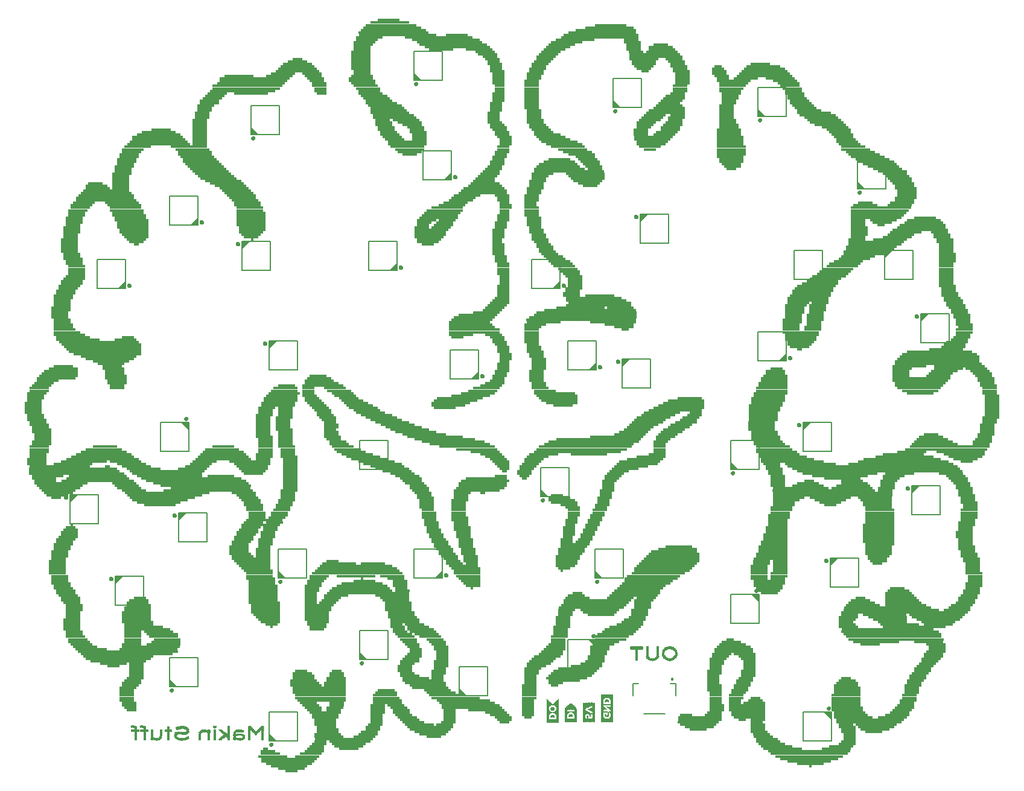
<source format=gbo>
G04 EAGLE Gerber RS-274X export*
G75*
%MOMM*%
%FSLAX34Y34*%
%LPD*%
%INSilkscreen Bottom*%
%IPPOS*%
%AMOC8*
5,1,8,0,0,1.08239X$1,22.5*%
G01*
%ADD10C,0.203200*%
%ADD11C,0.304800*%
%ADD12R,0.350000X0.080000*%
%ADD13R,0.420000X0.060000*%
%ADD14R,0.350000X0.060000*%
%ADD15R,0.700000X0.060000*%
%ADD16R,0.630000X0.060000*%
%ADD17R,0.350000X0.070000*%
%ADD18R,0.420000X0.070000*%
%ADD19R,0.490000X0.070000*%
%ADD20R,0.700000X0.070000*%
%ADD21R,0.840000X0.070000*%
%ADD22R,0.770000X0.070000*%
%ADD23R,1.330000X0.070000*%
%ADD24R,0.560000X0.080000*%
%ADD25R,0.420000X0.080000*%
%ADD26R,0.490000X0.080000*%
%ADD27R,1.610000X0.080000*%
%ADD28R,0.840000X0.080000*%
%ADD29R,0.630000X0.070000*%
%ADD30R,1.750000X0.070000*%
%ADD31R,0.560000X0.070000*%
%ADD32R,0.070000X0.070000*%
%ADD33R,0.070000X0.060000*%
%ADD34R,1.820000X0.060000*%
%ADD35R,0.770000X0.080000*%
%ADD36R,0.630000X0.080000*%
%ADD37R,0.280000X0.070000*%
%ADD38R,0.910000X0.070000*%
%ADD39R,1.050000X0.070000*%
%ADD40R,1.120000X0.070000*%
%ADD41R,0.980000X0.060000*%
%ADD42R,1.190000X0.060000*%
%ADD43R,0.560000X0.060000*%
%ADD44R,1.400000X0.060000*%
%ADD45R,1.050000X0.060000*%
%ADD46R,1.120000X0.060000*%
%ADD47R,1.400000X0.080000*%
%ADD48R,1.470000X0.080000*%
%ADD49R,1.050000X0.080000*%
%ADD50R,1.120000X0.080000*%
%ADD51R,1.400000X0.070000*%
%ADD52R,1.540000X0.070000*%
%ADD53R,0.980000X0.070000*%
%ADD54R,1.610000X0.070000*%
%ADD55R,1.820000X0.070000*%
%ADD56R,0.140000X0.070000*%
%ADD57R,1.890000X0.070000*%
%ADD58R,1.960000X0.070000*%
%ADD59R,0.280000X0.080000*%
%ADD60R,1.540000X0.080000*%
%ADD61R,0.910000X0.080000*%
%ADD62R,1.680000X0.070000*%
%ADD63R,1.190000X0.070000*%
%ADD64R,2.100000X0.070000*%
%ADD65R,1.680000X0.060000*%
%ADD66R,2.030000X0.060000*%
%ADD67R,1.540000X0.060000*%
%ADD68R,1.470000X0.070000*%
%ADD69R,0.840000X0.060000*%
%ADD70R,0.770000X0.060000*%
%ADD71R,0.210000X0.070000*%
%ADD72R,0.040000X2.680000*%
%ADD73R,0.040000X1.320000*%
%ADD74R,0.040000X0.720000*%
%ADD75R,0.040000X0.560000*%
%ADD76R,0.040000X0.520000*%
%ADD77R,0.040000X0.160000*%
%ADD78R,0.040000X0.640000*%
%ADD79R,0.040000X0.480000*%
%ADD80R,0.040000X0.120000*%
%ADD81R,0.040000X0.440000*%
%ADD82R,0.040000X0.400000*%
%ADD83R,0.040000X0.200000*%
%ADD84R,0.040000X0.360000*%
%ADD85R,0.040000X0.320000*%
%ADD86R,0.040000X0.240000*%
%ADD87R,0.040000X0.600000*%
%ADD88R,0.040000X0.080000*%
%ADD89R,0.040000X0.680000*%
%ADD90R,0.040000X0.840000*%
%ADD91R,0.040000X0.880000*%
%ADD92R,0.040000X0.280000*%
%ADD93R,0.040000X0.760000*%
%ADD94R,0.040000X0.800000*%
%ADD95R,0.040000X3.880000*%
%ADD96R,0.040000X2.800000*%
%ADD97R,0.040000X0.040000*%
%ADD98R,0.040000X1.920000*%
%ADD99R,0.040000X1.960000*%
%ADD100R,0.040000X2.040000*%
%ADD101R,0.040000X2.080000*%
%ADD102R,0.040000X2.120000*%
%ADD103R,0.040000X2.160000*%
%ADD104R,0.040000X2.200000*%
%ADD105R,0.040000X2.240000*%
%ADD106R,0.040000X3.320000*%
%ADD107R,0.040000X3.280000*%
%ADD108R,0.040000X3.240000*%
%ADD109R,0.040000X3.200000*%
%ADD110R,0.040000X3.160000*%
%ADD111R,0.040000X3.120000*%
%ADD112R,0.040000X3.080000*%
%ADD113R,0.040000X1.880000*%
%ADD114R,0.040000X1.000000*%
%ADD115R,1.330000X0.080000*%
%ADD116R,1.820000X0.080000*%
%ADD117R,0.700000X0.080000*%
%ADD118R,1.680000X0.080000*%
%ADD119R,0.490000X0.060000*%
%ADD120R,1.470000X0.060000*%
%ADD121R,1.260000X0.070000*%
%ADD122R,0.910000X0.060000*%
%ADD123R,3.070000X0.350000*%
%ADD124R,5.470000X0.340000*%
%ADD125R,4.450000X0.340000*%
%ADD126R,7.180000X0.340000*%
%ADD127R,6.840000X0.340000*%
%ADD128R,8.210000X0.340000*%
%ADD129R,8.550000X0.340000*%
%ADD130R,9.240000X0.340000*%
%ADD131R,9.570000X0.350000*%
%ADD132R,9.920000X0.350000*%
%ADD133R,10.610000X0.340000*%
%ADD134R,3.080000X0.340000*%
%ADD135R,10.950000X0.340000*%
%ADD136R,9.580000X0.340000*%
%ADD137R,3.760000X0.340000*%
%ADD138R,2.060000X0.340000*%
%ADD139R,2.400000X0.340000*%
%ADD140R,9.230000X0.340000*%
%ADD141R,3.070000X0.340000*%
%ADD142R,2.050000X0.350000*%
%ADD143R,3.760000X0.350000*%
%ADD144R,9.580000X0.350000*%
%ADD145R,2.730000X0.350000*%
%ADD146R,3.420000X0.340000*%
%ADD147R,2.050000X0.340000*%
%ADD148R,2.390000X0.340000*%
%ADD149R,3.770000X0.340000*%
%ADD150R,2.740000X0.340000*%
%ADD151R,2.730000X0.340000*%
%ADD152R,7.180000X0.350000*%
%ADD153R,2.740000X0.350000*%
%ADD154R,7.520000X0.340000*%
%ADD155R,4.100000X0.340000*%
%ADD156R,1.370000X0.340000*%
%ADD157R,1.710000X0.340000*%
%ADD158R,4.780000X0.350000*%
%ADD159R,1.030000X0.350000*%
%ADD160R,2.400000X0.350000*%
%ADD161R,1.710000X0.350000*%
%ADD162R,4.790000X0.350000*%
%ADD163R,5.820000X0.340000*%
%ADD164R,5.480000X0.340000*%
%ADD165R,6.500000X0.340000*%
%ADD166R,1.020000X0.340000*%
%ADD167R,6.160000X0.340000*%
%ADD168R,7.860000X0.340000*%
%ADD169R,4.110000X0.350000*%
%ADD170R,3.420000X0.350000*%
%ADD171R,2.390000X0.350000*%
%ADD172R,4.790000X0.340000*%
%ADD173R,4.110000X0.340000*%
%ADD174R,9.920000X0.340000*%
%ADD175R,9.570000X0.340000*%
%ADD176R,3.080000X0.350000*%
%ADD177R,2.060000X0.350000*%
%ADD178R,1.370000X0.350000*%
%ADD179R,9.240000X0.350000*%
%ADD180R,1.360000X0.340000*%
%ADD181R,4.780000X0.340000*%
%ADD182R,4.440000X0.350000*%
%ADD183R,4.440000X0.340000*%
%ADD184R,5.130000X0.340000*%
%ADD185R,5.130000X0.350000*%
%ADD186R,5.820000X0.350000*%
%ADD187R,4.450000X0.350000*%
%ADD188R,7.520000X0.350000*%
%ADD189R,8.890000X0.340000*%
%ADD190R,4.100000X0.350000*%
%ADD191R,5.140000X0.340000*%
%ADD192R,5.480000X0.350000*%
%ADD193R,3.430000X0.340000*%
%ADD194R,5.810000X0.340000*%
%ADD195R,6.490000X0.340000*%
%ADD196R,7.870000X0.340000*%
%ADD197R,8.210000X0.350000*%
%ADD198R,8.560000X0.340000*%
%ADD199R,7.530000X0.340000*%
%ADD200R,7.190000X0.340000*%
%ADD201R,5.470000X0.350000*%
%ADD202R,3.770000X0.350000*%
%ADD203R,0.340000X0.340000*%
%ADD204R,0.690000X0.340000*%
%ADD205R,12.990000X0.340000*%
%ADD206R,14.020000X0.340000*%
%ADD207R,14.360000X0.340000*%
%ADD208R,15.050000X0.350000*%
%ADD209R,5.810000X0.350000*%
%ADD210R,15.390000X0.340000*%
%ADD211R,6.150000X0.340000*%
%ADD212R,11.290000X0.350000*%
%ADD213R,11.290000X0.340000*%
%ADD214R,0.680000X0.340000*%
%ADD215R,10.260000X0.350000*%
%ADD216R,10.600000X0.340000*%
%ADD217R,11.630000X0.340000*%
%ADD218R,11.970000X0.340000*%
%ADD219R,12.310000X0.350000*%
%ADD220R,6.160000X0.350000*%
%ADD221R,7.530000X0.350000*%
%ADD222R,7.870000X0.350000*%
%ADD223R,12.660000X0.340000*%
%ADD224R,8.900000X0.340000*%
%ADD225R,12.650000X0.340000*%
%ADD226R,13.000000X0.350000*%
%ADD227R,7.860000X0.350000*%
%ADD228R,12.310000X0.340000*%
%ADD229R,10.950000X0.350000*%
%ADD230R,10.270000X0.350000*%
%ADD231R,14.710000X0.340000*%
%ADD232R,23.940000X0.340000*%
%ADD233R,23.610000X0.340000*%
%ADD234R,12.320000X0.340000*%
%ADD235R,23.260000X0.350000*%
%ADD236R,0.680000X0.350000*%
%ADD237R,10.600000X0.350000*%
%ADD238R,12.660000X0.350000*%
%ADD239R,13.340000X0.340000*%
%ADD240R,14.030000X0.340000*%
%ADD241R,10.260000X0.340000*%
%ADD242R,1.720000X0.350000*%
%ADD243R,6.840000X0.350000*%
%ADD244R,13.340000X0.350000*%
%ADD245R,1.720000X0.340000*%
%ADD246R,16.760000X0.340000*%
%ADD247R,16.760000X0.350000*%
%ADD248R,7.190000X0.350000*%
%ADD249R,8.200000X0.340000*%
%ADD250R,11.280000X0.340000*%
%ADD251R,0.340000X0.350000*%
%ADD252R,0.350000X0.340000*%
%ADD253R,6.490000X0.350000*%
%ADD254R,8.890000X0.350000*%
%ADD255R,17.780000X0.340000*%
%ADD256R,3.430000X0.350000*%
%ADD257R,13.680000X0.340000*%
%ADD258R,1.360000X0.350000*%
%ADD259R,1.030000X0.340000*%
%ADD260R,10.940000X0.340000*%

G36*
X574288Y982682D02*
X574288Y982682D01*
X574376Y982691D01*
X574397Y982701D01*
X574421Y982705D01*
X574498Y982751D01*
X574577Y982790D01*
X574594Y982807D01*
X574614Y982820D01*
X574670Y982889D01*
X574731Y982953D01*
X574740Y982975D01*
X574755Y982994D01*
X574784Y983078D01*
X574819Y983160D01*
X574820Y983184D01*
X574827Y983206D01*
X574825Y983295D01*
X574829Y983384D01*
X574821Y983407D01*
X574821Y983431D01*
X574787Y983513D01*
X574760Y983598D01*
X574744Y983619D01*
X574736Y983638D01*
X574702Y983676D01*
X574648Y983748D01*
X564648Y993748D01*
X564575Y993799D01*
X564506Y993855D01*
X564484Y993863D01*
X564464Y993877D01*
X564378Y993899D01*
X564294Y993927D01*
X564270Y993927D01*
X564247Y993933D01*
X564158Y993923D01*
X564069Y993921D01*
X564047Y993912D01*
X564024Y993909D01*
X563944Y993870D01*
X563862Y993836D01*
X563844Y993820D01*
X563823Y993810D01*
X563762Y993745D01*
X563696Y993685D01*
X563685Y993664D01*
X563669Y993647D01*
X563634Y993565D01*
X563593Y993485D01*
X563590Y993459D01*
X563581Y993440D01*
X563579Y993390D01*
X563566Y993300D01*
X563566Y983300D01*
X563577Y983235D01*
X563579Y983169D01*
X563597Y983126D01*
X563605Y983079D01*
X563639Y983022D01*
X563664Y982962D01*
X563695Y982927D01*
X563720Y982886D01*
X563771Y982845D01*
X563815Y982796D01*
X563857Y982774D01*
X563894Y982745D01*
X563956Y982724D01*
X564015Y982693D01*
X564069Y982685D01*
X564106Y982673D01*
X564146Y982674D01*
X564200Y982666D01*
X574200Y982666D01*
X574288Y982682D01*
G37*
G36*
X853688Y944582D02*
X853688Y944582D01*
X853776Y944591D01*
X853797Y944601D01*
X853821Y944605D01*
X853898Y944651D01*
X853977Y944690D01*
X853994Y944707D01*
X854014Y944720D01*
X854070Y944789D01*
X854131Y944853D01*
X854140Y944875D01*
X854155Y944894D01*
X854184Y944978D01*
X854219Y945060D01*
X854220Y945084D01*
X854227Y945106D01*
X854225Y945195D01*
X854229Y945284D01*
X854221Y945307D01*
X854221Y945331D01*
X854187Y945413D01*
X854160Y945498D01*
X854144Y945519D01*
X854136Y945538D01*
X854102Y945576D01*
X854048Y945648D01*
X844048Y955648D01*
X843975Y955699D01*
X843906Y955755D01*
X843884Y955763D01*
X843864Y955777D01*
X843778Y955799D01*
X843694Y955827D01*
X843670Y955827D01*
X843647Y955833D01*
X843558Y955823D01*
X843469Y955821D01*
X843447Y955812D01*
X843424Y955809D01*
X843344Y955770D01*
X843262Y955736D01*
X843244Y955720D01*
X843223Y955710D01*
X843162Y955645D01*
X843096Y955585D01*
X843085Y955564D01*
X843069Y955547D01*
X843034Y955465D01*
X842993Y955385D01*
X842990Y955359D01*
X842981Y955340D01*
X842979Y955290D01*
X842966Y955200D01*
X842966Y945200D01*
X842977Y945135D01*
X842979Y945069D01*
X842997Y945026D01*
X843005Y944979D01*
X843039Y944922D01*
X843064Y944862D01*
X843095Y944827D01*
X843120Y944786D01*
X843171Y944745D01*
X843215Y944696D01*
X843257Y944674D01*
X843294Y944645D01*
X843356Y944624D01*
X843415Y944593D01*
X843469Y944585D01*
X843506Y944573D01*
X843546Y944574D01*
X843600Y944566D01*
X853600Y944566D01*
X853688Y944582D01*
G37*
G36*
X1056888Y931882D02*
X1056888Y931882D01*
X1056976Y931891D01*
X1056997Y931901D01*
X1057021Y931905D01*
X1057098Y931951D01*
X1057177Y931990D01*
X1057194Y932007D01*
X1057214Y932020D01*
X1057270Y932089D01*
X1057331Y932153D01*
X1057340Y932175D01*
X1057355Y932194D01*
X1057384Y932278D01*
X1057419Y932360D01*
X1057420Y932384D01*
X1057427Y932406D01*
X1057425Y932495D01*
X1057429Y932584D01*
X1057421Y932607D01*
X1057421Y932631D01*
X1057387Y932713D01*
X1057360Y932798D01*
X1057344Y932819D01*
X1057336Y932838D01*
X1057302Y932876D01*
X1057248Y932948D01*
X1047248Y942948D01*
X1047175Y942999D01*
X1047106Y943055D01*
X1047084Y943063D01*
X1047064Y943077D01*
X1046978Y943099D01*
X1046894Y943127D01*
X1046870Y943127D01*
X1046847Y943133D01*
X1046758Y943123D01*
X1046669Y943121D01*
X1046647Y943112D01*
X1046624Y943109D01*
X1046544Y943070D01*
X1046462Y943036D01*
X1046444Y943020D01*
X1046423Y943010D01*
X1046362Y942945D01*
X1046296Y942885D01*
X1046285Y942864D01*
X1046269Y942847D01*
X1046234Y942765D01*
X1046193Y942685D01*
X1046190Y942659D01*
X1046181Y942640D01*
X1046179Y942590D01*
X1046166Y942500D01*
X1046166Y932500D01*
X1046177Y932435D01*
X1046179Y932369D01*
X1046197Y932326D01*
X1046205Y932279D01*
X1046239Y932222D01*
X1046264Y932162D01*
X1046295Y932127D01*
X1046320Y932086D01*
X1046371Y932045D01*
X1046415Y931996D01*
X1046457Y931974D01*
X1046494Y931945D01*
X1046556Y931924D01*
X1046615Y931893D01*
X1046669Y931885D01*
X1046706Y931873D01*
X1046746Y931874D01*
X1046800Y931866D01*
X1056800Y931866D01*
X1056888Y931882D01*
G37*
G36*
X345688Y906482D02*
X345688Y906482D01*
X345776Y906491D01*
X345797Y906501D01*
X345821Y906505D01*
X345898Y906551D01*
X345977Y906590D01*
X345994Y906607D01*
X346014Y906620D01*
X346070Y906689D01*
X346131Y906753D01*
X346140Y906775D01*
X346155Y906794D01*
X346184Y906878D01*
X346219Y906960D01*
X346220Y906984D01*
X346227Y907006D01*
X346225Y907095D01*
X346229Y907184D01*
X346221Y907207D01*
X346221Y907231D01*
X346187Y907313D01*
X346160Y907398D01*
X346144Y907419D01*
X346136Y907438D01*
X346102Y907476D01*
X346048Y907548D01*
X336048Y917548D01*
X335975Y917599D01*
X335906Y917655D01*
X335884Y917663D01*
X335864Y917677D01*
X335778Y917699D01*
X335694Y917727D01*
X335670Y917727D01*
X335647Y917733D01*
X335558Y917723D01*
X335469Y917721D01*
X335447Y917712D01*
X335424Y917709D01*
X335344Y917670D01*
X335262Y917636D01*
X335244Y917620D01*
X335223Y917610D01*
X335162Y917545D01*
X335096Y917485D01*
X335085Y917464D01*
X335069Y917447D01*
X335034Y917365D01*
X334993Y917285D01*
X334990Y917259D01*
X334981Y917240D01*
X334979Y917190D01*
X334966Y917100D01*
X334966Y907100D01*
X334977Y907035D01*
X334979Y906969D01*
X334997Y906926D01*
X335005Y906879D01*
X335039Y906822D01*
X335064Y906762D01*
X335095Y906727D01*
X335120Y906686D01*
X335171Y906645D01*
X335215Y906596D01*
X335257Y906574D01*
X335294Y906545D01*
X335356Y906524D01*
X335415Y906493D01*
X335469Y906485D01*
X335506Y906473D01*
X335546Y906474D01*
X335600Y906466D01*
X345600Y906466D01*
X345688Y906482D01*
G37*
G36*
X616965Y842977D02*
X616965Y842977D01*
X617031Y842979D01*
X617074Y842997D01*
X617121Y843005D01*
X617178Y843039D01*
X617238Y843064D01*
X617273Y843095D01*
X617314Y843120D01*
X617356Y843171D01*
X617404Y843215D01*
X617426Y843257D01*
X617455Y843294D01*
X617476Y843356D01*
X617507Y843415D01*
X617515Y843469D01*
X617527Y843506D01*
X617526Y843546D01*
X617534Y843600D01*
X617534Y853600D01*
X617518Y853688D01*
X617509Y853776D01*
X617499Y853797D01*
X617495Y853821D01*
X617449Y853898D01*
X617410Y853977D01*
X617393Y853994D01*
X617380Y854014D01*
X617311Y854070D01*
X617247Y854131D01*
X617225Y854140D01*
X617206Y854155D01*
X617122Y854184D01*
X617040Y854219D01*
X617016Y854220D01*
X616994Y854227D01*
X616905Y854225D01*
X616816Y854229D01*
X616793Y854221D01*
X616769Y854221D01*
X616687Y854187D01*
X616602Y854160D01*
X616581Y854144D01*
X616562Y854136D01*
X616524Y854102D01*
X616452Y854048D01*
X606452Y844048D01*
X606401Y843975D01*
X606345Y843906D01*
X606337Y843884D01*
X606323Y843864D01*
X606301Y843778D01*
X606273Y843694D01*
X606273Y843670D01*
X606268Y843647D01*
X606277Y843558D01*
X606279Y843469D01*
X606288Y843447D01*
X606291Y843424D01*
X606330Y843344D01*
X606364Y843262D01*
X606380Y843244D01*
X606390Y843223D01*
X606455Y843162D01*
X606515Y843096D01*
X606536Y843085D01*
X606553Y843069D01*
X606635Y843034D01*
X606715Y842993D01*
X606741Y842990D01*
X606760Y842981D01*
X606810Y842979D01*
X606900Y842966D01*
X616900Y842966D01*
X616965Y842977D01*
G37*
G36*
X1196588Y830282D02*
X1196588Y830282D01*
X1196676Y830291D01*
X1196697Y830301D01*
X1196721Y830305D01*
X1196798Y830351D01*
X1196877Y830390D01*
X1196894Y830407D01*
X1196914Y830420D01*
X1196970Y830489D01*
X1197031Y830553D01*
X1197040Y830575D01*
X1197055Y830594D01*
X1197084Y830678D01*
X1197119Y830760D01*
X1197120Y830784D01*
X1197127Y830806D01*
X1197125Y830895D01*
X1197129Y830984D01*
X1197121Y831007D01*
X1197121Y831031D01*
X1197087Y831113D01*
X1197060Y831198D01*
X1197044Y831219D01*
X1197036Y831238D01*
X1197002Y831276D01*
X1196948Y831348D01*
X1186948Y841348D01*
X1186875Y841399D01*
X1186806Y841455D01*
X1186784Y841463D01*
X1186764Y841477D01*
X1186678Y841499D01*
X1186594Y841527D01*
X1186570Y841527D01*
X1186547Y841533D01*
X1186458Y841523D01*
X1186369Y841521D01*
X1186347Y841512D01*
X1186324Y841509D01*
X1186244Y841470D01*
X1186162Y841436D01*
X1186144Y841420D01*
X1186123Y841410D01*
X1186062Y841345D01*
X1185996Y841285D01*
X1185985Y841264D01*
X1185969Y841247D01*
X1185934Y841165D01*
X1185893Y841085D01*
X1185890Y841059D01*
X1185881Y841040D01*
X1185879Y840990D01*
X1185866Y840900D01*
X1185866Y830900D01*
X1185877Y830835D01*
X1185879Y830769D01*
X1185897Y830726D01*
X1185905Y830679D01*
X1185939Y830622D01*
X1185964Y830562D01*
X1185995Y830527D01*
X1186020Y830486D01*
X1186071Y830445D01*
X1186115Y830396D01*
X1186157Y830374D01*
X1186194Y830345D01*
X1186256Y830324D01*
X1186315Y830293D01*
X1186369Y830285D01*
X1186406Y830273D01*
X1186446Y830274D01*
X1186500Y830266D01*
X1196500Y830266D01*
X1196588Y830282D01*
G37*
G36*
X881807Y784079D02*
X881807Y784079D01*
X881831Y784079D01*
X881913Y784113D01*
X881998Y784140D01*
X882019Y784156D01*
X882038Y784164D01*
X882076Y784198D01*
X882148Y784252D01*
X892148Y794252D01*
X892199Y794325D01*
X892255Y794394D01*
X892263Y794416D01*
X892277Y794436D01*
X892299Y794522D01*
X892327Y794606D01*
X892327Y794630D01*
X892333Y794653D01*
X892323Y794742D01*
X892321Y794831D01*
X892312Y794853D01*
X892309Y794876D01*
X892270Y794956D01*
X892236Y795038D01*
X892220Y795056D01*
X892210Y795077D01*
X892145Y795138D01*
X892085Y795204D01*
X892064Y795215D01*
X892047Y795231D01*
X891965Y795266D01*
X891885Y795307D01*
X891859Y795310D01*
X891840Y795319D01*
X891790Y795321D01*
X891700Y795334D01*
X881700Y795334D01*
X881635Y795323D01*
X881569Y795321D01*
X881526Y795303D01*
X881479Y795295D01*
X881422Y795261D01*
X881362Y795236D01*
X881327Y795205D01*
X881286Y795180D01*
X881245Y795129D01*
X881196Y795085D01*
X881174Y795043D01*
X881145Y795006D01*
X881124Y794944D01*
X881093Y794885D01*
X881085Y794831D01*
X881073Y794794D01*
X881074Y794754D01*
X881066Y794700D01*
X881066Y784700D01*
X881082Y784612D01*
X881091Y784524D01*
X881101Y784503D01*
X881105Y784479D01*
X881151Y784402D01*
X881190Y784323D01*
X881207Y784306D01*
X881220Y784286D01*
X881289Y784230D01*
X881353Y784169D01*
X881375Y784160D01*
X881394Y784145D01*
X881478Y784116D01*
X881560Y784081D01*
X881584Y784080D01*
X881606Y784073D01*
X881695Y784075D01*
X881784Y784071D01*
X881807Y784079D01*
G37*
G36*
X261365Y779477D02*
X261365Y779477D01*
X261431Y779479D01*
X261474Y779497D01*
X261521Y779505D01*
X261578Y779539D01*
X261638Y779564D01*
X261673Y779595D01*
X261714Y779620D01*
X261756Y779671D01*
X261804Y779715D01*
X261826Y779757D01*
X261855Y779794D01*
X261876Y779856D01*
X261907Y779915D01*
X261915Y779969D01*
X261927Y780006D01*
X261926Y780046D01*
X261934Y780100D01*
X261934Y790100D01*
X261918Y790188D01*
X261909Y790276D01*
X261899Y790297D01*
X261895Y790321D01*
X261849Y790398D01*
X261810Y790477D01*
X261793Y790494D01*
X261780Y790514D01*
X261711Y790570D01*
X261647Y790631D01*
X261625Y790640D01*
X261606Y790655D01*
X261522Y790684D01*
X261440Y790719D01*
X261416Y790720D01*
X261394Y790727D01*
X261305Y790725D01*
X261216Y790729D01*
X261193Y790721D01*
X261169Y790721D01*
X261087Y790687D01*
X261002Y790660D01*
X260981Y790644D01*
X260962Y790636D01*
X260924Y790602D01*
X260852Y790548D01*
X250852Y780548D01*
X250801Y780475D01*
X250745Y780406D01*
X250737Y780384D01*
X250723Y780364D01*
X250701Y780278D01*
X250673Y780194D01*
X250673Y780170D01*
X250668Y780147D01*
X250677Y780058D01*
X250679Y779969D01*
X250688Y779947D01*
X250691Y779924D01*
X250730Y779844D01*
X250764Y779762D01*
X250780Y779744D01*
X250790Y779723D01*
X250855Y779662D01*
X250915Y779596D01*
X250936Y779585D01*
X250953Y779569D01*
X251035Y779534D01*
X251115Y779493D01*
X251141Y779490D01*
X251160Y779481D01*
X251210Y779479D01*
X251300Y779466D01*
X261300Y779466D01*
X261365Y779477D01*
G37*
G36*
X323007Y745979D02*
X323007Y745979D01*
X323031Y745979D01*
X323113Y746013D01*
X323198Y746040D01*
X323219Y746056D01*
X323238Y746064D01*
X323276Y746098D01*
X323348Y746152D01*
X333348Y756152D01*
X333399Y756225D01*
X333455Y756294D01*
X333463Y756316D01*
X333477Y756336D01*
X333499Y756422D01*
X333527Y756506D01*
X333527Y756530D01*
X333533Y756553D01*
X333523Y756642D01*
X333521Y756731D01*
X333512Y756753D01*
X333509Y756776D01*
X333470Y756856D01*
X333436Y756938D01*
X333420Y756956D01*
X333410Y756977D01*
X333345Y757038D01*
X333285Y757104D01*
X333264Y757115D01*
X333247Y757131D01*
X333165Y757166D01*
X333085Y757207D01*
X333059Y757210D01*
X333040Y757219D01*
X332990Y757221D01*
X332900Y757234D01*
X322900Y757234D01*
X322835Y757223D01*
X322769Y757221D01*
X322726Y757203D01*
X322679Y757195D01*
X322622Y757161D01*
X322562Y757136D01*
X322527Y757105D01*
X322486Y757080D01*
X322445Y757029D01*
X322396Y756985D01*
X322374Y756943D01*
X322345Y756906D01*
X322324Y756844D01*
X322293Y756785D01*
X322285Y756731D01*
X322273Y756694D01*
X322274Y756654D01*
X322266Y756600D01*
X322266Y746600D01*
X322282Y746512D01*
X322291Y746424D01*
X322301Y746403D01*
X322305Y746379D01*
X322351Y746302D01*
X322390Y746223D01*
X322407Y746206D01*
X322420Y746186D01*
X322489Y746130D01*
X322553Y746069D01*
X322575Y746060D01*
X322594Y746045D01*
X322678Y746016D01*
X322760Y745981D01*
X322784Y745980D01*
X322806Y745973D01*
X322895Y745975D01*
X322984Y745971D01*
X323007Y745979D01*
G37*
G36*
X1224707Y733279D02*
X1224707Y733279D01*
X1224731Y733279D01*
X1224813Y733313D01*
X1224898Y733340D01*
X1224919Y733356D01*
X1224938Y733364D01*
X1224976Y733398D01*
X1225048Y733452D01*
X1235048Y743452D01*
X1235099Y743525D01*
X1235155Y743594D01*
X1235163Y743616D01*
X1235177Y743636D01*
X1235199Y743722D01*
X1235227Y743806D01*
X1235227Y743830D01*
X1235233Y743853D01*
X1235223Y743942D01*
X1235221Y744031D01*
X1235212Y744053D01*
X1235209Y744076D01*
X1235170Y744156D01*
X1235136Y744238D01*
X1235120Y744256D01*
X1235110Y744277D01*
X1235045Y744338D01*
X1234985Y744404D01*
X1234964Y744415D01*
X1234947Y744431D01*
X1234865Y744466D01*
X1234785Y744507D01*
X1234759Y744510D01*
X1234740Y744519D01*
X1234690Y744521D01*
X1234600Y744534D01*
X1224600Y744534D01*
X1224535Y744523D01*
X1224469Y744521D01*
X1224426Y744503D01*
X1224379Y744495D01*
X1224322Y744461D01*
X1224262Y744436D01*
X1224227Y744405D01*
X1224186Y744380D01*
X1224145Y744329D01*
X1224096Y744285D01*
X1224074Y744243D01*
X1224045Y744206D01*
X1224024Y744144D01*
X1223993Y744085D01*
X1223985Y744031D01*
X1223973Y743994D01*
X1223974Y743954D01*
X1223966Y743900D01*
X1223966Y733900D01*
X1223982Y733812D01*
X1223991Y733724D01*
X1224001Y733703D01*
X1224005Y733679D01*
X1224051Y733602D01*
X1224090Y733523D01*
X1224107Y733506D01*
X1224120Y733486D01*
X1224189Y733430D01*
X1224253Y733369D01*
X1224275Y733360D01*
X1224294Y733345D01*
X1224378Y733316D01*
X1224460Y733281D01*
X1224484Y733280D01*
X1224506Y733273D01*
X1224595Y733275D01*
X1224684Y733271D01*
X1224707Y733279D01*
G37*
G36*
X540765Y715977D02*
X540765Y715977D01*
X540831Y715979D01*
X540874Y715997D01*
X540921Y716005D01*
X540978Y716039D01*
X541038Y716064D01*
X541073Y716095D01*
X541114Y716120D01*
X541156Y716171D01*
X541204Y716215D01*
X541226Y716257D01*
X541255Y716294D01*
X541276Y716356D01*
X541307Y716415D01*
X541315Y716469D01*
X541327Y716506D01*
X541326Y716546D01*
X541334Y716600D01*
X541334Y726600D01*
X541318Y726688D01*
X541309Y726776D01*
X541299Y726797D01*
X541295Y726821D01*
X541249Y726898D01*
X541210Y726977D01*
X541193Y726994D01*
X541180Y727014D01*
X541111Y727070D01*
X541047Y727131D01*
X541025Y727140D01*
X541006Y727155D01*
X540922Y727184D01*
X540840Y727219D01*
X540816Y727220D01*
X540794Y727227D01*
X540705Y727225D01*
X540616Y727229D01*
X540593Y727221D01*
X540569Y727221D01*
X540487Y727187D01*
X540402Y727160D01*
X540381Y727144D01*
X540362Y727136D01*
X540324Y727102D01*
X540252Y727048D01*
X530252Y717048D01*
X530201Y716975D01*
X530145Y716906D01*
X530137Y716884D01*
X530123Y716864D01*
X530101Y716778D01*
X530073Y716694D01*
X530073Y716670D01*
X530068Y716647D01*
X530077Y716558D01*
X530079Y716469D01*
X530088Y716447D01*
X530091Y716424D01*
X530130Y716344D01*
X530164Y716262D01*
X530180Y716244D01*
X530190Y716223D01*
X530255Y716162D01*
X530315Y716096D01*
X530336Y716085D01*
X530353Y716069D01*
X530435Y716034D01*
X530515Y715993D01*
X530541Y715990D01*
X530560Y715981D01*
X530610Y715979D01*
X530700Y715966D01*
X540700Y715966D01*
X540765Y715977D01*
G37*
G36*
X1137665Y703277D02*
X1137665Y703277D01*
X1137731Y703279D01*
X1137774Y703297D01*
X1137821Y703305D01*
X1137878Y703339D01*
X1137938Y703364D01*
X1137973Y703395D01*
X1138014Y703420D01*
X1138056Y703471D01*
X1138104Y703515D01*
X1138126Y703557D01*
X1138155Y703594D01*
X1138176Y703656D01*
X1138207Y703715D01*
X1138215Y703769D01*
X1138227Y703806D01*
X1138226Y703846D01*
X1138234Y703900D01*
X1138234Y713900D01*
X1138218Y713988D01*
X1138209Y714076D01*
X1138199Y714097D01*
X1138195Y714121D01*
X1138149Y714198D01*
X1138110Y714277D01*
X1138093Y714294D01*
X1138080Y714314D01*
X1138011Y714370D01*
X1137947Y714431D01*
X1137925Y714440D01*
X1137906Y714455D01*
X1137822Y714484D01*
X1137740Y714519D01*
X1137716Y714520D01*
X1137694Y714527D01*
X1137605Y714525D01*
X1137516Y714529D01*
X1137493Y714521D01*
X1137469Y714521D01*
X1137387Y714487D01*
X1137302Y714460D01*
X1137281Y714444D01*
X1137262Y714436D01*
X1137224Y714402D01*
X1137152Y714348D01*
X1127152Y704348D01*
X1127101Y704275D01*
X1127045Y704206D01*
X1127037Y704184D01*
X1127023Y704164D01*
X1127001Y704078D01*
X1126973Y703994D01*
X1126973Y703970D01*
X1126968Y703947D01*
X1126977Y703858D01*
X1126979Y703769D01*
X1126988Y703747D01*
X1126991Y703724D01*
X1127030Y703644D01*
X1127064Y703562D01*
X1127080Y703544D01*
X1127090Y703523D01*
X1127155Y703462D01*
X1127215Y703396D01*
X1127236Y703385D01*
X1127253Y703369D01*
X1127335Y703334D01*
X1127415Y703293D01*
X1127441Y703290D01*
X1127460Y703281D01*
X1127510Y703279D01*
X1127600Y703266D01*
X1137600Y703266D01*
X1137665Y703277D01*
G37*
G36*
X769365Y690577D02*
X769365Y690577D01*
X769431Y690579D01*
X769474Y690597D01*
X769521Y690605D01*
X769578Y690639D01*
X769638Y690664D01*
X769673Y690695D01*
X769714Y690720D01*
X769756Y690771D01*
X769804Y690815D01*
X769826Y690857D01*
X769855Y690894D01*
X769876Y690956D01*
X769907Y691015D01*
X769915Y691069D01*
X769927Y691106D01*
X769926Y691146D01*
X769934Y691200D01*
X769934Y701200D01*
X769918Y701288D01*
X769909Y701376D01*
X769899Y701397D01*
X769895Y701421D01*
X769849Y701498D01*
X769810Y701577D01*
X769793Y701594D01*
X769780Y701614D01*
X769711Y701670D01*
X769647Y701731D01*
X769625Y701740D01*
X769606Y701755D01*
X769522Y701784D01*
X769440Y701819D01*
X769416Y701820D01*
X769394Y701827D01*
X769305Y701825D01*
X769216Y701829D01*
X769193Y701821D01*
X769169Y701821D01*
X769087Y701787D01*
X769002Y701760D01*
X768981Y701744D01*
X768962Y701736D01*
X768924Y701702D01*
X768852Y701648D01*
X758852Y691648D01*
X758801Y691575D01*
X758745Y691506D01*
X758737Y691484D01*
X758723Y691464D01*
X758701Y691378D01*
X758673Y691294D01*
X758673Y691270D01*
X758668Y691247D01*
X758677Y691158D01*
X758679Y691069D01*
X758688Y691047D01*
X758691Y691024D01*
X758730Y690944D01*
X758764Y690862D01*
X758780Y690844D01*
X758790Y690823D01*
X758855Y690762D01*
X758915Y690696D01*
X758936Y690685D01*
X758953Y690669D01*
X759035Y690634D01*
X759115Y690593D01*
X759141Y690590D01*
X759160Y690581D01*
X759210Y690579D01*
X759300Y690566D01*
X769300Y690566D01*
X769365Y690577D01*
G37*
G36*
X159765Y690577D02*
X159765Y690577D01*
X159831Y690579D01*
X159874Y690597D01*
X159921Y690605D01*
X159978Y690639D01*
X160038Y690664D01*
X160073Y690695D01*
X160114Y690720D01*
X160156Y690771D01*
X160204Y690815D01*
X160226Y690857D01*
X160255Y690894D01*
X160276Y690956D01*
X160307Y691015D01*
X160315Y691069D01*
X160327Y691106D01*
X160326Y691146D01*
X160334Y691200D01*
X160334Y701200D01*
X160318Y701288D01*
X160309Y701376D01*
X160299Y701397D01*
X160295Y701421D01*
X160249Y701498D01*
X160210Y701577D01*
X160193Y701594D01*
X160180Y701614D01*
X160111Y701670D01*
X160047Y701731D01*
X160025Y701740D01*
X160006Y701755D01*
X159922Y701784D01*
X159840Y701819D01*
X159816Y701820D01*
X159794Y701827D01*
X159705Y701825D01*
X159616Y701829D01*
X159593Y701821D01*
X159569Y701821D01*
X159487Y701787D01*
X159402Y701760D01*
X159381Y701744D01*
X159362Y701736D01*
X159324Y701702D01*
X159252Y701648D01*
X149252Y691648D01*
X149201Y691575D01*
X149145Y691506D01*
X149137Y691484D01*
X149123Y691464D01*
X149101Y691378D01*
X149073Y691294D01*
X149073Y691270D01*
X149068Y691247D01*
X149077Y691158D01*
X149079Y691069D01*
X149088Y691047D01*
X149091Y691024D01*
X149130Y690944D01*
X149164Y690862D01*
X149180Y690844D01*
X149190Y690823D01*
X149255Y690762D01*
X149315Y690696D01*
X149336Y690685D01*
X149353Y690669D01*
X149435Y690634D01*
X149515Y690593D01*
X149541Y690590D01*
X149560Y690581D01*
X149610Y690579D01*
X149700Y690566D01*
X159700Y690566D01*
X159765Y690577D01*
G37*
G36*
X1275507Y644379D02*
X1275507Y644379D01*
X1275531Y644379D01*
X1275613Y644413D01*
X1275698Y644440D01*
X1275719Y644456D01*
X1275738Y644464D01*
X1275776Y644498D01*
X1275848Y644552D01*
X1285848Y654552D01*
X1285899Y654625D01*
X1285955Y654694D01*
X1285963Y654716D01*
X1285977Y654736D01*
X1285999Y654822D01*
X1286027Y654906D01*
X1286027Y654930D01*
X1286033Y654953D01*
X1286023Y655042D01*
X1286021Y655131D01*
X1286012Y655153D01*
X1286009Y655176D01*
X1285970Y655256D01*
X1285936Y655338D01*
X1285920Y655356D01*
X1285910Y655377D01*
X1285845Y655438D01*
X1285785Y655504D01*
X1285764Y655515D01*
X1285747Y655531D01*
X1285665Y655566D01*
X1285585Y655607D01*
X1285559Y655610D01*
X1285540Y655619D01*
X1285490Y655621D01*
X1285400Y655634D01*
X1275400Y655634D01*
X1275335Y655623D01*
X1275269Y655621D01*
X1275226Y655603D01*
X1275179Y655595D01*
X1275122Y655561D01*
X1275062Y655536D01*
X1275027Y655505D01*
X1274986Y655480D01*
X1274945Y655429D01*
X1274896Y655385D01*
X1274874Y655343D01*
X1274845Y655306D01*
X1274824Y655244D01*
X1274793Y655185D01*
X1274785Y655131D01*
X1274773Y655094D01*
X1274774Y655054D01*
X1274766Y655000D01*
X1274766Y645000D01*
X1274782Y644912D01*
X1274791Y644824D01*
X1274801Y644803D01*
X1274805Y644779D01*
X1274851Y644702D01*
X1274890Y644623D01*
X1274907Y644606D01*
X1274920Y644586D01*
X1274989Y644530D01*
X1275053Y644469D01*
X1275075Y644460D01*
X1275094Y644445D01*
X1275178Y644416D01*
X1275260Y644381D01*
X1275284Y644380D01*
X1275306Y644373D01*
X1275395Y644375D01*
X1275484Y644371D01*
X1275507Y644379D01*
G37*
G36*
X361107Y606279D02*
X361107Y606279D01*
X361131Y606279D01*
X361213Y606313D01*
X361298Y606340D01*
X361319Y606356D01*
X361338Y606364D01*
X361376Y606398D01*
X361448Y606452D01*
X371448Y616452D01*
X371499Y616525D01*
X371555Y616594D01*
X371563Y616616D01*
X371577Y616636D01*
X371599Y616722D01*
X371627Y616806D01*
X371627Y616830D01*
X371633Y616853D01*
X371623Y616942D01*
X371621Y617031D01*
X371612Y617053D01*
X371609Y617076D01*
X371570Y617156D01*
X371536Y617238D01*
X371520Y617256D01*
X371510Y617277D01*
X371445Y617338D01*
X371385Y617404D01*
X371364Y617415D01*
X371347Y617431D01*
X371265Y617466D01*
X371185Y617507D01*
X371159Y617510D01*
X371140Y617519D01*
X371090Y617521D01*
X371000Y617534D01*
X361000Y617534D01*
X360935Y617523D01*
X360869Y617521D01*
X360826Y617503D01*
X360779Y617495D01*
X360722Y617461D01*
X360662Y617436D01*
X360627Y617405D01*
X360586Y617380D01*
X360545Y617329D01*
X360496Y617285D01*
X360474Y617243D01*
X360445Y617206D01*
X360424Y617144D01*
X360393Y617085D01*
X360385Y617031D01*
X360373Y616994D01*
X360374Y616954D01*
X360366Y616900D01*
X360366Y606900D01*
X360382Y606812D01*
X360391Y606724D01*
X360401Y606703D01*
X360405Y606679D01*
X360451Y606602D01*
X360490Y606523D01*
X360507Y606506D01*
X360520Y606486D01*
X360589Y606430D01*
X360653Y606369D01*
X360675Y606360D01*
X360694Y606345D01*
X360778Y606316D01*
X360860Y606281D01*
X360884Y606280D01*
X360906Y606273D01*
X360995Y606275D01*
X361084Y606271D01*
X361107Y606279D01*
G37*
G36*
X1086865Y588977D02*
X1086865Y588977D01*
X1086931Y588979D01*
X1086974Y588997D01*
X1087021Y589005D01*
X1087078Y589039D01*
X1087138Y589064D01*
X1087173Y589095D01*
X1087214Y589120D01*
X1087256Y589171D01*
X1087304Y589215D01*
X1087326Y589257D01*
X1087355Y589294D01*
X1087376Y589356D01*
X1087407Y589415D01*
X1087415Y589469D01*
X1087427Y589506D01*
X1087426Y589546D01*
X1087434Y589600D01*
X1087434Y599600D01*
X1087418Y599688D01*
X1087409Y599776D01*
X1087399Y599797D01*
X1087395Y599821D01*
X1087349Y599898D01*
X1087310Y599977D01*
X1087293Y599994D01*
X1087280Y600014D01*
X1087211Y600070D01*
X1087147Y600131D01*
X1087125Y600140D01*
X1087106Y600155D01*
X1087022Y600184D01*
X1086940Y600219D01*
X1086916Y600220D01*
X1086894Y600227D01*
X1086805Y600225D01*
X1086716Y600229D01*
X1086693Y600221D01*
X1086669Y600221D01*
X1086587Y600187D01*
X1086502Y600160D01*
X1086481Y600144D01*
X1086462Y600136D01*
X1086424Y600102D01*
X1086352Y600048D01*
X1076352Y590048D01*
X1076301Y589975D01*
X1076245Y589906D01*
X1076237Y589884D01*
X1076223Y589864D01*
X1076201Y589778D01*
X1076173Y589694D01*
X1076173Y589670D01*
X1076168Y589647D01*
X1076177Y589558D01*
X1076179Y589469D01*
X1076188Y589447D01*
X1076191Y589424D01*
X1076230Y589344D01*
X1076264Y589262D01*
X1076280Y589244D01*
X1076290Y589223D01*
X1076355Y589162D01*
X1076415Y589096D01*
X1076436Y589085D01*
X1076453Y589069D01*
X1076535Y589034D01*
X1076615Y588993D01*
X1076641Y588990D01*
X1076660Y588981D01*
X1076710Y588979D01*
X1076800Y588966D01*
X1086800Y588966D01*
X1086865Y588977D01*
G37*
G36*
X856407Y580879D02*
X856407Y580879D01*
X856431Y580879D01*
X856513Y580913D01*
X856598Y580940D01*
X856619Y580956D01*
X856638Y580964D01*
X856676Y580998D01*
X856748Y581052D01*
X866748Y591052D01*
X866799Y591125D01*
X866855Y591194D01*
X866863Y591216D01*
X866877Y591236D01*
X866899Y591322D01*
X866927Y591406D01*
X866927Y591430D01*
X866933Y591453D01*
X866923Y591542D01*
X866921Y591631D01*
X866912Y591653D01*
X866909Y591676D01*
X866870Y591756D01*
X866836Y591838D01*
X866820Y591856D01*
X866810Y591877D01*
X866745Y591938D01*
X866685Y592004D01*
X866664Y592015D01*
X866647Y592031D01*
X866565Y592066D01*
X866485Y592107D01*
X866459Y592110D01*
X866440Y592119D01*
X866390Y592121D01*
X866300Y592134D01*
X856300Y592134D01*
X856235Y592123D01*
X856169Y592121D01*
X856126Y592103D01*
X856079Y592095D01*
X856022Y592061D01*
X855962Y592036D01*
X855927Y592005D01*
X855886Y591980D01*
X855845Y591929D01*
X855796Y591885D01*
X855774Y591843D01*
X855745Y591806D01*
X855724Y591744D01*
X855693Y591685D01*
X855685Y591631D01*
X855673Y591594D01*
X855674Y591554D01*
X855666Y591500D01*
X855666Y581500D01*
X855682Y581412D01*
X855691Y581324D01*
X855701Y581303D01*
X855705Y581279D01*
X855751Y581202D01*
X855790Y581123D01*
X855807Y581106D01*
X855820Y581086D01*
X855889Y581030D01*
X855953Y580969D01*
X855975Y580960D01*
X855994Y580945D01*
X856078Y580916D01*
X856160Y580881D01*
X856184Y580880D01*
X856206Y580873D01*
X856295Y580875D01*
X856384Y580871D01*
X856407Y580879D01*
G37*
G36*
X820165Y576277D02*
X820165Y576277D01*
X820231Y576279D01*
X820274Y576297D01*
X820321Y576305D01*
X820378Y576339D01*
X820438Y576364D01*
X820473Y576395D01*
X820514Y576420D01*
X820556Y576471D01*
X820604Y576515D01*
X820626Y576557D01*
X820655Y576594D01*
X820676Y576656D01*
X820707Y576715D01*
X820715Y576769D01*
X820727Y576806D01*
X820726Y576846D01*
X820734Y576900D01*
X820734Y586900D01*
X820718Y586988D01*
X820709Y587076D01*
X820699Y587097D01*
X820695Y587121D01*
X820649Y587198D01*
X820610Y587277D01*
X820593Y587294D01*
X820580Y587314D01*
X820511Y587370D01*
X820447Y587431D01*
X820425Y587440D01*
X820406Y587455D01*
X820322Y587484D01*
X820240Y587519D01*
X820216Y587520D01*
X820194Y587527D01*
X820105Y587525D01*
X820016Y587529D01*
X819993Y587521D01*
X819969Y587521D01*
X819887Y587487D01*
X819802Y587460D01*
X819781Y587444D01*
X819762Y587436D01*
X819724Y587402D01*
X819652Y587348D01*
X809652Y577348D01*
X809601Y577275D01*
X809545Y577206D01*
X809537Y577184D01*
X809523Y577164D01*
X809501Y577078D01*
X809473Y576994D01*
X809473Y576970D01*
X809468Y576947D01*
X809477Y576858D01*
X809479Y576769D01*
X809488Y576747D01*
X809491Y576724D01*
X809530Y576644D01*
X809564Y576562D01*
X809580Y576544D01*
X809590Y576523D01*
X809655Y576462D01*
X809715Y576396D01*
X809736Y576385D01*
X809753Y576369D01*
X809835Y576334D01*
X809915Y576293D01*
X809941Y576290D01*
X809960Y576281D01*
X810010Y576279D01*
X810100Y576266D01*
X820100Y576266D01*
X820165Y576277D01*
G37*
G36*
X655065Y563577D02*
X655065Y563577D01*
X655131Y563579D01*
X655174Y563597D01*
X655221Y563605D01*
X655278Y563639D01*
X655338Y563664D01*
X655373Y563695D01*
X655414Y563720D01*
X655456Y563771D01*
X655504Y563815D01*
X655526Y563857D01*
X655555Y563894D01*
X655576Y563956D01*
X655607Y564015D01*
X655615Y564069D01*
X655627Y564106D01*
X655626Y564146D01*
X655634Y564200D01*
X655634Y574200D01*
X655618Y574288D01*
X655609Y574376D01*
X655599Y574397D01*
X655595Y574421D01*
X655549Y574498D01*
X655510Y574577D01*
X655493Y574594D01*
X655480Y574614D01*
X655411Y574670D01*
X655347Y574731D01*
X655325Y574740D01*
X655306Y574755D01*
X655222Y574784D01*
X655140Y574819D01*
X655116Y574820D01*
X655094Y574827D01*
X655005Y574825D01*
X654916Y574829D01*
X654893Y574821D01*
X654869Y574821D01*
X654787Y574787D01*
X654702Y574760D01*
X654681Y574744D01*
X654662Y574736D01*
X654624Y574702D01*
X654552Y574648D01*
X644552Y564648D01*
X644501Y564575D01*
X644445Y564506D01*
X644437Y564484D01*
X644423Y564464D01*
X644401Y564378D01*
X644373Y564294D01*
X644373Y564270D01*
X644368Y564247D01*
X644377Y564158D01*
X644379Y564069D01*
X644388Y564047D01*
X644391Y564024D01*
X644430Y563944D01*
X644464Y563862D01*
X644480Y563844D01*
X644490Y563823D01*
X644555Y563762D01*
X644615Y563696D01*
X644636Y563685D01*
X644653Y563669D01*
X644735Y563634D01*
X644815Y563593D01*
X644841Y563590D01*
X644860Y563581D01*
X644910Y563579D01*
X645000Y563566D01*
X655000Y563566D01*
X655065Y563577D01*
G37*
G36*
X248642Y491977D02*
X248642Y491977D01*
X248731Y491979D01*
X248753Y491988D01*
X248776Y491991D01*
X248856Y492030D01*
X248938Y492064D01*
X248956Y492080D01*
X248977Y492090D01*
X249038Y492155D01*
X249104Y492215D01*
X249115Y492236D01*
X249131Y492253D01*
X249166Y492335D01*
X249207Y492415D01*
X249210Y492441D01*
X249219Y492460D01*
X249221Y492510D01*
X249234Y492600D01*
X249234Y502600D01*
X249223Y502665D01*
X249221Y502731D01*
X249203Y502774D01*
X249195Y502821D01*
X249161Y502878D01*
X249136Y502938D01*
X249105Y502973D01*
X249080Y503014D01*
X249029Y503056D01*
X248985Y503104D01*
X248943Y503126D01*
X248906Y503155D01*
X248844Y503176D01*
X248785Y503207D01*
X248731Y503215D01*
X248694Y503227D01*
X248654Y503226D01*
X248600Y503234D01*
X238600Y503234D01*
X238512Y503218D01*
X238424Y503209D01*
X238403Y503199D01*
X238379Y503195D01*
X238302Y503149D01*
X238223Y503110D01*
X238206Y503093D01*
X238186Y503080D01*
X238130Y503011D01*
X238069Y502947D01*
X238060Y502925D01*
X238045Y502906D01*
X238016Y502822D01*
X237981Y502740D01*
X237980Y502716D01*
X237973Y502694D01*
X237975Y502605D01*
X237971Y502516D01*
X237979Y502493D01*
X237979Y502469D01*
X238013Y502387D01*
X238040Y502302D01*
X238056Y502281D01*
X238064Y502262D01*
X238098Y502224D01*
X238152Y502152D01*
X248152Y492152D01*
X248225Y492101D01*
X248294Y492045D01*
X248316Y492037D01*
X248336Y492023D01*
X248422Y492001D01*
X248506Y491973D01*
X248530Y491973D01*
X248553Y491968D01*
X248642Y491977D01*
G37*
G36*
X1110407Y491979D02*
X1110407Y491979D01*
X1110431Y491979D01*
X1110513Y492013D01*
X1110598Y492040D01*
X1110619Y492056D01*
X1110638Y492064D01*
X1110676Y492098D01*
X1110748Y492152D01*
X1120748Y502152D01*
X1120799Y502225D01*
X1120855Y502294D01*
X1120863Y502316D01*
X1120877Y502336D01*
X1120899Y502422D01*
X1120927Y502506D01*
X1120927Y502530D01*
X1120933Y502553D01*
X1120923Y502642D01*
X1120921Y502731D01*
X1120912Y502753D01*
X1120909Y502776D01*
X1120870Y502856D01*
X1120836Y502938D01*
X1120820Y502956D01*
X1120810Y502977D01*
X1120745Y503038D01*
X1120685Y503104D01*
X1120664Y503115D01*
X1120647Y503131D01*
X1120565Y503166D01*
X1120485Y503207D01*
X1120459Y503210D01*
X1120440Y503219D01*
X1120390Y503221D01*
X1120300Y503234D01*
X1110300Y503234D01*
X1110235Y503223D01*
X1110169Y503221D01*
X1110126Y503203D01*
X1110079Y503195D01*
X1110022Y503161D01*
X1109962Y503136D01*
X1109927Y503105D01*
X1109886Y503080D01*
X1109845Y503029D01*
X1109796Y502985D01*
X1109774Y502943D01*
X1109745Y502906D01*
X1109724Y502844D01*
X1109693Y502785D01*
X1109685Y502731D01*
X1109673Y502694D01*
X1109674Y502654D01*
X1109666Y502600D01*
X1109666Y492600D01*
X1109682Y492512D01*
X1109691Y492424D01*
X1109701Y492403D01*
X1109705Y492379D01*
X1109751Y492302D01*
X1109790Y492223D01*
X1109807Y492206D01*
X1109820Y492186D01*
X1109889Y492130D01*
X1109953Y492069D01*
X1109975Y492060D01*
X1109994Y492045D01*
X1110078Y492016D01*
X1110160Y491981D01*
X1110184Y491980D01*
X1110206Y491973D01*
X1110295Y491975D01*
X1110384Y491971D01*
X1110407Y491979D01*
G37*
G36*
X1018788Y436582D02*
X1018788Y436582D01*
X1018876Y436591D01*
X1018897Y436601D01*
X1018921Y436605D01*
X1018998Y436651D01*
X1019077Y436690D01*
X1019094Y436707D01*
X1019114Y436720D01*
X1019170Y436789D01*
X1019231Y436853D01*
X1019240Y436875D01*
X1019255Y436894D01*
X1019284Y436978D01*
X1019319Y437060D01*
X1019320Y437084D01*
X1019327Y437106D01*
X1019325Y437195D01*
X1019329Y437284D01*
X1019321Y437307D01*
X1019321Y437331D01*
X1019287Y437413D01*
X1019260Y437498D01*
X1019244Y437519D01*
X1019236Y437538D01*
X1019202Y437576D01*
X1019148Y437648D01*
X1009148Y447648D01*
X1009075Y447699D01*
X1009006Y447755D01*
X1008984Y447763D01*
X1008964Y447777D01*
X1008878Y447799D01*
X1008794Y447827D01*
X1008770Y447827D01*
X1008747Y447833D01*
X1008658Y447823D01*
X1008569Y447821D01*
X1008547Y447812D01*
X1008524Y447809D01*
X1008444Y447770D01*
X1008362Y447736D01*
X1008344Y447720D01*
X1008323Y447710D01*
X1008262Y447645D01*
X1008196Y447585D01*
X1008185Y447564D01*
X1008169Y447547D01*
X1008134Y447465D01*
X1008093Y447385D01*
X1008090Y447359D01*
X1008081Y447340D01*
X1008079Y447290D01*
X1008066Y447200D01*
X1008066Y437200D01*
X1008077Y437135D01*
X1008079Y437069D01*
X1008097Y437026D01*
X1008105Y436979D01*
X1008139Y436922D01*
X1008164Y436862D01*
X1008195Y436827D01*
X1008220Y436786D01*
X1008271Y436745D01*
X1008315Y436696D01*
X1008357Y436674D01*
X1008394Y436645D01*
X1008456Y436624D01*
X1008515Y436593D01*
X1008569Y436585D01*
X1008606Y436573D01*
X1008646Y436574D01*
X1008700Y436566D01*
X1018700Y436566D01*
X1018788Y436582D01*
G37*
G36*
X528065Y436577D02*
X528065Y436577D01*
X528131Y436579D01*
X528174Y436597D01*
X528221Y436605D01*
X528278Y436639D01*
X528338Y436664D01*
X528373Y436695D01*
X528414Y436720D01*
X528456Y436771D01*
X528504Y436815D01*
X528526Y436857D01*
X528555Y436894D01*
X528576Y436956D01*
X528607Y437015D01*
X528615Y437069D01*
X528627Y437106D01*
X528626Y437146D01*
X528634Y437200D01*
X528634Y447200D01*
X528618Y447288D01*
X528609Y447376D01*
X528599Y447397D01*
X528595Y447421D01*
X528549Y447498D01*
X528510Y447577D01*
X528493Y447594D01*
X528480Y447614D01*
X528411Y447670D01*
X528347Y447731D01*
X528325Y447740D01*
X528306Y447755D01*
X528222Y447784D01*
X528140Y447819D01*
X528116Y447820D01*
X528094Y447827D01*
X528005Y447825D01*
X527916Y447829D01*
X527893Y447821D01*
X527869Y447821D01*
X527787Y447787D01*
X527702Y447760D01*
X527681Y447744D01*
X527662Y447736D01*
X527624Y447702D01*
X527552Y447648D01*
X517552Y437648D01*
X517501Y437575D01*
X517445Y437506D01*
X517437Y437484D01*
X517423Y437464D01*
X517401Y437378D01*
X517373Y437294D01*
X517373Y437270D01*
X517368Y437247D01*
X517377Y437158D01*
X517379Y437069D01*
X517388Y437047D01*
X517391Y437024D01*
X517430Y436944D01*
X517464Y436862D01*
X517480Y436844D01*
X517490Y436823D01*
X517555Y436762D01*
X517615Y436696D01*
X517636Y436685D01*
X517653Y436669D01*
X517735Y436634D01*
X517815Y436593D01*
X517841Y436590D01*
X517860Y436581D01*
X517910Y436579D01*
X518000Y436566D01*
X528000Y436566D01*
X528065Y436577D01*
G37*
G36*
X1262807Y403079D02*
X1262807Y403079D01*
X1262831Y403079D01*
X1262913Y403113D01*
X1262998Y403140D01*
X1263019Y403156D01*
X1263038Y403164D01*
X1263076Y403198D01*
X1263148Y403252D01*
X1273148Y413252D01*
X1273199Y413325D01*
X1273255Y413394D01*
X1273263Y413416D01*
X1273277Y413436D01*
X1273299Y413522D01*
X1273327Y413606D01*
X1273327Y413630D01*
X1273333Y413653D01*
X1273323Y413742D01*
X1273321Y413831D01*
X1273312Y413853D01*
X1273309Y413876D01*
X1273270Y413956D01*
X1273236Y414038D01*
X1273220Y414056D01*
X1273210Y414077D01*
X1273145Y414138D01*
X1273085Y414204D01*
X1273064Y414215D01*
X1273047Y414231D01*
X1272965Y414266D01*
X1272885Y414307D01*
X1272859Y414310D01*
X1272840Y414319D01*
X1272790Y414321D01*
X1272700Y414334D01*
X1262700Y414334D01*
X1262635Y414323D01*
X1262569Y414321D01*
X1262526Y414303D01*
X1262479Y414295D01*
X1262422Y414261D01*
X1262362Y414236D01*
X1262327Y414205D01*
X1262286Y414180D01*
X1262245Y414129D01*
X1262196Y414085D01*
X1262174Y414043D01*
X1262145Y414006D01*
X1262124Y413944D01*
X1262093Y413885D01*
X1262085Y413831D01*
X1262073Y413794D01*
X1262074Y413754D01*
X1262066Y413700D01*
X1262066Y403700D01*
X1262082Y403612D01*
X1262091Y403524D01*
X1262101Y403503D01*
X1262105Y403479D01*
X1262151Y403402D01*
X1262190Y403323D01*
X1262207Y403306D01*
X1262220Y403286D01*
X1262289Y403230D01*
X1262353Y403169D01*
X1262375Y403160D01*
X1262394Y403145D01*
X1262478Y403116D01*
X1262560Y403081D01*
X1262584Y403080D01*
X1262606Y403073D01*
X1262695Y403075D01*
X1262784Y403071D01*
X1262807Y403079D01*
G37*
G36*
X752088Y398482D02*
X752088Y398482D01*
X752176Y398491D01*
X752197Y398501D01*
X752221Y398505D01*
X752298Y398551D01*
X752377Y398590D01*
X752394Y398607D01*
X752414Y398620D01*
X752470Y398689D01*
X752531Y398753D01*
X752540Y398775D01*
X752555Y398794D01*
X752584Y398878D01*
X752619Y398960D01*
X752620Y398984D01*
X752627Y399006D01*
X752625Y399095D01*
X752629Y399184D01*
X752621Y399207D01*
X752621Y399231D01*
X752587Y399313D01*
X752560Y399398D01*
X752544Y399419D01*
X752536Y399438D01*
X752502Y399476D01*
X752448Y399548D01*
X742448Y409548D01*
X742375Y409599D01*
X742306Y409655D01*
X742284Y409663D01*
X742264Y409677D01*
X742178Y409699D01*
X742094Y409727D01*
X742070Y409727D01*
X742047Y409733D01*
X741958Y409723D01*
X741869Y409721D01*
X741847Y409712D01*
X741824Y409709D01*
X741744Y409670D01*
X741662Y409636D01*
X741644Y409620D01*
X741623Y409610D01*
X741562Y409545D01*
X741496Y409485D01*
X741485Y409464D01*
X741469Y409447D01*
X741434Y409365D01*
X741393Y409285D01*
X741390Y409259D01*
X741381Y409240D01*
X741379Y409190D01*
X741366Y409100D01*
X741366Y399100D01*
X741377Y399035D01*
X741379Y398969D01*
X741397Y398926D01*
X741405Y398879D01*
X741439Y398822D01*
X741464Y398762D01*
X741495Y398727D01*
X741520Y398686D01*
X741571Y398645D01*
X741615Y398596D01*
X741657Y398574D01*
X741694Y398545D01*
X741756Y398524D01*
X741815Y398493D01*
X741869Y398485D01*
X741906Y398473D01*
X741946Y398474D01*
X742000Y398466D01*
X752000Y398466D01*
X752088Y398482D01*
G37*
G36*
X81707Y390379D02*
X81707Y390379D01*
X81731Y390379D01*
X81813Y390413D01*
X81898Y390440D01*
X81919Y390456D01*
X81938Y390464D01*
X81976Y390498D01*
X82048Y390552D01*
X92048Y400552D01*
X92099Y400625D01*
X92155Y400694D01*
X92163Y400716D01*
X92177Y400736D01*
X92199Y400822D01*
X92227Y400906D01*
X92227Y400930D01*
X92233Y400953D01*
X92223Y401042D01*
X92221Y401131D01*
X92212Y401153D01*
X92209Y401176D01*
X92170Y401256D01*
X92136Y401338D01*
X92120Y401356D01*
X92110Y401377D01*
X92045Y401438D01*
X91985Y401504D01*
X91964Y401515D01*
X91947Y401531D01*
X91865Y401566D01*
X91785Y401607D01*
X91759Y401610D01*
X91740Y401619D01*
X91690Y401621D01*
X91600Y401634D01*
X81600Y401634D01*
X81535Y401623D01*
X81469Y401621D01*
X81426Y401603D01*
X81379Y401595D01*
X81322Y401561D01*
X81262Y401536D01*
X81227Y401505D01*
X81186Y401480D01*
X81145Y401429D01*
X81096Y401385D01*
X81074Y401343D01*
X81045Y401306D01*
X81024Y401244D01*
X80993Y401185D01*
X80985Y401131D01*
X80973Y401094D01*
X80974Y401054D01*
X80966Y401000D01*
X80966Y391000D01*
X80982Y390912D01*
X80991Y390824D01*
X81001Y390803D01*
X81005Y390779D01*
X81051Y390702D01*
X81090Y390623D01*
X81107Y390606D01*
X81120Y390586D01*
X81189Y390530D01*
X81253Y390469D01*
X81275Y390460D01*
X81294Y390445D01*
X81378Y390416D01*
X81460Y390381D01*
X81484Y390380D01*
X81506Y390373D01*
X81595Y390375D01*
X81684Y390371D01*
X81707Y390379D01*
G37*
G36*
X234107Y364979D02*
X234107Y364979D01*
X234131Y364979D01*
X234213Y365013D01*
X234298Y365040D01*
X234319Y365056D01*
X234338Y365064D01*
X234376Y365098D01*
X234448Y365152D01*
X244448Y375152D01*
X244499Y375225D01*
X244555Y375294D01*
X244563Y375316D01*
X244577Y375336D01*
X244599Y375422D01*
X244627Y375506D01*
X244627Y375530D01*
X244633Y375553D01*
X244623Y375642D01*
X244621Y375731D01*
X244612Y375753D01*
X244609Y375776D01*
X244570Y375856D01*
X244536Y375938D01*
X244520Y375956D01*
X244510Y375977D01*
X244445Y376038D01*
X244385Y376104D01*
X244364Y376115D01*
X244347Y376131D01*
X244265Y376166D01*
X244185Y376207D01*
X244159Y376210D01*
X244140Y376219D01*
X244090Y376221D01*
X244000Y376234D01*
X234000Y376234D01*
X233935Y376223D01*
X233869Y376221D01*
X233826Y376203D01*
X233779Y376195D01*
X233722Y376161D01*
X233662Y376136D01*
X233627Y376105D01*
X233586Y376080D01*
X233545Y376029D01*
X233496Y375985D01*
X233474Y375943D01*
X233445Y375906D01*
X233424Y375844D01*
X233393Y375785D01*
X233385Y375731D01*
X233373Y375694D01*
X233374Y375654D01*
X233366Y375600D01*
X233366Y365600D01*
X233382Y365512D01*
X233391Y365424D01*
X233401Y365403D01*
X233405Y365379D01*
X233451Y365302D01*
X233490Y365223D01*
X233507Y365206D01*
X233520Y365186D01*
X233589Y365130D01*
X233653Y365069D01*
X233675Y365060D01*
X233694Y365045D01*
X233778Y365016D01*
X233860Y364981D01*
X233884Y364980D01*
X233906Y364973D01*
X233995Y364975D01*
X234084Y364971D01*
X234107Y364979D01*
G37*
G36*
X1148507Y301479D02*
X1148507Y301479D01*
X1148531Y301479D01*
X1148613Y301513D01*
X1148698Y301540D01*
X1148719Y301556D01*
X1148738Y301564D01*
X1148776Y301598D01*
X1148848Y301652D01*
X1158848Y311652D01*
X1158899Y311725D01*
X1158955Y311794D01*
X1158963Y311816D01*
X1158977Y311836D01*
X1158999Y311922D01*
X1159027Y312006D01*
X1159027Y312030D01*
X1159033Y312053D01*
X1159023Y312142D01*
X1159021Y312231D01*
X1159012Y312253D01*
X1159009Y312276D01*
X1158970Y312356D01*
X1158936Y312438D01*
X1158920Y312456D01*
X1158910Y312477D01*
X1158845Y312538D01*
X1158785Y312604D01*
X1158764Y312615D01*
X1158747Y312631D01*
X1158665Y312666D01*
X1158585Y312707D01*
X1158559Y312710D01*
X1158540Y312719D01*
X1158490Y312721D01*
X1158400Y312734D01*
X1148400Y312734D01*
X1148335Y312723D01*
X1148269Y312721D01*
X1148226Y312703D01*
X1148179Y312695D01*
X1148122Y312661D01*
X1148062Y312636D01*
X1148027Y312605D01*
X1147986Y312580D01*
X1147945Y312529D01*
X1147896Y312485D01*
X1147874Y312443D01*
X1147845Y312406D01*
X1147824Y312344D01*
X1147793Y312285D01*
X1147785Y312231D01*
X1147773Y312194D01*
X1147774Y312154D01*
X1147766Y312100D01*
X1147766Y302100D01*
X1147782Y302012D01*
X1147791Y301924D01*
X1147801Y301903D01*
X1147805Y301879D01*
X1147851Y301802D01*
X1147890Y301723D01*
X1147907Y301706D01*
X1147920Y301686D01*
X1147989Y301630D01*
X1148053Y301569D01*
X1148075Y301560D01*
X1148094Y301545D01*
X1148178Y301516D01*
X1148260Y301481D01*
X1148284Y301480D01*
X1148306Y301473D01*
X1148395Y301475D01*
X1148484Y301471D01*
X1148507Y301479D01*
G37*
G36*
X383788Y284182D02*
X383788Y284182D01*
X383876Y284191D01*
X383897Y284201D01*
X383921Y284205D01*
X383998Y284251D01*
X384077Y284290D01*
X384094Y284307D01*
X384114Y284320D01*
X384170Y284389D01*
X384231Y284453D01*
X384240Y284475D01*
X384255Y284494D01*
X384284Y284578D01*
X384319Y284660D01*
X384320Y284684D01*
X384327Y284706D01*
X384325Y284795D01*
X384329Y284884D01*
X384321Y284907D01*
X384321Y284931D01*
X384287Y285013D01*
X384260Y285098D01*
X384244Y285119D01*
X384236Y285138D01*
X384202Y285176D01*
X384148Y285248D01*
X374148Y295248D01*
X374075Y295299D01*
X374006Y295355D01*
X373984Y295363D01*
X373964Y295377D01*
X373878Y295399D01*
X373794Y295427D01*
X373770Y295427D01*
X373747Y295433D01*
X373658Y295423D01*
X373569Y295421D01*
X373547Y295412D01*
X373524Y295409D01*
X373444Y295370D01*
X373362Y295336D01*
X373344Y295320D01*
X373323Y295310D01*
X373262Y295245D01*
X373196Y295185D01*
X373185Y295164D01*
X373169Y295147D01*
X373134Y295065D01*
X373093Y294985D01*
X373090Y294959D01*
X373081Y294940D01*
X373079Y294890D01*
X373066Y294800D01*
X373066Y284800D01*
X373077Y284735D01*
X373079Y284669D01*
X373097Y284626D01*
X373105Y284579D01*
X373139Y284522D01*
X373164Y284462D01*
X373195Y284427D01*
X373220Y284386D01*
X373271Y284345D01*
X373315Y284296D01*
X373357Y284274D01*
X373394Y284245D01*
X373456Y284224D01*
X373515Y284193D01*
X373569Y284185D01*
X373606Y284173D01*
X373646Y284174D01*
X373700Y284166D01*
X383700Y284166D01*
X383788Y284182D01*
G37*
G36*
X828288Y284182D02*
X828288Y284182D01*
X828376Y284191D01*
X828397Y284201D01*
X828421Y284205D01*
X828498Y284251D01*
X828577Y284290D01*
X828594Y284307D01*
X828614Y284320D01*
X828670Y284389D01*
X828731Y284453D01*
X828740Y284475D01*
X828755Y284494D01*
X828784Y284578D01*
X828819Y284660D01*
X828820Y284684D01*
X828827Y284706D01*
X828825Y284795D01*
X828829Y284884D01*
X828821Y284907D01*
X828821Y284931D01*
X828787Y285013D01*
X828760Y285098D01*
X828744Y285119D01*
X828736Y285138D01*
X828702Y285176D01*
X828648Y285248D01*
X818648Y295248D01*
X818575Y295299D01*
X818506Y295355D01*
X818484Y295363D01*
X818464Y295377D01*
X818378Y295399D01*
X818294Y295427D01*
X818270Y295427D01*
X818247Y295433D01*
X818158Y295423D01*
X818069Y295421D01*
X818047Y295412D01*
X818024Y295409D01*
X817944Y295370D01*
X817862Y295336D01*
X817844Y295320D01*
X817823Y295310D01*
X817762Y295245D01*
X817696Y295185D01*
X817685Y295164D01*
X817669Y295147D01*
X817634Y295065D01*
X817593Y294985D01*
X817590Y294959D01*
X817581Y294940D01*
X817579Y294890D01*
X817566Y294800D01*
X817566Y284800D01*
X817577Y284735D01*
X817579Y284669D01*
X817597Y284626D01*
X817605Y284579D01*
X817639Y284522D01*
X817664Y284462D01*
X817695Y284427D01*
X817720Y284386D01*
X817771Y284345D01*
X817815Y284296D01*
X817857Y284274D01*
X817894Y284245D01*
X817956Y284224D01*
X818015Y284193D01*
X818069Y284185D01*
X818106Y284173D01*
X818146Y284174D01*
X818200Y284166D01*
X828200Y284166D01*
X828288Y284182D01*
G37*
G36*
X604265Y284177D02*
X604265Y284177D01*
X604331Y284179D01*
X604374Y284197D01*
X604421Y284205D01*
X604478Y284239D01*
X604538Y284264D01*
X604573Y284295D01*
X604614Y284320D01*
X604656Y284371D01*
X604704Y284415D01*
X604726Y284457D01*
X604755Y284494D01*
X604776Y284556D01*
X604807Y284615D01*
X604815Y284669D01*
X604827Y284706D01*
X604826Y284746D01*
X604834Y284800D01*
X604834Y294800D01*
X604818Y294888D01*
X604809Y294976D01*
X604799Y294997D01*
X604795Y295021D01*
X604749Y295098D01*
X604710Y295177D01*
X604693Y295194D01*
X604680Y295214D01*
X604611Y295270D01*
X604547Y295331D01*
X604525Y295340D01*
X604506Y295355D01*
X604422Y295384D01*
X604340Y295419D01*
X604316Y295420D01*
X604294Y295427D01*
X604205Y295425D01*
X604116Y295429D01*
X604093Y295421D01*
X604069Y295421D01*
X603987Y295387D01*
X603902Y295360D01*
X603881Y295344D01*
X603862Y295336D01*
X603824Y295302D01*
X603752Y295248D01*
X593752Y285248D01*
X593701Y285175D01*
X593645Y285106D01*
X593637Y285084D01*
X593623Y285064D01*
X593601Y284978D01*
X593573Y284894D01*
X593573Y284870D01*
X593568Y284847D01*
X593577Y284758D01*
X593579Y284669D01*
X593588Y284647D01*
X593591Y284624D01*
X593630Y284544D01*
X593664Y284462D01*
X593680Y284444D01*
X593690Y284423D01*
X593755Y284362D01*
X593815Y284296D01*
X593836Y284285D01*
X593853Y284269D01*
X593935Y284234D01*
X594015Y284193D01*
X594041Y284190D01*
X594060Y284181D01*
X594110Y284179D01*
X594200Y284166D01*
X604200Y284166D01*
X604265Y284177D01*
G37*
G36*
X145207Y276079D02*
X145207Y276079D01*
X145231Y276079D01*
X145313Y276113D01*
X145398Y276140D01*
X145419Y276156D01*
X145438Y276164D01*
X145476Y276198D01*
X145548Y276252D01*
X155548Y286252D01*
X155599Y286325D01*
X155655Y286394D01*
X155663Y286416D01*
X155677Y286436D01*
X155699Y286522D01*
X155727Y286606D01*
X155727Y286630D01*
X155733Y286653D01*
X155723Y286742D01*
X155721Y286831D01*
X155712Y286853D01*
X155709Y286876D01*
X155670Y286956D01*
X155636Y287038D01*
X155620Y287056D01*
X155610Y287077D01*
X155545Y287138D01*
X155485Y287204D01*
X155464Y287215D01*
X155447Y287231D01*
X155365Y287266D01*
X155285Y287307D01*
X155259Y287310D01*
X155240Y287319D01*
X155190Y287321D01*
X155100Y287334D01*
X145100Y287334D01*
X145035Y287323D01*
X144969Y287321D01*
X144926Y287303D01*
X144879Y287295D01*
X144822Y287261D01*
X144762Y287236D01*
X144727Y287205D01*
X144686Y287180D01*
X144645Y287129D01*
X144596Y287085D01*
X144574Y287043D01*
X144545Y287006D01*
X144524Y286944D01*
X144493Y286885D01*
X144485Y286831D01*
X144473Y286794D01*
X144474Y286754D01*
X144466Y286700D01*
X144466Y276700D01*
X144482Y276612D01*
X144491Y276524D01*
X144501Y276503D01*
X144505Y276479D01*
X144551Y276402D01*
X144590Y276323D01*
X144607Y276306D01*
X144620Y276286D01*
X144689Y276230D01*
X144753Y276169D01*
X144775Y276160D01*
X144794Y276145D01*
X144878Y276116D01*
X144960Y276081D01*
X144984Y276080D01*
X145006Y276073D01*
X145095Y276075D01*
X145184Y276071D01*
X145207Y276079D01*
G37*
G36*
X1048742Y250677D02*
X1048742Y250677D01*
X1048831Y250679D01*
X1048853Y250688D01*
X1048876Y250691D01*
X1048956Y250730D01*
X1049038Y250764D01*
X1049056Y250780D01*
X1049077Y250790D01*
X1049138Y250855D01*
X1049204Y250915D01*
X1049215Y250936D01*
X1049231Y250953D01*
X1049266Y251035D01*
X1049307Y251115D01*
X1049310Y251141D01*
X1049319Y251160D01*
X1049321Y251210D01*
X1049334Y251300D01*
X1049334Y261300D01*
X1049323Y261365D01*
X1049321Y261431D01*
X1049303Y261474D01*
X1049295Y261521D01*
X1049261Y261578D01*
X1049236Y261638D01*
X1049205Y261673D01*
X1049180Y261714D01*
X1049129Y261756D01*
X1049085Y261804D01*
X1049043Y261826D01*
X1049006Y261855D01*
X1048944Y261876D01*
X1048885Y261907D01*
X1048831Y261915D01*
X1048794Y261927D01*
X1048754Y261926D01*
X1048700Y261934D01*
X1038700Y261934D01*
X1038612Y261918D01*
X1038524Y261909D01*
X1038503Y261899D01*
X1038479Y261895D01*
X1038402Y261849D01*
X1038323Y261810D01*
X1038306Y261793D01*
X1038286Y261780D01*
X1038230Y261711D01*
X1038169Y261647D01*
X1038160Y261625D01*
X1038145Y261606D01*
X1038116Y261522D01*
X1038081Y261440D01*
X1038080Y261416D01*
X1038073Y261394D01*
X1038075Y261305D01*
X1038071Y261216D01*
X1038079Y261193D01*
X1038079Y261169D01*
X1038113Y261087D01*
X1038140Y261002D01*
X1038156Y260981D01*
X1038164Y260962D01*
X1038198Y260924D01*
X1038252Y260852D01*
X1048252Y250852D01*
X1048325Y250801D01*
X1048394Y250745D01*
X1048416Y250737D01*
X1048436Y250723D01*
X1048522Y250701D01*
X1048606Y250673D01*
X1048630Y250673D01*
X1048653Y250668D01*
X1048742Y250677D01*
G37*
G36*
X820142Y187177D02*
X820142Y187177D01*
X820231Y187179D01*
X820253Y187188D01*
X820276Y187191D01*
X820356Y187230D01*
X820438Y187264D01*
X820456Y187280D01*
X820477Y187290D01*
X820538Y187355D01*
X820604Y187415D01*
X820615Y187436D01*
X820631Y187453D01*
X820666Y187535D01*
X820707Y187615D01*
X820710Y187641D01*
X820719Y187660D01*
X820721Y187710D01*
X820734Y187800D01*
X820734Y197800D01*
X820723Y197865D01*
X820721Y197931D01*
X820703Y197974D01*
X820695Y198021D01*
X820661Y198078D01*
X820636Y198138D01*
X820605Y198173D01*
X820580Y198214D01*
X820529Y198256D01*
X820485Y198304D01*
X820443Y198326D01*
X820406Y198355D01*
X820344Y198376D01*
X820285Y198407D01*
X820231Y198415D01*
X820194Y198427D01*
X820154Y198426D01*
X820100Y198434D01*
X810100Y198434D01*
X810012Y198418D01*
X809924Y198409D01*
X809903Y198399D01*
X809879Y198395D01*
X809802Y198349D01*
X809723Y198310D01*
X809706Y198293D01*
X809686Y198280D01*
X809630Y198211D01*
X809569Y198147D01*
X809560Y198125D01*
X809545Y198106D01*
X809516Y198022D01*
X809481Y197940D01*
X809480Y197916D01*
X809473Y197894D01*
X809475Y197805D01*
X809471Y197716D01*
X809479Y197693D01*
X809479Y197669D01*
X809513Y197587D01*
X809540Y197502D01*
X809556Y197481D01*
X809564Y197462D01*
X809598Y197424D01*
X809652Y197352D01*
X819652Y187352D01*
X819725Y187301D01*
X819794Y187245D01*
X819816Y187237D01*
X819836Y187223D01*
X819922Y187201D01*
X820006Y187173D01*
X820030Y187173D01*
X820053Y187168D01*
X820142Y187177D01*
G37*
G36*
X498088Y169882D02*
X498088Y169882D01*
X498176Y169891D01*
X498197Y169901D01*
X498221Y169905D01*
X498298Y169951D01*
X498377Y169990D01*
X498394Y170007D01*
X498414Y170020D01*
X498470Y170089D01*
X498531Y170153D01*
X498540Y170175D01*
X498555Y170194D01*
X498584Y170278D01*
X498619Y170360D01*
X498620Y170384D01*
X498627Y170406D01*
X498625Y170495D01*
X498629Y170584D01*
X498621Y170607D01*
X498621Y170631D01*
X498587Y170713D01*
X498560Y170798D01*
X498544Y170819D01*
X498536Y170838D01*
X498502Y170876D01*
X498448Y170948D01*
X488448Y180948D01*
X488375Y180999D01*
X488306Y181055D01*
X488284Y181063D01*
X488264Y181077D01*
X488178Y181099D01*
X488094Y181127D01*
X488070Y181127D01*
X488047Y181133D01*
X487958Y181123D01*
X487869Y181121D01*
X487847Y181112D01*
X487824Y181109D01*
X487744Y181070D01*
X487662Y181036D01*
X487644Y181020D01*
X487623Y181010D01*
X487562Y180945D01*
X487496Y180885D01*
X487485Y180864D01*
X487469Y180847D01*
X487434Y180765D01*
X487393Y180685D01*
X487390Y180659D01*
X487381Y180640D01*
X487379Y180590D01*
X487366Y180500D01*
X487366Y170500D01*
X487377Y170435D01*
X487379Y170369D01*
X487397Y170326D01*
X487405Y170279D01*
X487439Y170222D01*
X487464Y170162D01*
X487495Y170127D01*
X487520Y170086D01*
X487571Y170045D01*
X487615Y169996D01*
X487657Y169974D01*
X487694Y169945D01*
X487756Y169924D01*
X487815Y169893D01*
X487869Y169885D01*
X487906Y169873D01*
X487946Y169874D01*
X488000Y169866D01*
X498000Y169866D01*
X498088Y169882D01*
G37*
G36*
X231388Y131782D02*
X231388Y131782D01*
X231476Y131791D01*
X231497Y131801D01*
X231521Y131805D01*
X231598Y131851D01*
X231677Y131890D01*
X231694Y131907D01*
X231714Y131920D01*
X231770Y131989D01*
X231831Y132053D01*
X231840Y132075D01*
X231855Y132094D01*
X231884Y132178D01*
X231919Y132260D01*
X231920Y132284D01*
X231927Y132306D01*
X231925Y132395D01*
X231929Y132484D01*
X231921Y132507D01*
X231921Y132531D01*
X231887Y132613D01*
X231860Y132698D01*
X231844Y132719D01*
X231836Y132738D01*
X231802Y132776D01*
X231748Y132848D01*
X221748Y142848D01*
X221675Y142899D01*
X221606Y142955D01*
X221584Y142963D01*
X221564Y142977D01*
X221478Y142999D01*
X221394Y143027D01*
X221370Y143027D01*
X221347Y143033D01*
X221258Y143023D01*
X221169Y143021D01*
X221147Y143012D01*
X221124Y143009D01*
X221044Y142970D01*
X220962Y142936D01*
X220944Y142920D01*
X220923Y142910D01*
X220862Y142845D01*
X220796Y142785D01*
X220785Y142764D01*
X220769Y142747D01*
X220734Y142665D01*
X220693Y142585D01*
X220690Y142559D01*
X220681Y142540D01*
X220679Y142490D01*
X220666Y142400D01*
X220666Y132400D01*
X220677Y132335D01*
X220679Y132269D01*
X220697Y132226D01*
X220705Y132179D01*
X220739Y132122D01*
X220764Y132062D01*
X220795Y132027D01*
X220820Y131986D01*
X220871Y131945D01*
X220915Y131896D01*
X220957Y131874D01*
X220994Y131845D01*
X221056Y131824D01*
X221115Y131793D01*
X221169Y131785D01*
X221206Y131773D01*
X221246Y131774D01*
X221300Y131766D01*
X231300Y131766D01*
X231388Y131782D01*
G37*
G36*
X637788Y119082D02*
X637788Y119082D01*
X637876Y119091D01*
X637897Y119101D01*
X637921Y119105D01*
X637998Y119151D01*
X638077Y119190D01*
X638094Y119207D01*
X638114Y119220D01*
X638170Y119289D01*
X638231Y119353D01*
X638240Y119375D01*
X638255Y119394D01*
X638284Y119478D01*
X638319Y119560D01*
X638320Y119584D01*
X638327Y119606D01*
X638325Y119695D01*
X638329Y119784D01*
X638321Y119807D01*
X638321Y119831D01*
X638287Y119913D01*
X638260Y119998D01*
X638244Y120019D01*
X638236Y120038D01*
X638202Y120076D01*
X638148Y120148D01*
X628148Y130148D01*
X628075Y130199D01*
X628006Y130255D01*
X627984Y130263D01*
X627964Y130277D01*
X627878Y130299D01*
X627794Y130327D01*
X627770Y130327D01*
X627747Y130333D01*
X627658Y130323D01*
X627569Y130321D01*
X627547Y130312D01*
X627524Y130309D01*
X627444Y130270D01*
X627362Y130236D01*
X627344Y130220D01*
X627323Y130210D01*
X627262Y130145D01*
X627196Y130085D01*
X627185Y130064D01*
X627169Y130047D01*
X627134Y129965D01*
X627093Y129885D01*
X627090Y129859D01*
X627081Y129840D01*
X627079Y129790D01*
X627066Y129700D01*
X627066Y119700D01*
X627077Y119635D01*
X627079Y119569D01*
X627097Y119526D01*
X627105Y119479D01*
X627139Y119422D01*
X627164Y119362D01*
X627195Y119327D01*
X627220Y119286D01*
X627271Y119245D01*
X627315Y119196D01*
X627357Y119174D01*
X627394Y119145D01*
X627456Y119124D01*
X627515Y119093D01*
X627569Y119085D01*
X627606Y119073D01*
X627646Y119074D01*
X627700Y119066D01*
X637700Y119066D01*
X637788Y119082D01*
G37*
G36*
X1150342Y85577D02*
X1150342Y85577D01*
X1150431Y85579D01*
X1150453Y85588D01*
X1150476Y85591D01*
X1150556Y85630D01*
X1150638Y85664D01*
X1150656Y85680D01*
X1150677Y85690D01*
X1150738Y85755D01*
X1150804Y85815D01*
X1150815Y85836D01*
X1150831Y85853D01*
X1150866Y85935D01*
X1150907Y86015D01*
X1150910Y86041D01*
X1150919Y86060D01*
X1150921Y86110D01*
X1150934Y86200D01*
X1150934Y96200D01*
X1150923Y96265D01*
X1150921Y96331D01*
X1150903Y96374D01*
X1150895Y96421D01*
X1150861Y96478D01*
X1150836Y96538D01*
X1150805Y96573D01*
X1150780Y96614D01*
X1150729Y96656D01*
X1150685Y96704D01*
X1150643Y96726D01*
X1150606Y96755D01*
X1150544Y96776D01*
X1150485Y96807D01*
X1150431Y96815D01*
X1150394Y96827D01*
X1150354Y96826D01*
X1150300Y96834D01*
X1140300Y96834D01*
X1140212Y96818D01*
X1140124Y96809D01*
X1140103Y96799D01*
X1140079Y96795D01*
X1140002Y96749D01*
X1139923Y96710D01*
X1139906Y96693D01*
X1139886Y96680D01*
X1139830Y96611D01*
X1139769Y96547D01*
X1139760Y96525D01*
X1139745Y96506D01*
X1139716Y96422D01*
X1139681Y96340D01*
X1139680Y96316D01*
X1139673Y96294D01*
X1139675Y96205D01*
X1139671Y96116D01*
X1139679Y96093D01*
X1139679Y96069D01*
X1139713Y95987D01*
X1139740Y95902D01*
X1139756Y95881D01*
X1139764Y95862D01*
X1139798Y95824D01*
X1139852Y95752D01*
X1149852Y85752D01*
X1149925Y85701D01*
X1149994Y85645D01*
X1150016Y85637D01*
X1150036Y85623D01*
X1150122Y85601D01*
X1150206Y85573D01*
X1150230Y85573D01*
X1150253Y85568D01*
X1150342Y85577D01*
G37*
G36*
X371088Y55582D02*
X371088Y55582D01*
X371176Y55591D01*
X371197Y55601D01*
X371221Y55605D01*
X371298Y55651D01*
X371377Y55690D01*
X371394Y55707D01*
X371414Y55720D01*
X371470Y55789D01*
X371531Y55853D01*
X371540Y55875D01*
X371555Y55894D01*
X371584Y55978D01*
X371619Y56060D01*
X371620Y56084D01*
X371627Y56106D01*
X371625Y56195D01*
X371629Y56284D01*
X371621Y56307D01*
X371621Y56331D01*
X371587Y56413D01*
X371560Y56498D01*
X371544Y56519D01*
X371536Y56538D01*
X371502Y56576D01*
X371448Y56648D01*
X361448Y66648D01*
X361375Y66699D01*
X361306Y66755D01*
X361284Y66763D01*
X361264Y66777D01*
X361178Y66799D01*
X361094Y66827D01*
X361070Y66827D01*
X361047Y66833D01*
X360958Y66823D01*
X360869Y66821D01*
X360847Y66812D01*
X360824Y66809D01*
X360744Y66770D01*
X360662Y66736D01*
X360644Y66720D01*
X360623Y66710D01*
X360562Y66645D01*
X360496Y66585D01*
X360485Y66564D01*
X360469Y66547D01*
X360434Y66465D01*
X360393Y66385D01*
X360390Y66359D01*
X360381Y66340D01*
X360379Y66290D01*
X360366Y66200D01*
X360366Y56200D01*
X360377Y56135D01*
X360379Y56069D01*
X360397Y56026D01*
X360405Y55979D01*
X360439Y55922D01*
X360464Y55862D01*
X360495Y55827D01*
X360520Y55786D01*
X360571Y55745D01*
X360615Y55696D01*
X360657Y55674D01*
X360694Y55645D01*
X360756Y55624D01*
X360815Y55593D01*
X360869Y55585D01*
X360906Y55573D01*
X360946Y55574D01*
X361000Y55566D01*
X371000Y55566D01*
X371088Y55582D01*
G37*
D10*
X119700Y731200D02*
X159700Y731200D01*
X159700Y691200D01*
X119700Y691200D01*
X119700Y731200D01*
D11*
X163830Y694690D02*
X163832Y694761D01*
X163838Y694832D01*
X163848Y694903D01*
X163862Y694973D01*
X163880Y695042D01*
X163901Y695109D01*
X163927Y695176D01*
X163956Y695241D01*
X163988Y695304D01*
X164025Y695366D01*
X164064Y695425D01*
X164107Y695482D01*
X164153Y695536D01*
X164202Y695588D01*
X164254Y695637D01*
X164308Y695683D01*
X164365Y695726D01*
X164424Y695765D01*
X164486Y695802D01*
X164549Y695834D01*
X164614Y695863D01*
X164681Y695889D01*
X164748Y695910D01*
X164817Y695928D01*
X164887Y695942D01*
X164958Y695952D01*
X165029Y695958D01*
X165100Y695960D01*
X165171Y695958D01*
X165242Y695952D01*
X165313Y695942D01*
X165383Y695928D01*
X165452Y695910D01*
X165519Y695889D01*
X165586Y695863D01*
X165651Y695834D01*
X165714Y695802D01*
X165776Y695765D01*
X165835Y695726D01*
X165892Y695683D01*
X165946Y695637D01*
X165998Y695588D01*
X166047Y695536D01*
X166093Y695482D01*
X166136Y695425D01*
X166175Y695366D01*
X166212Y695304D01*
X166244Y695241D01*
X166273Y695176D01*
X166299Y695109D01*
X166320Y695042D01*
X166338Y694973D01*
X166352Y694903D01*
X166362Y694832D01*
X166368Y694761D01*
X166370Y694690D01*
X166368Y694619D01*
X166362Y694548D01*
X166352Y694477D01*
X166338Y694407D01*
X166320Y694338D01*
X166299Y694271D01*
X166273Y694204D01*
X166244Y694139D01*
X166212Y694076D01*
X166175Y694014D01*
X166136Y693955D01*
X166093Y693898D01*
X166047Y693844D01*
X165998Y693792D01*
X165946Y693743D01*
X165892Y693697D01*
X165835Y693654D01*
X165776Y693615D01*
X165714Y693578D01*
X165651Y693546D01*
X165586Y693517D01*
X165519Y693491D01*
X165452Y693470D01*
X165383Y693452D01*
X165313Y693438D01*
X165242Y693428D01*
X165171Y693422D01*
X165100Y693420D01*
X165029Y693422D01*
X164958Y693428D01*
X164887Y693438D01*
X164817Y693452D01*
X164748Y693470D01*
X164681Y693491D01*
X164614Y693517D01*
X164549Y693546D01*
X164486Y693578D01*
X164424Y693615D01*
X164365Y693654D01*
X164308Y693697D01*
X164254Y693743D01*
X164202Y693792D01*
X164153Y693844D01*
X164107Y693898D01*
X164064Y693955D01*
X164025Y694014D01*
X163988Y694076D01*
X163956Y694139D01*
X163927Y694204D01*
X163901Y694271D01*
X163880Y694338D01*
X163862Y694407D01*
X163848Y694477D01*
X163838Y694548D01*
X163832Y694619D01*
X163830Y694690D01*
D10*
X221300Y820100D02*
X261300Y820100D01*
X261300Y780100D01*
X221300Y780100D01*
X221300Y820100D01*
D11*
X265430Y783590D02*
X265432Y783661D01*
X265438Y783732D01*
X265448Y783803D01*
X265462Y783873D01*
X265480Y783942D01*
X265501Y784009D01*
X265527Y784076D01*
X265556Y784141D01*
X265588Y784204D01*
X265625Y784266D01*
X265664Y784325D01*
X265707Y784382D01*
X265753Y784436D01*
X265802Y784488D01*
X265854Y784537D01*
X265908Y784583D01*
X265965Y784626D01*
X266024Y784665D01*
X266086Y784702D01*
X266149Y784734D01*
X266214Y784763D01*
X266281Y784789D01*
X266348Y784810D01*
X266417Y784828D01*
X266487Y784842D01*
X266558Y784852D01*
X266629Y784858D01*
X266700Y784860D01*
X266771Y784858D01*
X266842Y784852D01*
X266913Y784842D01*
X266983Y784828D01*
X267052Y784810D01*
X267119Y784789D01*
X267186Y784763D01*
X267251Y784734D01*
X267314Y784702D01*
X267376Y784665D01*
X267435Y784626D01*
X267492Y784583D01*
X267546Y784537D01*
X267598Y784488D01*
X267647Y784436D01*
X267693Y784382D01*
X267736Y784325D01*
X267775Y784266D01*
X267812Y784204D01*
X267844Y784141D01*
X267873Y784076D01*
X267899Y784009D01*
X267920Y783942D01*
X267938Y783873D01*
X267952Y783803D01*
X267962Y783732D01*
X267968Y783661D01*
X267970Y783590D01*
X267968Y783519D01*
X267962Y783448D01*
X267952Y783377D01*
X267938Y783307D01*
X267920Y783238D01*
X267899Y783171D01*
X267873Y783104D01*
X267844Y783039D01*
X267812Y782976D01*
X267775Y782914D01*
X267736Y782855D01*
X267693Y782798D01*
X267647Y782744D01*
X267598Y782692D01*
X267546Y782643D01*
X267492Y782597D01*
X267435Y782554D01*
X267376Y782515D01*
X267314Y782478D01*
X267251Y782446D01*
X267186Y782417D01*
X267119Y782391D01*
X267052Y782370D01*
X266983Y782352D01*
X266913Y782338D01*
X266842Y782328D01*
X266771Y782322D01*
X266700Y782320D01*
X266629Y782322D01*
X266558Y782328D01*
X266487Y782338D01*
X266417Y782352D01*
X266348Y782370D01*
X266281Y782391D01*
X266214Y782417D01*
X266149Y782446D01*
X266086Y782478D01*
X266024Y782515D01*
X265965Y782554D01*
X265908Y782597D01*
X265854Y782643D01*
X265802Y782692D01*
X265753Y782744D01*
X265707Y782798D01*
X265664Y782855D01*
X265625Y782914D01*
X265588Y782976D01*
X265556Y783039D01*
X265527Y783104D01*
X265501Y783171D01*
X265480Y783238D01*
X265462Y783307D01*
X265448Y783377D01*
X265438Y783448D01*
X265432Y783519D01*
X265430Y783590D01*
D10*
X375600Y907100D02*
X375600Y947100D01*
X375600Y907100D02*
X335600Y907100D01*
X335600Y947100D01*
X375600Y947100D01*
D11*
X337820Y901700D02*
X337822Y901771D01*
X337828Y901842D01*
X337838Y901913D01*
X337852Y901983D01*
X337870Y902052D01*
X337891Y902119D01*
X337917Y902186D01*
X337946Y902251D01*
X337978Y902314D01*
X338015Y902376D01*
X338054Y902435D01*
X338097Y902492D01*
X338143Y902546D01*
X338192Y902598D01*
X338244Y902647D01*
X338298Y902693D01*
X338355Y902736D01*
X338414Y902775D01*
X338476Y902812D01*
X338539Y902844D01*
X338604Y902873D01*
X338671Y902899D01*
X338738Y902920D01*
X338807Y902938D01*
X338877Y902952D01*
X338948Y902962D01*
X339019Y902968D01*
X339090Y902970D01*
X339161Y902968D01*
X339232Y902962D01*
X339303Y902952D01*
X339373Y902938D01*
X339442Y902920D01*
X339509Y902899D01*
X339576Y902873D01*
X339641Y902844D01*
X339704Y902812D01*
X339766Y902775D01*
X339825Y902736D01*
X339882Y902693D01*
X339936Y902647D01*
X339988Y902598D01*
X340037Y902546D01*
X340083Y902492D01*
X340126Y902435D01*
X340165Y902376D01*
X340202Y902314D01*
X340234Y902251D01*
X340263Y902186D01*
X340289Y902119D01*
X340310Y902052D01*
X340328Y901983D01*
X340342Y901913D01*
X340352Y901842D01*
X340358Y901771D01*
X340360Y901700D01*
X340358Y901629D01*
X340352Y901558D01*
X340342Y901487D01*
X340328Y901417D01*
X340310Y901348D01*
X340289Y901281D01*
X340263Y901214D01*
X340234Y901149D01*
X340202Y901086D01*
X340165Y901024D01*
X340126Y900965D01*
X340083Y900908D01*
X340037Y900854D01*
X339988Y900802D01*
X339936Y900753D01*
X339882Y900707D01*
X339825Y900664D01*
X339766Y900625D01*
X339704Y900588D01*
X339641Y900556D01*
X339576Y900527D01*
X339509Y900501D01*
X339442Y900480D01*
X339373Y900462D01*
X339303Y900448D01*
X339232Y900438D01*
X339161Y900432D01*
X339090Y900430D01*
X339019Y900432D01*
X338948Y900438D01*
X338877Y900448D01*
X338807Y900462D01*
X338738Y900480D01*
X338671Y900501D01*
X338604Y900527D01*
X338539Y900556D01*
X338476Y900588D01*
X338414Y900625D01*
X338355Y900664D01*
X338298Y900707D01*
X338244Y900753D01*
X338192Y900802D01*
X338143Y900854D01*
X338097Y900908D01*
X338054Y900965D01*
X338015Y901024D01*
X337978Y901086D01*
X337946Y901149D01*
X337917Y901214D01*
X337891Y901281D01*
X337870Y901348D01*
X337852Y901417D01*
X337838Y901487D01*
X337828Y901558D01*
X337822Y901629D01*
X337820Y901700D01*
D10*
X322900Y716600D02*
X362900Y716600D01*
X322900Y716600D02*
X322900Y756600D01*
X362900Y756600D01*
X362900Y716600D01*
D11*
X316230Y753110D02*
X316232Y753181D01*
X316238Y753252D01*
X316248Y753323D01*
X316262Y753393D01*
X316280Y753462D01*
X316301Y753529D01*
X316327Y753596D01*
X316356Y753661D01*
X316388Y753724D01*
X316425Y753786D01*
X316464Y753845D01*
X316507Y753902D01*
X316553Y753956D01*
X316602Y754008D01*
X316654Y754057D01*
X316708Y754103D01*
X316765Y754146D01*
X316824Y754185D01*
X316886Y754222D01*
X316949Y754254D01*
X317014Y754283D01*
X317081Y754309D01*
X317148Y754330D01*
X317217Y754348D01*
X317287Y754362D01*
X317358Y754372D01*
X317429Y754378D01*
X317500Y754380D01*
X317571Y754378D01*
X317642Y754372D01*
X317713Y754362D01*
X317783Y754348D01*
X317852Y754330D01*
X317919Y754309D01*
X317986Y754283D01*
X318051Y754254D01*
X318114Y754222D01*
X318176Y754185D01*
X318235Y754146D01*
X318292Y754103D01*
X318346Y754057D01*
X318398Y754008D01*
X318447Y753956D01*
X318493Y753902D01*
X318536Y753845D01*
X318575Y753786D01*
X318612Y753724D01*
X318644Y753661D01*
X318673Y753596D01*
X318699Y753529D01*
X318720Y753462D01*
X318738Y753393D01*
X318752Y753323D01*
X318762Y753252D01*
X318768Y753181D01*
X318770Y753110D01*
X318768Y753039D01*
X318762Y752968D01*
X318752Y752897D01*
X318738Y752827D01*
X318720Y752758D01*
X318699Y752691D01*
X318673Y752624D01*
X318644Y752559D01*
X318612Y752496D01*
X318575Y752434D01*
X318536Y752375D01*
X318493Y752318D01*
X318447Y752264D01*
X318398Y752212D01*
X318346Y752163D01*
X318292Y752117D01*
X318235Y752074D01*
X318176Y752035D01*
X318114Y751998D01*
X318051Y751966D01*
X317986Y751937D01*
X317919Y751911D01*
X317852Y751890D01*
X317783Y751872D01*
X317713Y751858D01*
X317642Y751848D01*
X317571Y751842D01*
X317500Y751840D01*
X317429Y751842D01*
X317358Y751848D01*
X317287Y751858D01*
X317217Y751872D01*
X317148Y751890D01*
X317081Y751911D01*
X317014Y751937D01*
X316949Y751966D01*
X316886Y751998D01*
X316824Y752035D01*
X316765Y752074D01*
X316708Y752117D01*
X316654Y752163D01*
X316602Y752212D01*
X316553Y752264D01*
X316507Y752318D01*
X316464Y752375D01*
X316425Y752434D01*
X316388Y752496D01*
X316356Y752559D01*
X316327Y752624D01*
X316301Y752691D01*
X316280Y752758D01*
X316262Y752827D01*
X316248Y752897D01*
X316238Y752968D01*
X316232Y753039D01*
X316230Y753110D01*
D10*
X361000Y576900D02*
X401000Y576900D01*
X361000Y576900D02*
X361000Y616900D01*
X401000Y616900D01*
X401000Y576900D01*
D11*
X354330Y613410D02*
X354332Y613481D01*
X354338Y613552D01*
X354348Y613623D01*
X354362Y613693D01*
X354380Y613762D01*
X354401Y613829D01*
X354427Y613896D01*
X354456Y613961D01*
X354488Y614024D01*
X354525Y614086D01*
X354564Y614145D01*
X354607Y614202D01*
X354653Y614256D01*
X354702Y614308D01*
X354754Y614357D01*
X354808Y614403D01*
X354865Y614446D01*
X354924Y614485D01*
X354986Y614522D01*
X355049Y614554D01*
X355114Y614583D01*
X355181Y614609D01*
X355248Y614630D01*
X355317Y614648D01*
X355387Y614662D01*
X355458Y614672D01*
X355529Y614678D01*
X355600Y614680D01*
X355671Y614678D01*
X355742Y614672D01*
X355813Y614662D01*
X355883Y614648D01*
X355952Y614630D01*
X356019Y614609D01*
X356086Y614583D01*
X356151Y614554D01*
X356214Y614522D01*
X356276Y614485D01*
X356335Y614446D01*
X356392Y614403D01*
X356446Y614357D01*
X356498Y614308D01*
X356547Y614256D01*
X356593Y614202D01*
X356636Y614145D01*
X356675Y614086D01*
X356712Y614024D01*
X356744Y613961D01*
X356773Y613896D01*
X356799Y613829D01*
X356820Y613762D01*
X356838Y613693D01*
X356852Y613623D01*
X356862Y613552D01*
X356868Y613481D01*
X356870Y613410D01*
X356868Y613339D01*
X356862Y613268D01*
X356852Y613197D01*
X356838Y613127D01*
X356820Y613058D01*
X356799Y612991D01*
X356773Y612924D01*
X356744Y612859D01*
X356712Y612796D01*
X356675Y612734D01*
X356636Y612675D01*
X356593Y612618D01*
X356547Y612564D01*
X356498Y612512D01*
X356446Y612463D01*
X356392Y612417D01*
X356335Y612374D01*
X356276Y612335D01*
X356214Y612298D01*
X356151Y612266D01*
X356086Y612237D01*
X356019Y612211D01*
X355952Y612190D01*
X355883Y612172D01*
X355813Y612158D01*
X355742Y612148D01*
X355671Y612142D01*
X355600Y612140D01*
X355529Y612142D01*
X355458Y612148D01*
X355387Y612158D01*
X355317Y612172D01*
X355248Y612190D01*
X355181Y612211D01*
X355114Y612237D01*
X355049Y612266D01*
X354986Y612298D01*
X354924Y612335D01*
X354865Y612374D01*
X354808Y612417D01*
X354754Y612463D01*
X354702Y612512D01*
X354653Y612564D01*
X354607Y612618D01*
X354564Y612675D01*
X354525Y612734D01*
X354488Y612796D01*
X354456Y612859D01*
X354427Y612924D01*
X354401Y612991D01*
X354380Y613058D01*
X354362Y613127D01*
X354348Y613197D01*
X354338Y613268D01*
X354332Y613339D01*
X354330Y613410D01*
D10*
X208600Y502600D02*
X208600Y462600D01*
X208600Y502600D02*
X248600Y502600D01*
X248600Y462600D01*
X208600Y462600D01*
D11*
X243840Y508000D02*
X243842Y508071D01*
X243848Y508142D01*
X243858Y508213D01*
X243872Y508283D01*
X243890Y508352D01*
X243911Y508419D01*
X243937Y508486D01*
X243966Y508551D01*
X243998Y508614D01*
X244035Y508676D01*
X244074Y508735D01*
X244117Y508792D01*
X244163Y508846D01*
X244212Y508898D01*
X244264Y508947D01*
X244318Y508993D01*
X244375Y509036D01*
X244434Y509075D01*
X244496Y509112D01*
X244559Y509144D01*
X244624Y509173D01*
X244691Y509199D01*
X244758Y509220D01*
X244827Y509238D01*
X244897Y509252D01*
X244968Y509262D01*
X245039Y509268D01*
X245110Y509270D01*
X245181Y509268D01*
X245252Y509262D01*
X245323Y509252D01*
X245393Y509238D01*
X245462Y509220D01*
X245529Y509199D01*
X245596Y509173D01*
X245661Y509144D01*
X245724Y509112D01*
X245786Y509075D01*
X245845Y509036D01*
X245902Y508993D01*
X245956Y508947D01*
X246008Y508898D01*
X246057Y508846D01*
X246103Y508792D01*
X246146Y508735D01*
X246185Y508676D01*
X246222Y508614D01*
X246254Y508551D01*
X246283Y508486D01*
X246309Y508419D01*
X246330Y508352D01*
X246348Y508283D01*
X246362Y508213D01*
X246372Y508142D01*
X246378Y508071D01*
X246380Y508000D01*
X246378Y507929D01*
X246372Y507858D01*
X246362Y507787D01*
X246348Y507717D01*
X246330Y507648D01*
X246309Y507581D01*
X246283Y507514D01*
X246254Y507449D01*
X246222Y507386D01*
X246185Y507324D01*
X246146Y507265D01*
X246103Y507208D01*
X246057Y507154D01*
X246008Y507102D01*
X245956Y507053D01*
X245902Y507007D01*
X245845Y506964D01*
X245786Y506925D01*
X245724Y506888D01*
X245661Y506856D01*
X245596Y506827D01*
X245529Y506801D01*
X245462Y506780D01*
X245393Y506762D01*
X245323Y506748D01*
X245252Y506738D01*
X245181Y506732D01*
X245110Y506730D01*
X245039Y506732D01*
X244968Y506738D01*
X244897Y506748D01*
X244827Y506762D01*
X244758Y506780D01*
X244691Y506801D01*
X244624Y506827D01*
X244559Y506856D01*
X244496Y506888D01*
X244434Y506925D01*
X244375Y506964D01*
X244318Y507007D01*
X244264Y507053D01*
X244212Y507102D01*
X244163Y507154D01*
X244117Y507208D01*
X244074Y507265D01*
X244035Y507324D01*
X243998Y507386D01*
X243966Y507449D01*
X243937Y507514D01*
X243911Y507581D01*
X243890Y507648D01*
X243872Y507717D01*
X243858Y507787D01*
X243848Y507858D01*
X243842Y507929D01*
X243840Y508000D01*
D10*
X121600Y361000D02*
X81600Y361000D01*
X81600Y401000D01*
X121600Y401000D01*
X121600Y361000D01*
D11*
X74930Y397510D02*
X74932Y397581D01*
X74938Y397652D01*
X74948Y397723D01*
X74962Y397793D01*
X74980Y397862D01*
X75001Y397929D01*
X75027Y397996D01*
X75056Y398061D01*
X75088Y398124D01*
X75125Y398186D01*
X75164Y398245D01*
X75207Y398302D01*
X75253Y398356D01*
X75302Y398408D01*
X75354Y398457D01*
X75408Y398503D01*
X75465Y398546D01*
X75524Y398585D01*
X75586Y398622D01*
X75649Y398654D01*
X75714Y398683D01*
X75781Y398709D01*
X75848Y398730D01*
X75917Y398748D01*
X75987Y398762D01*
X76058Y398772D01*
X76129Y398778D01*
X76200Y398780D01*
X76271Y398778D01*
X76342Y398772D01*
X76413Y398762D01*
X76483Y398748D01*
X76552Y398730D01*
X76619Y398709D01*
X76686Y398683D01*
X76751Y398654D01*
X76814Y398622D01*
X76876Y398585D01*
X76935Y398546D01*
X76992Y398503D01*
X77046Y398457D01*
X77098Y398408D01*
X77147Y398356D01*
X77193Y398302D01*
X77236Y398245D01*
X77275Y398186D01*
X77312Y398124D01*
X77344Y398061D01*
X77373Y397996D01*
X77399Y397929D01*
X77420Y397862D01*
X77438Y397793D01*
X77452Y397723D01*
X77462Y397652D01*
X77468Y397581D01*
X77470Y397510D01*
X77468Y397439D01*
X77462Y397368D01*
X77452Y397297D01*
X77438Y397227D01*
X77420Y397158D01*
X77399Y397091D01*
X77373Y397024D01*
X77344Y396959D01*
X77312Y396896D01*
X77275Y396834D01*
X77236Y396775D01*
X77193Y396718D01*
X77147Y396664D01*
X77098Y396612D01*
X77046Y396563D01*
X76992Y396517D01*
X76935Y396474D01*
X76876Y396435D01*
X76814Y396398D01*
X76751Y396366D01*
X76686Y396337D01*
X76619Y396311D01*
X76552Y396290D01*
X76483Y396272D01*
X76413Y396258D01*
X76342Y396248D01*
X76271Y396242D01*
X76200Y396240D01*
X76129Y396242D01*
X76058Y396248D01*
X75987Y396258D01*
X75917Y396272D01*
X75848Y396290D01*
X75781Y396311D01*
X75714Y396337D01*
X75649Y396366D01*
X75586Y396398D01*
X75524Y396435D01*
X75465Y396474D01*
X75408Y396517D01*
X75354Y396563D01*
X75302Y396612D01*
X75253Y396664D01*
X75207Y396718D01*
X75164Y396775D01*
X75125Y396834D01*
X75088Y396896D01*
X75056Y396959D01*
X75027Y397024D01*
X75001Y397091D01*
X74980Y397158D01*
X74962Y397227D01*
X74948Y397297D01*
X74938Y397368D01*
X74932Y397439D01*
X74930Y397510D01*
D10*
X234000Y335600D02*
X274000Y335600D01*
X234000Y335600D02*
X234000Y375600D01*
X274000Y375600D01*
X274000Y335600D01*
D11*
X227330Y372110D02*
X227332Y372181D01*
X227338Y372252D01*
X227348Y372323D01*
X227362Y372393D01*
X227380Y372462D01*
X227401Y372529D01*
X227427Y372596D01*
X227456Y372661D01*
X227488Y372724D01*
X227525Y372786D01*
X227564Y372845D01*
X227607Y372902D01*
X227653Y372956D01*
X227702Y373008D01*
X227754Y373057D01*
X227808Y373103D01*
X227865Y373146D01*
X227924Y373185D01*
X227986Y373222D01*
X228049Y373254D01*
X228114Y373283D01*
X228181Y373309D01*
X228248Y373330D01*
X228317Y373348D01*
X228387Y373362D01*
X228458Y373372D01*
X228529Y373378D01*
X228600Y373380D01*
X228671Y373378D01*
X228742Y373372D01*
X228813Y373362D01*
X228883Y373348D01*
X228952Y373330D01*
X229019Y373309D01*
X229086Y373283D01*
X229151Y373254D01*
X229214Y373222D01*
X229276Y373185D01*
X229335Y373146D01*
X229392Y373103D01*
X229446Y373057D01*
X229498Y373008D01*
X229547Y372956D01*
X229593Y372902D01*
X229636Y372845D01*
X229675Y372786D01*
X229712Y372724D01*
X229744Y372661D01*
X229773Y372596D01*
X229799Y372529D01*
X229820Y372462D01*
X229838Y372393D01*
X229852Y372323D01*
X229862Y372252D01*
X229868Y372181D01*
X229870Y372110D01*
X229868Y372039D01*
X229862Y371968D01*
X229852Y371897D01*
X229838Y371827D01*
X229820Y371758D01*
X229799Y371691D01*
X229773Y371624D01*
X229744Y371559D01*
X229712Y371496D01*
X229675Y371434D01*
X229636Y371375D01*
X229593Y371318D01*
X229547Y371264D01*
X229498Y371212D01*
X229446Y371163D01*
X229392Y371117D01*
X229335Y371074D01*
X229276Y371035D01*
X229214Y370998D01*
X229151Y370966D01*
X229086Y370937D01*
X229019Y370911D01*
X228952Y370890D01*
X228883Y370872D01*
X228813Y370858D01*
X228742Y370848D01*
X228671Y370842D01*
X228600Y370840D01*
X228529Y370842D01*
X228458Y370848D01*
X228387Y370858D01*
X228317Y370872D01*
X228248Y370890D01*
X228181Y370911D01*
X228114Y370937D01*
X228049Y370966D01*
X227986Y370998D01*
X227924Y371035D01*
X227865Y371074D01*
X227808Y371117D01*
X227754Y371163D01*
X227702Y371212D01*
X227653Y371264D01*
X227607Y371318D01*
X227564Y371375D01*
X227525Y371434D01*
X227488Y371496D01*
X227456Y371559D01*
X227427Y371624D01*
X227401Y371691D01*
X227380Y371758D01*
X227362Y371827D01*
X227348Y371897D01*
X227338Y371968D01*
X227332Y372039D01*
X227330Y372110D01*
D10*
X185100Y246700D02*
X145100Y246700D01*
X145100Y286700D01*
X185100Y286700D01*
X185100Y246700D01*
D11*
X138430Y283210D02*
X138432Y283281D01*
X138438Y283352D01*
X138448Y283423D01*
X138462Y283493D01*
X138480Y283562D01*
X138501Y283629D01*
X138527Y283696D01*
X138556Y283761D01*
X138588Y283824D01*
X138625Y283886D01*
X138664Y283945D01*
X138707Y284002D01*
X138753Y284056D01*
X138802Y284108D01*
X138854Y284157D01*
X138908Y284203D01*
X138965Y284246D01*
X139024Y284285D01*
X139086Y284322D01*
X139149Y284354D01*
X139214Y284383D01*
X139281Y284409D01*
X139348Y284430D01*
X139417Y284448D01*
X139487Y284462D01*
X139558Y284472D01*
X139629Y284478D01*
X139700Y284480D01*
X139771Y284478D01*
X139842Y284472D01*
X139913Y284462D01*
X139983Y284448D01*
X140052Y284430D01*
X140119Y284409D01*
X140186Y284383D01*
X140251Y284354D01*
X140314Y284322D01*
X140376Y284285D01*
X140435Y284246D01*
X140492Y284203D01*
X140546Y284157D01*
X140598Y284108D01*
X140647Y284056D01*
X140693Y284002D01*
X140736Y283945D01*
X140775Y283886D01*
X140812Y283824D01*
X140844Y283761D01*
X140873Y283696D01*
X140899Y283629D01*
X140920Y283562D01*
X140938Y283493D01*
X140952Y283423D01*
X140962Y283352D01*
X140968Y283281D01*
X140970Y283210D01*
X140968Y283139D01*
X140962Y283068D01*
X140952Y282997D01*
X140938Y282927D01*
X140920Y282858D01*
X140899Y282791D01*
X140873Y282724D01*
X140844Y282659D01*
X140812Y282596D01*
X140775Y282534D01*
X140736Y282475D01*
X140693Y282418D01*
X140647Y282364D01*
X140598Y282312D01*
X140546Y282263D01*
X140492Y282217D01*
X140435Y282174D01*
X140376Y282135D01*
X140314Y282098D01*
X140251Y282066D01*
X140186Y282037D01*
X140119Y282011D01*
X140052Y281990D01*
X139983Y281972D01*
X139913Y281958D01*
X139842Y281948D01*
X139771Y281942D01*
X139700Y281940D01*
X139629Y281942D01*
X139558Y281948D01*
X139487Y281958D01*
X139417Y281972D01*
X139348Y281990D01*
X139281Y282011D01*
X139214Y282037D01*
X139149Y282066D01*
X139086Y282098D01*
X139024Y282135D01*
X138965Y282174D01*
X138908Y282217D01*
X138854Y282263D01*
X138802Y282312D01*
X138753Y282364D01*
X138707Y282418D01*
X138664Y282475D01*
X138625Y282534D01*
X138588Y282596D01*
X138556Y282659D01*
X138527Y282724D01*
X138501Y282791D01*
X138480Y282858D01*
X138462Y282927D01*
X138448Y282997D01*
X138438Y283068D01*
X138432Y283139D01*
X138430Y283210D01*
D10*
X261300Y172400D02*
X261300Y132400D01*
X221300Y132400D01*
X221300Y172400D01*
X261300Y172400D01*
D11*
X223520Y127000D02*
X223522Y127071D01*
X223528Y127142D01*
X223538Y127213D01*
X223552Y127283D01*
X223570Y127352D01*
X223591Y127419D01*
X223617Y127486D01*
X223646Y127551D01*
X223678Y127614D01*
X223715Y127676D01*
X223754Y127735D01*
X223797Y127792D01*
X223843Y127846D01*
X223892Y127898D01*
X223944Y127947D01*
X223998Y127993D01*
X224055Y128036D01*
X224114Y128075D01*
X224176Y128112D01*
X224239Y128144D01*
X224304Y128173D01*
X224371Y128199D01*
X224438Y128220D01*
X224507Y128238D01*
X224577Y128252D01*
X224648Y128262D01*
X224719Y128268D01*
X224790Y128270D01*
X224861Y128268D01*
X224932Y128262D01*
X225003Y128252D01*
X225073Y128238D01*
X225142Y128220D01*
X225209Y128199D01*
X225276Y128173D01*
X225341Y128144D01*
X225404Y128112D01*
X225466Y128075D01*
X225525Y128036D01*
X225582Y127993D01*
X225636Y127947D01*
X225688Y127898D01*
X225737Y127846D01*
X225783Y127792D01*
X225826Y127735D01*
X225865Y127676D01*
X225902Y127614D01*
X225934Y127551D01*
X225963Y127486D01*
X225989Y127419D01*
X226010Y127352D01*
X226028Y127283D01*
X226042Y127213D01*
X226052Y127142D01*
X226058Y127071D01*
X226060Y127000D01*
X226058Y126929D01*
X226052Y126858D01*
X226042Y126787D01*
X226028Y126717D01*
X226010Y126648D01*
X225989Y126581D01*
X225963Y126514D01*
X225934Y126449D01*
X225902Y126386D01*
X225865Y126324D01*
X225826Y126265D01*
X225783Y126208D01*
X225737Y126154D01*
X225688Y126102D01*
X225636Y126053D01*
X225582Y126007D01*
X225525Y125964D01*
X225466Y125925D01*
X225404Y125888D01*
X225341Y125856D01*
X225276Y125827D01*
X225209Y125801D01*
X225142Y125780D01*
X225073Y125762D01*
X225003Y125748D01*
X224932Y125738D01*
X224861Y125732D01*
X224790Y125730D01*
X224719Y125732D01*
X224648Y125738D01*
X224577Y125748D01*
X224507Y125762D01*
X224438Y125780D01*
X224371Y125801D01*
X224304Y125827D01*
X224239Y125856D01*
X224176Y125888D01*
X224114Y125925D01*
X224055Y125964D01*
X223998Y126007D01*
X223944Y126053D01*
X223892Y126102D01*
X223843Y126154D01*
X223797Y126208D01*
X223754Y126265D01*
X223715Y126324D01*
X223678Y126386D01*
X223646Y126449D01*
X223617Y126514D01*
X223591Y126581D01*
X223570Y126648D01*
X223552Y126717D01*
X223538Y126787D01*
X223528Y126858D01*
X223522Y126929D01*
X223520Y127000D01*
D10*
X401000Y96200D02*
X401000Y56200D01*
X361000Y56200D01*
X361000Y96200D01*
X401000Y96200D01*
D11*
X363220Y50800D02*
X363222Y50871D01*
X363228Y50942D01*
X363238Y51013D01*
X363252Y51083D01*
X363270Y51152D01*
X363291Y51219D01*
X363317Y51286D01*
X363346Y51351D01*
X363378Y51414D01*
X363415Y51476D01*
X363454Y51535D01*
X363497Y51592D01*
X363543Y51646D01*
X363592Y51698D01*
X363644Y51747D01*
X363698Y51793D01*
X363755Y51836D01*
X363814Y51875D01*
X363876Y51912D01*
X363939Y51944D01*
X364004Y51973D01*
X364071Y51999D01*
X364138Y52020D01*
X364207Y52038D01*
X364277Y52052D01*
X364348Y52062D01*
X364419Y52068D01*
X364490Y52070D01*
X364561Y52068D01*
X364632Y52062D01*
X364703Y52052D01*
X364773Y52038D01*
X364842Y52020D01*
X364909Y51999D01*
X364976Y51973D01*
X365041Y51944D01*
X365104Y51912D01*
X365166Y51875D01*
X365225Y51836D01*
X365282Y51793D01*
X365336Y51747D01*
X365388Y51698D01*
X365437Y51646D01*
X365483Y51592D01*
X365526Y51535D01*
X365565Y51476D01*
X365602Y51414D01*
X365634Y51351D01*
X365663Y51286D01*
X365689Y51219D01*
X365710Y51152D01*
X365728Y51083D01*
X365742Y51013D01*
X365752Y50942D01*
X365758Y50871D01*
X365760Y50800D01*
X365758Y50729D01*
X365752Y50658D01*
X365742Y50587D01*
X365728Y50517D01*
X365710Y50448D01*
X365689Y50381D01*
X365663Y50314D01*
X365634Y50249D01*
X365602Y50186D01*
X365565Y50124D01*
X365526Y50065D01*
X365483Y50008D01*
X365437Y49954D01*
X365388Y49902D01*
X365336Y49853D01*
X365282Y49807D01*
X365225Y49764D01*
X365166Y49725D01*
X365104Y49688D01*
X365041Y49656D01*
X364976Y49627D01*
X364909Y49601D01*
X364842Y49580D01*
X364773Y49562D01*
X364703Y49548D01*
X364632Y49538D01*
X364561Y49532D01*
X364490Y49530D01*
X364419Y49532D01*
X364348Y49538D01*
X364277Y49548D01*
X364207Y49562D01*
X364138Y49580D01*
X364071Y49601D01*
X364004Y49627D01*
X363939Y49656D01*
X363876Y49688D01*
X363814Y49725D01*
X363755Y49764D01*
X363698Y49807D01*
X363644Y49853D01*
X363592Y49902D01*
X363543Y49954D01*
X363497Y50008D01*
X363454Y50065D01*
X363415Y50124D01*
X363378Y50186D01*
X363346Y50249D01*
X363317Y50314D01*
X363291Y50381D01*
X363270Y50448D01*
X363252Y50517D01*
X363238Y50587D01*
X363228Y50658D01*
X363222Y50729D01*
X363220Y50800D01*
D10*
X413700Y284800D02*
X413700Y324800D01*
X413700Y284800D02*
X373700Y284800D01*
X373700Y324800D01*
X413700Y324800D01*
D11*
X375920Y279400D02*
X375922Y279471D01*
X375928Y279542D01*
X375938Y279613D01*
X375952Y279683D01*
X375970Y279752D01*
X375991Y279819D01*
X376017Y279886D01*
X376046Y279951D01*
X376078Y280014D01*
X376115Y280076D01*
X376154Y280135D01*
X376197Y280192D01*
X376243Y280246D01*
X376292Y280298D01*
X376344Y280347D01*
X376398Y280393D01*
X376455Y280436D01*
X376514Y280475D01*
X376576Y280512D01*
X376639Y280544D01*
X376704Y280573D01*
X376771Y280599D01*
X376838Y280620D01*
X376907Y280638D01*
X376977Y280652D01*
X377048Y280662D01*
X377119Y280668D01*
X377190Y280670D01*
X377261Y280668D01*
X377332Y280662D01*
X377403Y280652D01*
X377473Y280638D01*
X377542Y280620D01*
X377609Y280599D01*
X377676Y280573D01*
X377741Y280544D01*
X377804Y280512D01*
X377866Y280475D01*
X377925Y280436D01*
X377982Y280393D01*
X378036Y280347D01*
X378088Y280298D01*
X378137Y280246D01*
X378183Y280192D01*
X378226Y280135D01*
X378265Y280076D01*
X378302Y280014D01*
X378334Y279951D01*
X378363Y279886D01*
X378389Y279819D01*
X378410Y279752D01*
X378428Y279683D01*
X378442Y279613D01*
X378452Y279542D01*
X378458Y279471D01*
X378460Y279400D01*
X378458Y279329D01*
X378452Y279258D01*
X378442Y279187D01*
X378428Y279117D01*
X378410Y279048D01*
X378389Y278981D01*
X378363Y278914D01*
X378334Y278849D01*
X378302Y278786D01*
X378265Y278724D01*
X378226Y278665D01*
X378183Y278608D01*
X378137Y278554D01*
X378088Y278502D01*
X378036Y278453D01*
X377982Y278407D01*
X377925Y278364D01*
X377866Y278325D01*
X377804Y278288D01*
X377741Y278256D01*
X377676Y278227D01*
X377609Y278201D01*
X377542Y278180D01*
X377473Y278162D01*
X377403Y278148D01*
X377332Y278138D01*
X377261Y278132D01*
X377190Y278130D01*
X377119Y278132D01*
X377048Y278138D01*
X376977Y278148D01*
X376907Y278162D01*
X376838Y278180D01*
X376771Y278201D01*
X376704Y278227D01*
X376639Y278256D01*
X376576Y278288D01*
X376514Y278325D01*
X376455Y278364D01*
X376398Y278407D01*
X376344Y278453D01*
X376292Y278502D01*
X376243Y278554D01*
X376197Y278608D01*
X376154Y278665D01*
X376115Y278724D01*
X376078Y278786D01*
X376046Y278849D01*
X376017Y278914D01*
X375991Y278981D01*
X375970Y279048D01*
X375952Y279117D01*
X375938Y279187D01*
X375928Y279258D01*
X375922Y279329D01*
X375920Y279400D01*
D10*
X528000Y210500D02*
X528000Y170500D01*
X488000Y170500D01*
X488000Y210500D01*
X528000Y210500D01*
D11*
X490220Y165100D02*
X490222Y165171D01*
X490228Y165242D01*
X490238Y165313D01*
X490252Y165383D01*
X490270Y165452D01*
X490291Y165519D01*
X490317Y165586D01*
X490346Y165651D01*
X490378Y165714D01*
X490415Y165776D01*
X490454Y165835D01*
X490497Y165892D01*
X490543Y165946D01*
X490592Y165998D01*
X490644Y166047D01*
X490698Y166093D01*
X490755Y166136D01*
X490814Y166175D01*
X490876Y166212D01*
X490939Y166244D01*
X491004Y166273D01*
X491071Y166299D01*
X491138Y166320D01*
X491207Y166338D01*
X491277Y166352D01*
X491348Y166362D01*
X491419Y166368D01*
X491490Y166370D01*
X491561Y166368D01*
X491632Y166362D01*
X491703Y166352D01*
X491773Y166338D01*
X491842Y166320D01*
X491909Y166299D01*
X491976Y166273D01*
X492041Y166244D01*
X492104Y166212D01*
X492166Y166175D01*
X492225Y166136D01*
X492282Y166093D01*
X492336Y166047D01*
X492388Y165998D01*
X492437Y165946D01*
X492483Y165892D01*
X492526Y165835D01*
X492565Y165776D01*
X492602Y165714D01*
X492634Y165651D01*
X492663Y165586D01*
X492689Y165519D01*
X492710Y165452D01*
X492728Y165383D01*
X492742Y165313D01*
X492752Y165242D01*
X492758Y165171D01*
X492760Y165100D01*
X492758Y165029D01*
X492752Y164958D01*
X492742Y164887D01*
X492728Y164817D01*
X492710Y164748D01*
X492689Y164681D01*
X492663Y164614D01*
X492634Y164549D01*
X492602Y164486D01*
X492565Y164424D01*
X492526Y164365D01*
X492483Y164308D01*
X492437Y164254D01*
X492388Y164202D01*
X492336Y164153D01*
X492282Y164107D01*
X492225Y164064D01*
X492166Y164025D01*
X492104Y163988D01*
X492041Y163956D01*
X491976Y163927D01*
X491909Y163901D01*
X491842Y163880D01*
X491773Y163862D01*
X491703Y163848D01*
X491632Y163838D01*
X491561Y163832D01*
X491490Y163830D01*
X491419Y163832D01*
X491348Y163838D01*
X491277Y163848D01*
X491207Y163862D01*
X491138Y163880D01*
X491071Y163901D01*
X491004Y163927D01*
X490939Y163956D01*
X490876Y163988D01*
X490814Y164025D01*
X490755Y164064D01*
X490698Y164107D01*
X490644Y164153D01*
X490592Y164202D01*
X490543Y164254D01*
X490497Y164308D01*
X490454Y164365D01*
X490415Y164424D01*
X490378Y164486D01*
X490346Y164549D01*
X490317Y164614D01*
X490291Y164681D01*
X490270Y164748D01*
X490252Y164817D01*
X490238Y164887D01*
X490228Y164958D01*
X490222Y165029D01*
X490220Y165100D01*
D10*
X667700Y159700D02*
X667700Y119700D01*
X627700Y119700D01*
X627700Y159700D01*
X667700Y159700D01*
D11*
X629920Y114300D02*
X629922Y114371D01*
X629928Y114442D01*
X629938Y114513D01*
X629952Y114583D01*
X629970Y114652D01*
X629991Y114719D01*
X630017Y114786D01*
X630046Y114851D01*
X630078Y114914D01*
X630115Y114976D01*
X630154Y115035D01*
X630197Y115092D01*
X630243Y115146D01*
X630292Y115198D01*
X630344Y115247D01*
X630398Y115293D01*
X630455Y115336D01*
X630514Y115375D01*
X630576Y115412D01*
X630639Y115444D01*
X630704Y115473D01*
X630771Y115499D01*
X630838Y115520D01*
X630907Y115538D01*
X630977Y115552D01*
X631048Y115562D01*
X631119Y115568D01*
X631190Y115570D01*
X631261Y115568D01*
X631332Y115562D01*
X631403Y115552D01*
X631473Y115538D01*
X631542Y115520D01*
X631609Y115499D01*
X631676Y115473D01*
X631741Y115444D01*
X631804Y115412D01*
X631866Y115375D01*
X631925Y115336D01*
X631982Y115293D01*
X632036Y115247D01*
X632088Y115198D01*
X632137Y115146D01*
X632183Y115092D01*
X632226Y115035D01*
X632265Y114976D01*
X632302Y114914D01*
X632334Y114851D01*
X632363Y114786D01*
X632389Y114719D01*
X632410Y114652D01*
X632428Y114583D01*
X632442Y114513D01*
X632452Y114442D01*
X632458Y114371D01*
X632460Y114300D01*
X632458Y114229D01*
X632452Y114158D01*
X632442Y114087D01*
X632428Y114017D01*
X632410Y113948D01*
X632389Y113881D01*
X632363Y113814D01*
X632334Y113749D01*
X632302Y113686D01*
X632265Y113624D01*
X632226Y113565D01*
X632183Y113508D01*
X632137Y113454D01*
X632088Y113402D01*
X632036Y113353D01*
X631982Y113307D01*
X631925Y113264D01*
X631866Y113225D01*
X631804Y113188D01*
X631741Y113156D01*
X631676Y113127D01*
X631609Y113101D01*
X631542Y113080D01*
X631473Y113062D01*
X631403Y113048D01*
X631332Y113038D01*
X631261Y113032D01*
X631190Y113030D01*
X631119Y113032D01*
X631048Y113038D01*
X630977Y113048D01*
X630907Y113062D01*
X630838Y113080D01*
X630771Y113101D01*
X630704Y113127D01*
X630639Y113156D01*
X630576Y113188D01*
X630514Y113225D01*
X630455Y113264D01*
X630398Y113307D01*
X630344Y113353D01*
X630292Y113402D01*
X630243Y113454D01*
X630197Y113508D01*
X630154Y113565D01*
X630115Y113624D01*
X630078Y113686D01*
X630046Y113749D01*
X630017Y113814D01*
X629991Y113881D01*
X629970Y113948D01*
X629952Y114017D01*
X629938Y114087D01*
X629928Y114158D01*
X629922Y114229D01*
X629920Y114300D01*
D10*
X604200Y324800D02*
X564200Y324800D01*
X604200Y324800D02*
X604200Y284800D01*
X564200Y284800D01*
X564200Y324800D01*
D11*
X608330Y288290D02*
X608332Y288361D01*
X608338Y288432D01*
X608348Y288503D01*
X608362Y288573D01*
X608380Y288642D01*
X608401Y288709D01*
X608427Y288776D01*
X608456Y288841D01*
X608488Y288904D01*
X608525Y288966D01*
X608564Y289025D01*
X608607Y289082D01*
X608653Y289136D01*
X608702Y289188D01*
X608754Y289237D01*
X608808Y289283D01*
X608865Y289326D01*
X608924Y289365D01*
X608986Y289402D01*
X609049Y289434D01*
X609114Y289463D01*
X609181Y289489D01*
X609248Y289510D01*
X609317Y289528D01*
X609387Y289542D01*
X609458Y289552D01*
X609529Y289558D01*
X609600Y289560D01*
X609671Y289558D01*
X609742Y289552D01*
X609813Y289542D01*
X609883Y289528D01*
X609952Y289510D01*
X610019Y289489D01*
X610086Y289463D01*
X610151Y289434D01*
X610214Y289402D01*
X610276Y289365D01*
X610335Y289326D01*
X610392Y289283D01*
X610446Y289237D01*
X610498Y289188D01*
X610547Y289136D01*
X610593Y289082D01*
X610636Y289025D01*
X610675Y288966D01*
X610712Y288904D01*
X610744Y288841D01*
X610773Y288776D01*
X610799Y288709D01*
X610820Y288642D01*
X610838Y288573D01*
X610852Y288503D01*
X610862Y288432D01*
X610868Y288361D01*
X610870Y288290D01*
X610868Y288219D01*
X610862Y288148D01*
X610852Y288077D01*
X610838Y288007D01*
X610820Y287938D01*
X610799Y287871D01*
X610773Y287804D01*
X610744Y287739D01*
X610712Y287676D01*
X610675Y287614D01*
X610636Y287555D01*
X610593Y287498D01*
X610547Y287444D01*
X610498Y287392D01*
X610446Y287343D01*
X610392Y287297D01*
X610335Y287254D01*
X610276Y287215D01*
X610214Y287178D01*
X610151Y287146D01*
X610086Y287117D01*
X610019Y287091D01*
X609952Y287070D01*
X609883Y287052D01*
X609813Y287038D01*
X609742Y287028D01*
X609671Y287022D01*
X609600Y287020D01*
X609529Y287022D01*
X609458Y287028D01*
X609387Y287038D01*
X609317Y287052D01*
X609248Y287070D01*
X609181Y287091D01*
X609114Y287117D01*
X609049Y287146D01*
X608986Y287178D01*
X608924Y287215D01*
X608865Y287254D01*
X608808Y287297D01*
X608754Y287343D01*
X608702Y287392D01*
X608653Y287444D01*
X608607Y287498D01*
X608564Y287555D01*
X608525Y287614D01*
X608488Y287676D01*
X608456Y287739D01*
X608427Y287804D01*
X608401Y287871D01*
X608380Y287938D01*
X608362Y288007D01*
X608348Y288077D01*
X608338Y288148D01*
X608332Y288219D01*
X608330Y288290D01*
D10*
X528000Y477200D02*
X488000Y477200D01*
X528000Y477200D02*
X528000Y437200D01*
X488000Y437200D01*
X488000Y477200D01*
D11*
X532130Y440690D02*
X532132Y440761D01*
X532138Y440832D01*
X532148Y440903D01*
X532162Y440973D01*
X532180Y441042D01*
X532201Y441109D01*
X532227Y441176D01*
X532256Y441241D01*
X532288Y441304D01*
X532325Y441366D01*
X532364Y441425D01*
X532407Y441482D01*
X532453Y441536D01*
X532502Y441588D01*
X532554Y441637D01*
X532608Y441683D01*
X532665Y441726D01*
X532724Y441765D01*
X532786Y441802D01*
X532849Y441834D01*
X532914Y441863D01*
X532981Y441889D01*
X533048Y441910D01*
X533117Y441928D01*
X533187Y441942D01*
X533258Y441952D01*
X533329Y441958D01*
X533400Y441960D01*
X533471Y441958D01*
X533542Y441952D01*
X533613Y441942D01*
X533683Y441928D01*
X533752Y441910D01*
X533819Y441889D01*
X533886Y441863D01*
X533951Y441834D01*
X534014Y441802D01*
X534076Y441765D01*
X534135Y441726D01*
X534192Y441683D01*
X534246Y441637D01*
X534298Y441588D01*
X534347Y441536D01*
X534393Y441482D01*
X534436Y441425D01*
X534475Y441366D01*
X534512Y441304D01*
X534544Y441241D01*
X534573Y441176D01*
X534599Y441109D01*
X534620Y441042D01*
X534638Y440973D01*
X534652Y440903D01*
X534662Y440832D01*
X534668Y440761D01*
X534670Y440690D01*
X534668Y440619D01*
X534662Y440548D01*
X534652Y440477D01*
X534638Y440407D01*
X534620Y440338D01*
X534599Y440271D01*
X534573Y440204D01*
X534544Y440139D01*
X534512Y440076D01*
X534475Y440014D01*
X534436Y439955D01*
X534393Y439898D01*
X534347Y439844D01*
X534298Y439792D01*
X534246Y439743D01*
X534192Y439697D01*
X534135Y439654D01*
X534076Y439615D01*
X534014Y439578D01*
X533951Y439546D01*
X533886Y439517D01*
X533819Y439491D01*
X533752Y439470D01*
X533683Y439452D01*
X533613Y439438D01*
X533542Y439428D01*
X533471Y439422D01*
X533400Y439420D01*
X533329Y439422D01*
X533258Y439428D01*
X533187Y439438D01*
X533117Y439452D01*
X533048Y439470D01*
X532981Y439491D01*
X532914Y439517D01*
X532849Y439546D01*
X532786Y439578D01*
X532724Y439615D01*
X532665Y439654D01*
X532608Y439697D01*
X532554Y439743D01*
X532502Y439792D01*
X532453Y439844D01*
X532407Y439898D01*
X532364Y439955D01*
X532325Y440014D01*
X532288Y440076D01*
X532256Y440139D01*
X532227Y440204D01*
X532201Y440271D01*
X532180Y440338D01*
X532162Y440407D01*
X532148Y440477D01*
X532138Y440548D01*
X532132Y440619D01*
X532130Y440690D01*
D10*
X615000Y604200D02*
X655000Y604200D01*
X655000Y564200D01*
X615000Y564200D01*
X615000Y604200D01*
D11*
X659130Y567690D02*
X659132Y567761D01*
X659138Y567832D01*
X659148Y567903D01*
X659162Y567973D01*
X659180Y568042D01*
X659201Y568109D01*
X659227Y568176D01*
X659256Y568241D01*
X659288Y568304D01*
X659325Y568366D01*
X659364Y568425D01*
X659407Y568482D01*
X659453Y568536D01*
X659502Y568588D01*
X659554Y568637D01*
X659608Y568683D01*
X659665Y568726D01*
X659724Y568765D01*
X659786Y568802D01*
X659849Y568834D01*
X659914Y568863D01*
X659981Y568889D01*
X660048Y568910D01*
X660117Y568928D01*
X660187Y568942D01*
X660258Y568952D01*
X660329Y568958D01*
X660400Y568960D01*
X660471Y568958D01*
X660542Y568952D01*
X660613Y568942D01*
X660683Y568928D01*
X660752Y568910D01*
X660819Y568889D01*
X660886Y568863D01*
X660951Y568834D01*
X661014Y568802D01*
X661076Y568765D01*
X661135Y568726D01*
X661192Y568683D01*
X661246Y568637D01*
X661298Y568588D01*
X661347Y568536D01*
X661393Y568482D01*
X661436Y568425D01*
X661475Y568366D01*
X661512Y568304D01*
X661544Y568241D01*
X661573Y568176D01*
X661599Y568109D01*
X661620Y568042D01*
X661638Y567973D01*
X661652Y567903D01*
X661662Y567832D01*
X661668Y567761D01*
X661670Y567690D01*
X661668Y567619D01*
X661662Y567548D01*
X661652Y567477D01*
X661638Y567407D01*
X661620Y567338D01*
X661599Y567271D01*
X661573Y567204D01*
X661544Y567139D01*
X661512Y567076D01*
X661475Y567014D01*
X661436Y566955D01*
X661393Y566898D01*
X661347Y566844D01*
X661298Y566792D01*
X661246Y566743D01*
X661192Y566697D01*
X661135Y566654D01*
X661076Y566615D01*
X661014Y566578D01*
X660951Y566546D01*
X660886Y566517D01*
X660819Y566491D01*
X660752Y566470D01*
X660683Y566452D01*
X660613Y566438D01*
X660542Y566428D01*
X660471Y566422D01*
X660400Y566420D01*
X660329Y566422D01*
X660258Y566428D01*
X660187Y566438D01*
X660117Y566452D01*
X660048Y566470D01*
X659981Y566491D01*
X659914Y566517D01*
X659849Y566546D01*
X659786Y566578D01*
X659724Y566615D01*
X659665Y566654D01*
X659608Y566697D01*
X659554Y566743D01*
X659502Y566792D01*
X659453Y566844D01*
X659407Y566898D01*
X659364Y566955D01*
X659325Y567014D01*
X659288Y567076D01*
X659256Y567139D01*
X659227Y567204D01*
X659201Y567271D01*
X659180Y567338D01*
X659162Y567407D01*
X659148Y567477D01*
X659138Y567548D01*
X659132Y567619D01*
X659130Y567690D01*
D10*
X540700Y756600D02*
X500700Y756600D01*
X540700Y756600D02*
X540700Y716600D01*
X500700Y716600D01*
X500700Y756600D01*
D11*
X544830Y720090D02*
X544832Y720161D01*
X544838Y720232D01*
X544848Y720303D01*
X544862Y720373D01*
X544880Y720442D01*
X544901Y720509D01*
X544927Y720576D01*
X544956Y720641D01*
X544988Y720704D01*
X545025Y720766D01*
X545064Y720825D01*
X545107Y720882D01*
X545153Y720936D01*
X545202Y720988D01*
X545254Y721037D01*
X545308Y721083D01*
X545365Y721126D01*
X545424Y721165D01*
X545486Y721202D01*
X545549Y721234D01*
X545614Y721263D01*
X545681Y721289D01*
X545748Y721310D01*
X545817Y721328D01*
X545887Y721342D01*
X545958Y721352D01*
X546029Y721358D01*
X546100Y721360D01*
X546171Y721358D01*
X546242Y721352D01*
X546313Y721342D01*
X546383Y721328D01*
X546452Y721310D01*
X546519Y721289D01*
X546586Y721263D01*
X546651Y721234D01*
X546714Y721202D01*
X546776Y721165D01*
X546835Y721126D01*
X546892Y721083D01*
X546946Y721037D01*
X546998Y720988D01*
X547047Y720936D01*
X547093Y720882D01*
X547136Y720825D01*
X547175Y720766D01*
X547212Y720704D01*
X547244Y720641D01*
X547273Y720576D01*
X547299Y720509D01*
X547320Y720442D01*
X547338Y720373D01*
X547352Y720303D01*
X547362Y720232D01*
X547368Y720161D01*
X547370Y720090D01*
X547368Y720019D01*
X547362Y719948D01*
X547352Y719877D01*
X547338Y719807D01*
X547320Y719738D01*
X547299Y719671D01*
X547273Y719604D01*
X547244Y719539D01*
X547212Y719476D01*
X547175Y719414D01*
X547136Y719355D01*
X547093Y719298D01*
X547047Y719244D01*
X546998Y719192D01*
X546946Y719143D01*
X546892Y719097D01*
X546835Y719054D01*
X546776Y719015D01*
X546714Y718978D01*
X546651Y718946D01*
X546586Y718917D01*
X546519Y718891D01*
X546452Y718870D01*
X546383Y718852D01*
X546313Y718838D01*
X546242Y718828D01*
X546171Y718822D01*
X546100Y718820D01*
X546029Y718822D01*
X545958Y718828D01*
X545887Y718838D01*
X545817Y718852D01*
X545748Y718870D01*
X545681Y718891D01*
X545614Y718917D01*
X545549Y718946D01*
X545486Y718978D01*
X545424Y719015D01*
X545365Y719054D01*
X545308Y719097D01*
X545254Y719143D01*
X545202Y719192D01*
X545153Y719244D01*
X545107Y719298D01*
X545064Y719355D01*
X545025Y719414D01*
X544988Y719476D01*
X544956Y719539D01*
X544927Y719604D01*
X544901Y719671D01*
X544880Y719738D01*
X544862Y719807D01*
X544848Y719877D01*
X544838Y719948D01*
X544832Y720019D01*
X544830Y720090D01*
D10*
X576900Y883600D02*
X616900Y883600D01*
X616900Y843600D01*
X576900Y843600D01*
X576900Y883600D01*
D11*
X621030Y847090D02*
X621032Y847161D01*
X621038Y847232D01*
X621048Y847303D01*
X621062Y847373D01*
X621080Y847442D01*
X621101Y847509D01*
X621127Y847576D01*
X621156Y847641D01*
X621188Y847704D01*
X621225Y847766D01*
X621264Y847825D01*
X621307Y847882D01*
X621353Y847936D01*
X621402Y847988D01*
X621454Y848037D01*
X621508Y848083D01*
X621565Y848126D01*
X621624Y848165D01*
X621686Y848202D01*
X621749Y848234D01*
X621814Y848263D01*
X621881Y848289D01*
X621948Y848310D01*
X622017Y848328D01*
X622087Y848342D01*
X622158Y848352D01*
X622229Y848358D01*
X622300Y848360D01*
X622371Y848358D01*
X622442Y848352D01*
X622513Y848342D01*
X622583Y848328D01*
X622652Y848310D01*
X622719Y848289D01*
X622786Y848263D01*
X622851Y848234D01*
X622914Y848202D01*
X622976Y848165D01*
X623035Y848126D01*
X623092Y848083D01*
X623146Y848037D01*
X623198Y847988D01*
X623247Y847936D01*
X623293Y847882D01*
X623336Y847825D01*
X623375Y847766D01*
X623412Y847704D01*
X623444Y847641D01*
X623473Y847576D01*
X623499Y847509D01*
X623520Y847442D01*
X623538Y847373D01*
X623552Y847303D01*
X623562Y847232D01*
X623568Y847161D01*
X623570Y847090D01*
X623568Y847019D01*
X623562Y846948D01*
X623552Y846877D01*
X623538Y846807D01*
X623520Y846738D01*
X623499Y846671D01*
X623473Y846604D01*
X623444Y846539D01*
X623412Y846476D01*
X623375Y846414D01*
X623336Y846355D01*
X623293Y846298D01*
X623247Y846244D01*
X623198Y846192D01*
X623146Y846143D01*
X623092Y846097D01*
X623035Y846054D01*
X622976Y846015D01*
X622914Y845978D01*
X622851Y845946D01*
X622786Y845917D01*
X622719Y845891D01*
X622652Y845870D01*
X622583Y845852D01*
X622513Y845838D01*
X622442Y845828D01*
X622371Y845822D01*
X622300Y845820D01*
X622229Y845822D01*
X622158Y845828D01*
X622087Y845838D01*
X622017Y845852D01*
X621948Y845870D01*
X621881Y845891D01*
X621814Y845917D01*
X621749Y845946D01*
X621686Y845978D01*
X621624Y846015D01*
X621565Y846054D01*
X621508Y846097D01*
X621454Y846143D01*
X621402Y846192D01*
X621353Y846244D01*
X621307Y846298D01*
X621264Y846355D01*
X621225Y846414D01*
X621188Y846476D01*
X621156Y846539D01*
X621127Y846604D01*
X621101Y846671D01*
X621080Y846738D01*
X621062Y846807D01*
X621048Y846877D01*
X621038Y846948D01*
X621032Y847019D01*
X621030Y847090D01*
D10*
X604200Y983300D02*
X604200Y1023300D01*
X604200Y983300D02*
X564200Y983300D01*
X564200Y1023300D01*
X604200Y1023300D01*
D11*
X566420Y977900D02*
X566422Y977971D01*
X566428Y978042D01*
X566438Y978113D01*
X566452Y978183D01*
X566470Y978252D01*
X566491Y978319D01*
X566517Y978386D01*
X566546Y978451D01*
X566578Y978514D01*
X566615Y978576D01*
X566654Y978635D01*
X566697Y978692D01*
X566743Y978746D01*
X566792Y978798D01*
X566844Y978847D01*
X566898Y978893D01*
X566955Y978936D01*
X567014Y978975D01*
X567076Y979012D01*
X567139Y979044D01*
X567204Y979073D01*
X567271Y979099D01*
X567338Y979120D01*
X567407Y979138D01*
X567477Y979152D01*
X567548Y979162D01*
X567619Y979168D01*
X567690Y979170D01*
X567761Y979168D01*
X567832Y979162D01*
X567903Y979152D01*
X567973Y979138D01*
X568042Y979120D01*
X568109Y979099D01*
X568176Y979073D01*
X568241Y979044D01*
X568304Y979012D01*
X568366Y978975D01*
X568425Y978936D01*
X568482Y978893D01*
X568536Y978847D01*
X568588Y978798D01*
X568637Y978746D01*
X568683Y978692D01*
X568726Y978635D01*
X568765Y978576D01*
X568802Y978514D01*
X568834Y978451D01*
X568863Y978386D01*
X568889Y978319D01*
X568910Y978252D01*
X568928Y978183D01*
X568942Y978113D01*
X568952Y978042D01*
X568958Y977971D01*
X568960Y977900D01*
X568958Y977829D01*
X568952Y977758D01*
X568942Y977687D01*
X568928Y977617D01*
X568910Y977548D01*
X568889Y977481D01*
X568863Y977414D01*
X568834Y977349D01*
X568802Y977286D01*
X568765Y977224D01*
X568726Y977165D01*
X568683Y977108D01*
X568637Y977054D01*
X568588Y977002D01*
X568536Y976953D01*
X568482Y976907D01*
X568425Y976864D01*
X568366Y976825D01*
X568304Y976788D01*
X568241Y976756D01*
X568176Y976727D01*
X568109Y976701D01*
X568042Y976680D01*
X567973Y976662D01*
X567903Y976648D01*
X567832Y976638D01*
X567761Y976632D01*
X567690Y976630D01*
X567619Y976632D01*
X567548Y976638D01*
X567477Y976648D01*
X567407Y976662D01*
X567338Y976680D01*
X567271Y976701D01*
X567204Y976727D01*
X567139Y976756D01*
X567076Y976788D01*
X567014Y976825D01*
X566955Y976864D01*
X566898Y976907D01*
X566844Y976953D01*
X566792Y977002D01*
X566743Y977054D01*
X566697Y977108D01*
X566654Y977165D01*
X566615Y977224D01*
X566578Y977286D01*
X566546Y977349D01*
X566517Y977414D01*
X566491Y977481D01*
X566470Y977548D01*
X566452Y977617D01*
X566438Y977687D01*
X566428Y977758D01*
X566422Y977829D01*
X566420Y977900D01*
D10*
X782000Y439100D02*
X782000Y399100D01*
X742000Y399100D01*
X742000Y439100D01*
X782000Y439100D01*
D11*
X744220Y393700D02*
X744222Y393771D01*
X744228Y393842D01*
X744238Y393913D01*
X744252Y393983D01*
X744270Y394052D01*
X744291Y394119D01*
X744317Y394186D01*
X744346Y394251D01*
X744378Y394314D01*
X744415Y394376D01*
X744454Y394435D01*
X744497Y394492D01*
X744543Y394546D01*
X744592Y394598D01*
X744644Y394647D01*
X744698Y394693D01*
X744755Y394736D01*
X744814Y394775D01*
X744876Y394812D01*
X744939Y394844D01*
X745004Y394873D01*
X745071Y394899D01*
X745138Y394920D01*
X745207Y394938D01*
X745277Y394952D01*
X745348Y394962D01*
X745419Y394968D01*
X745490Y394970D01*
X745561Y394968D01*
X745632Y394962D01*
X745703Y394952D01*
X745773Y394938D01*
X745842Y394920D01*
X745909Y394899D01*
X745976Y394873D01*
X746041Y394844D01*
X746104Y394812D01*
X746166Y394775D01*
X746225Y394736D01*
X746282Y394693D01*
X746336Y394647D01*
X746388Y394598D01*
X746437Y394546D01*
X746483Y394492D01*
X746526Y394435D01*
X746565Y394376D01*
X746602Y394314D01*
X746634Y394251D01*
X746663Y394186D01*
X746689Y394119D01*
X746710Y394052D01*
X746728Y393983D01*
X746742Y393913D01*
X746752Y393842D01*
X746758Y393771D01*
X746760Y393700D01*
X746758Y393629D01*
X746752Y393558D01*
X746742Y393487D01*
X746728Y393417D01*
X746710Y393348D01*
X746689Y393281D01*
X746663Y393214D01*
X746634Y393149D01*
X746602Y393086D01*
X746565Y393024D01*
X746526Y392965D01*
X746483Y392908D01*
X746437Y392854D01*
X746388Y392802D01*
X746336Y392753D01*
X746282Y392707D01*
X746225Y392664D01*
X746166Y392625D01*
X746104Y392588D01*
X746041Y392556D01*
X745976Y392527D01*
X745909Y392501D01*
X745842Y392480D01*
X745773Y392462D01*
X745703Y392448D01*
X745632Y392438D01*
X745561Y392432D01*
X745490Y392430D01*
X745419Y392432D01*
X745348Y392438D01*
X745277Y392448D01*
X745207Y392462D01*
X745138Y392480D01*
X745071Y392501D01*
X745004Y392527D01*
X744939Y392556D01*
X744876Y392588D01*
X744814Y392625D01*
X744755Y392664D01*
X744698Y392707D01*
X744644Y392753D01*
X744592Y392802D01*
X744543Y392854D01*
X744497Y392908D01*
X744454Y392965D01*
X744415Y393024D01*
X744378Y393086D01*
X744346Y393149D01*
X744317Y393214D01*
X744291Y393281D01*
X744270Y393348D01*
X744252Y393417D01*
X744238Y393487D01*
X744228Y393558D01*
X744222Y393629D01*
X744220Y393700D01*
D10*
X780100Y616900D02*
X820100Y616900D01*
X820100Y576900D01*
X780100Y576900D01*
X780100Y616900D01*
D11*
X824230Y580390D02*
X824232Y580461D01*
X824238Y580532D01*
X824248Y580603D01*
X824262Y580673D01*
X824280Y580742D01*
X824301Y580809D01*
X824327Y580876D01*
X824356Y580941D01*
X824388Y581004D01*
X824425Y581066D01*
X824464Y581125D01*
X824507Y581182D01*
X824553Y581236D01*
X824602Y581288D01*
X824654Y581337D01*
X824708Y581383D01*
X824765Y581426D01*
X824824Y581465D01*
X824886Y581502D01*
X824949Y581534D01*
X825014Y581563D01*
X825081Y581589D01*
X825148Y581610D01*
X825217Y581628D01*
X825287Y581642D01*
X825358Y581652D01*
X825429Y581658D01*
X825500Y581660D01*
X825571Y581658D01*
X825642Y581652D01*
X825713Y581642D01*
X825783Y581628D01*
X825852Y581610D01*
X825919Y581589D01*
X825986Y581563D01*
X826051Y581534D01*
X826114Y581502D01*
X826176Y581465D01*
X826235Y581426D01*
X826292Y581383D01*
X826346Y581337D01*
X826398Y581288D01*
X826447Y581236D01*
X826493Y581182D01*
X826536Y581125D01*
X826575Y581066D01*
X826612Y581004D01*
X826644Y580941D01*
X826673Y580876D01*
X826699Y580809D01*
X826720Y580742D01*
X826738Y580673D01*
X826752Y580603D01*
X826762Y580532D01*
X826768Y580461D01*
X826770Y580390D01*
X826768Y580319D01*
X826762Y580248D01*
X826752Y580177D01*
X826738Y580107D01*
X826720Y580038D01*
X826699Y579971D01*
X826673Y579904D01*
X826644Y579839D01*
X826612Y579776D01*
X826575Y579714D01*
X826536Y579655D01*
X826493Y579598D01*
X826447Y579544D01*
X826398Y579492D01*
X826346Y579443D01*
X826292Y579397D01*
X826235Y579354D01*
X826176Y579315D01*
X826114Y579278D01*
X826051Y579246D01*
X825986Y579217D01*
X825919Y579191D01*
X825852Y579170D01*
X825783Y579152D01*
X825713Y579138D01*
X825642Y579128D01*
X825571Y579122D01*
X825500Y579120D01*
X825429Y579122D01*
X825358Y579128D01*
X825287Y579138D01*
X825217Y579152D01*
X825148Y579170D01*
X825081Y579191D01*
X825014Y579217D01*
X824949Y579246D01*
X824886Y579278D01*
X824824Y579315D01*
X824765Y579354D01*
X824708Y579397D01*
X824654Y579443D01*
X824602Y579492D01*
X824553Y579544D01*
X824507Y579598D01*
X824464Y579655D01*
X824425Y579714D01*
X824388Y579776D01*
X824356Y579839D01*
X824327Y579904D01*
X824301Y579971D01*
X824280Y580038D01*
X824262Y580107D01*
X824248Y580177D01*
X824238Y580248D01*
X824232Y580319D01*
X824230Y580390D01*
D10*
X769300Y731200D02*
X729300Y731200D01*
X769300Y731200D02*
X769300Y691200D01*
X729300Y691200D01*
X729300Y731200D01*
D11*
X773430Y694690D02*
X773432Y694761D01*
X773438Y694832D01*
X773448Y694903D01*
X773462Y694973D01*
X773480Y695042D01*
X773501Y695109D01*
X773527Y695176D01*
X773556Y695241D01*
X773588Y695304D01*
X773625Y695366D01*
X773664Y695425D01*
X773707Y695482D01*
X773753Y695536D01*
X773802Y695588D01*
X773854Y695637D01*
X773908Y695683D01*
X773965Y695726D01*
X774024Y695765D01*
X774086Y695802D01*
X774149Y695834D01*
X774214Y695863D01*
X774281Y695889D01*
X774348Y695910D01*
X774417Y695928D01*
X774487Y695942D01*
X774558Y695952D01*
X774629Y695958D01*
X774700Y695960D01*
X774771Y695958D01*
X774842Y695952D01*
X774913Y695942D01*
X774983Y695928D01*
X775052Y695910D01*
X775119Y695889D01*
X775186Y695863D01*
X775251Y695834D01*
X775314Y695802D01*
X775376Y695765D01*
X775435Y695726D01*
X775492Y695683D01*
X775546Y695637D01*
X775598Y695588D01*
X775647Y695536D01*
X775693Y695482D01*
X775736Y695425D01*
X775775Y695366D01*
X775812Y695304D01*
X775844Y695241D01*
X775873Y695176D01*
X775899Y695109D01*
X775920Y695042D01*
X775938Y694973D01*
X775952Y694903D01*
X775962Y694832D01*
X775968Y694761D01*
X775970Y694690D01*
X775968Y694619D01*
X775962Y694548D01*
X775952Y694477D01*
X775938Y694407D01*
X775920Y694338D01*
X775899Y694271D01*
X775873Y694204D01*
X775844Y694139D01*
X775812Y694076D01*
X775775Y694014D01*
X775736Y693955D01*
X775693Y693898D01*
X775647Y693844D01*
X775598Y693792D01*
X775546Y693743D01*
X775492Y693697D01*
X775435Y693654D01*
X775376Y693615D01*
X775314Y693578D01*
X775251Y693546D01*
X775186Y693517D01*
X775119Y693491D01*
X775052Y693470D01*
X774983Y693452D01*
X774913Y693438D01*
X774842Y693428D01*
X774771Y693422D01*
X774700Y693420D01*
X774629Y693422D01*
X774558Y693428D01*
X774487Y693438D01*
X774417Y693452D01*
X774348Y693470D01*
X774281Y693491D01*
X774214Y693517D01*
X774149Y693546D01*
X774086Y693578D01*
X774024Y693615D01*
X773965Y693654D01*
X773908Y693697D01*
X773854Y693743D01*
X773802Y693792D01*
X773753Y693844D01*
X773707Y693898D01*
X773664Y693955D01*
X773625Y694014D01*
X773588Y694076D01*
X773556Y694139D01*
X773527Y694204D01*
X773501Y694271D01*
X773480Y694338D01*
X773462Y694407D01*
X773448Y694477D01*
X773438Y694548D01*
X773432Y694619D01*
X773430Y694690D01*
D10*
X883600Y945200D02*
X883600Y985200D01*
X883600Y945200D02*
X843600Y945200D01*
X843600Y985200D01*
X883600Y985200D01*
D11*
X845820Y939800D02*
X845822Y939871D01*
X845828Y939942D01*
X845838Y940013D01*
X845852Y940083D01*
X845870Y940152D01*
X845891Y940219D01*
X845917Y940286D01*
X845946Y940351D01*
X845978Y940414D01*
X846015Y940476D01*
X846054Y940535D01*
X846097Y940592D01*
X846143Y940646D01*
X846192Y940698D01*
X846244Y940747D01*
X846298Y940793D01*
X846355Y940836D01*
X846414Y940875D01*
X846476Y940912D01*
X846539Y940944D01*
X846604Y940973D01*
X846671Y940999D01*
X846738Y941020D01*
X846807Y941038D01*
X846877Y941052D01*
X846948Y941062D01*
X847019Y941068D01*
X847090Y941070D01*
X847161Y941068D01*
X847232Y941062D01*
X847303Y941052D01*
X847373Y941038D01*
X847442Y941020D01*
X847509Y940999D01*
X847576Y940973D01*
X847641Y940944D01*
X847704Y940912D01*
X847766Y940875D01*
X847825Y940836D01*
X847882Y940793D01*
X847936Y940747D01*
X847988Y940698D01*
X848037Y940646D01*
X848083Y940592D01*
X848126Y940535D01*
X848165Y940476D01*
X848202Y940414D01*
X848234Y940351D01*
X848263Y940286D01*
X848289Y940219D01*
X848310Y940152D01*
X848328Y940083D01*
X848342Y940013D01*
X848352Y939942D01*
X848358Y939871D01*
X848360Y939800D01*
X848358Y939729D01*
X848352Y939658D01*
X848342Y939587D01*
X848328Y939517D01*
X848310Y939448D01*
X848289Y939381D01*
X848263Y939314D01*
X848234Y939249D01*
X848202Y939186D01*
X848165Y939124D01*
X848126Y939065D01*
X848083Y939008D01*
X848037Y938954D01*
X847988Y938902D01*
X847936Y938853D01*
X847882Y938807D01*
X847825Y938764D01*
X847766Y938725D01*
X847704Y938688D01*
X847641Y938656D01*
X847576Y938627D01*
X847509Y938601D01*
X847442Y938580D01*
X847373Y938562D01*
X847303Y938548D01*
X847232Y938538D01*
X847161Y938532D01*
X847090Y938530D01*
X847019Y938532D01*
X846948Y938538D01*
X846877Y938548D01*
X846807Y938562D01*
X846738Y938580D01*
X846671Y938601D01*
X846604Y938627D01*
X846539Y938656D01*
X846476Y938688D01*
X846414Y938725D01*
X846355Y938764D01*
X846298Y938807D01*
X846244Y938853D01*
X846192Y938902D01*
X846143Y938954D01*
X846097Y939008D01*
X846054Y939065D01*
X846015Y939124D01*
X845978Y939186D01*
X845946Y939249D01*
X845917Y939314D01*
X845891Y939381D01*
X845870Y939448D01*
X845852Y939517D01*
X845838Y939587D01*
X845828Y939658D01*
X845822Y939729D01*
X845820Y939800D01*
D10*
X881700Y754700D02*
X921700Y754700D01*
X881700Y754700D02*
X881700Y794700D01*
X921700Y794700D01*
X921700Y754700D01*
D11*
X875030Y791210D02*
X875032Y791281D01*
X875038Y791352D01*
X875048Y791423D01*
X875062Y791493D01*
X875080Y791562D01*
X875101Y791629D01*
X875127Y791696D01*
X875156Y791761D01*
X875188Y791824D01*
X875225Y791886D01*
X875264Y791945D01*
X875307Y792002D01*
X875353Y792056D01*
X875402Y792108D01*
X875454Y792157D01*
X875508Y792203D01*
X875565Y792246D01*
X875624Y792285D01*
X875686Y792322D01*
X875749Y792354D01*
X875814Y792383D01*
X875881Y792409D01*
X875948Y792430D01*
X876017Y792448D01*
X876087Y792462D01*
X876158Y792472D01*
X876229Y792478D01*
X876300Y792480D01*
X876371Y792478D01*
X876442Y792472D01*
X876513Y792462D01*
X876583Y792448D01*
X876652Y792430D01*
X876719Y792409D01*
X876786Y792383D01*
X876851Y792354D01*
X876914Y792322D01*
X876976Y792285D01*
X877035Y792246D01*
X877092Y792203D01*
X877146Y792157D01*
X877198Y792108D01*
X877247Y792056D01*
X877293Y792002D01*
X877336Y791945D01*
X877375Y791886D01*
X877412Y791824D01*
X877444Y791761D01*
X877473Y791696D01*
X877499Y791629D01*
X877520Y791562D01*
X877538Y791493D01*
X877552Y791423D01*
X877562Y791352D01*
X877568Y791281D01*
X877570Y791210D01*
X877568Y791139D01*
X877562Y791068D01*
X877552Y790997D01*
X877538Y790927D01*
X877520Y790858D01*
X877499Y790791D01*
X877473Y790724D01*
X877444Y790659D01*
X877412Y790596D01*
X877375Y790534D01*
X877336Y790475D01*
X877293Y790418D01*
X877247Y790364D01*
X877198Y790312D01*
X877146Y790263D01*
X877092Y790217D01*
X877035Y790174D01*
X876976Y790135D01*
X876914Y790098D01*
X876851Y790066D01*
X876786Y790037D01*
X876719Y790011D01*
X876652Y789990D01*
X876583Y789972D01*
X876513Y789958D01*
X876442Y789948D01*
X876371Y789942D01*
X876300Y789940D01*
X876229Y789942D01*
X876158Y789948D01*
X876087Y789958D01*
X876017Y789972D01*
X875948Y789990D01*
X875881Y790011D01*
X875814Y790037D01*
X875749Y790066D01*
X875686Y790098D01*
X875624Y790135D01*
X875565Y790174D01*
X875508Y790217D01*
X875454Y790263D01*
X875402Y790312D01*
X875353Y790364D01*
X875307Y790418D01*
X875264Y790475D01*
X875225Y790534D01*
X875188Y790596D01*
X875156Y790659D01*
X875127Y790724D01*
X875101Y790791D01*
X875080Y790858D01*
X875062Y790927D01*
X875048Y790997D01*
X875038Y791068D01*
X875032Y791139D01*
X875030Y791210D01*
D10*
X856300Y551500D02*
X896300Y551500D01*
X856300Y551500D02*
X856300Y591500D01*
X896300Y591500D01*
X896300Y551500D01*
D11*
X849630Y588010D02*
X849632Y588081D01*
X849638Y588152D01*
X849648Y588223D01*
X849662Y588293D01*
X849680Y588362D01*
X849701Y588429D01*
X849727Y588496D01*
X849756Y588561D01*
X849788Y588624D01*
X849825Y588686D01*
X849864Y588745D01*
X849907Y588802D01*
X849953Y588856D01*
X850002Y588908D01*
X850054Y588957D01*
X850108Y589003D01*
X850165Y589046D01*
X850224Y589085D01*
X850286Y589122D01*
X850349Y589154D01*
X850414Y589183D01*
X850481Y589209D01*
X850548Y589230D01*
X850617Y589248D01*
X850687Y589262D01*
X850758Y589272D01*
X850829Y589278D01*
X850900Y589280D01*
X850971Y589278D01*
X851042Y589272D01*
X851113Y589262D01*
X851183Y589248D01*
X851252Y589230D01*
X851319Y589209D01*
X851386Y589183D01*
X851451Y589154D01*
X851514Y589122D01*
X851576Y589085D01*
X851635Y589046D01*
X851692Y589003D01*
X851746Y588957D01*
X851798Y588908D01*
X851847Y588856D01*
X851893Y588802D01*
X851936Y588745D01*
X851975Y588686D01*
X852012Y588624D01*
X852044Y588561D01*
X852073Y588496D01*
X852099Y588429D01*
X852120Y588362D01*
X852138Y588293D01*
X852152Y588223D01*
X852162Y588152D01*
X852168Y588081D01*
X852170Y588010D01*
X852168Y587939D01*
X852162Y587868D01*
X852152Y587797D01*
X852138Y587727D01*
X852120Y587658D01*
X852099Y587591D01*
X852073Y587524D01*
X852044Y587459D01*
X852012Y587396D01*
X851975Y587334D01*
X851936Y587275D01*
X851893Y587218D01*
X851847Y587164D01*
X851798Y587112D01*
X851746Y587063D01*
X851692Y587017D01*
X851635Y586974D01*
X851576Y586935D01*
X851514Y586898D01*
X851451Y586866D01*
X851386Y586837D01*
X851319Y586811D01*
X851252Y586790D01*
X851183Y586772D01*
X851113Y586758D01*
X851042Y586748D01*
X850971Y586742D01*
X850900Y586740D01*
X850829Y586742D01*
X850758Y586748D01*
X850687Y586758D01*
X850617Y586772D01*
X850548Y586790D01*
X850481Y586811D01*
X850414Y586837D01*
X850349Y586866D01*
X850286Y586898D01*
X850224Y586935D01*
X850165Y586974D01*
X850108Y587017D01*
X850054Y587063D01*
X850002Y587112D01*
X849953Y587164D01*
X849907Y587218D01*
X849864Y587275D01*
X849825Y587334D01*
X849788Y587396D01*
X849756Y587459D01*
X849727Y587524D01*
X849701Y587591D01*
X849680Y587658D01*
X849662Y587727D01*
X849648Y587797D01*
X849638Y587868D01*
X849632Y587939D01*
X849630Y588010D01*
D10*
X858200Y324800D02*
X858200Y284800D01*
X818200Y284800D01*
X818200Y324800D01*
X858200Y324800D01*
D11*
X820420Y279400D02*
X820422Y279471D01*
X820428Y279542D01*
X820438Y279613D01*
X820452Y279683D01*
X820470Y279752D01*
X820491Y279819D01*
X820517Y279886D01*
X820546Y279951D01*
X820578Y280014D01*
X820615Y280076D01*
X820654Y280135D01*
X820697Y280192D01*
X820743Y280246D01*
X820792Y280298D01*
X820844Y280347D01*
X820898Y280393D01*
X820955Y280436D01*
X821014Y280475D01*
X821076Y280512D01*
X821139Y280544D01*
X821204Y280573D01*
X821271Y280599D01*
X821338Y280620D01*
X821407Y280638D01*
X821477Y280652D01*
X821548Y280662D01*
X821619Y280668D01*
X821690Y280670D01*
X821761Y280668D01*
X821832Y280662D01*
X821903Y280652D01*
X821973Y280638D01*
X822042Y280620D01*
X822109Y280599D01*
X822176Y280573D01*
X822241Y280544D01*
X822304Y280512D01*
X822366Y280475D01*
X822425Y280436D01*
X822482Y280393D01*
X822536Y280347D01*
X822588Y280298D01*
X822637Y280246D01*
X822683Y280192D01*
X822726Y280135D01*
X822765Y280076D01*
X822802Y280014D01*
X822834Y279951D01*
X822863Y279886D01*
X822889Y279819D01*
X822910Y279752D01*
X822928Y279683D01*
X822942Y279613D01*
X822952Y279542D01*
X822958Y279471D01*
X822960Y279400D01*
X822958Y279329D01*
X822952Y279258D01*
X822942Y279187D01*
X822928Y279117D01*
X822910Y279048D01*
X822889Y278981D01*
X822863Y278914D01*
X822834Y278849D01*
X822802Y278786D01*
X822765Y278724D01*
X822726Y278665D01*
X822683Y278608D01*
X822637Y278554D01*
X822588Y278502D01*
X822536Y278453D01*
X822482Y278407D01*
X822425Y278364D01*
X822366Y278325D01*
X822304Y278288D01*
X822241Y278256D01*
X822176Y278227D01*
X822109Y278201D01*
X822042Y278180D01*
X821973Y278162D01*
X821903Y278148D01*
X821832Y278138D01*
X821761Y278132D01*
X821690Y278130D01*
X821619Y278132D01*
X821548Y278138D01*
X821477Y278148D01*
X821407Y278162D01*
X821338Y278180D01*
X821271Y278201D01*
X821204Y278227D01*
X821139Y278256D01*
X821076Y278288D01*
X821014Y278325D01*
X820955Y278364D01*
X820898Y278407D01*
X820844Y278453D01*
X820792Y278502D01*
X820743Y278554D01*
X820697Y278608D01*
X820654Y278665D01*
X820615Y278724D01*
X820578Y278786D01*
X820546Y278849D01*
X820517Y278914D01*
X820491Y278981D01*
X820470Y279048D01*
X820452Y279117D01*
X820438Y279187D01*
X820428Y279258D01*
X820422Y279329D01*
X820420Y279400D01*
D10*
X1048700Y437200D02*
X1048700Y477200D01*
X1048700Y437200D02*
X1008700Y437200D01*
X1008700Y477200D01*
X1048700Y477200D01*
D11*
X1010920Y431800D02*
X1010922Y431871D01*
X1010928Y431942D01*
X1010938Y432013D01*
X1010952Y432083D01*
X1010970Y432152D01*
X1010991Y432219D01*
X1011017Y432286D01*
X1011046Y432351D01*
X1011078Y432414D01*
X1011115Y432476D01*
X1011154Y432535D01*
X1011197Y432592D01*
X1011243Y432646D01*
X1011292Y432698D01*
X1011344Y432747D01*
X1011398Y432793D01*
X1011455Y432836D01*
X1011514Y432875D01*
X1011576Y432912D01*
X1011639Y432944D01*
X1011704Y432973D01*
X1011771Y432999D01*
X1011838Y433020D01*
X1011907Y433038D01*
X1011977Y433052D01*
X1012048Y433062D01*
X1012119Y433068D01*
X1012190Y433070D01*
X1012261Y433068D01*
X1012332Y433062D01*
X1012403Y433052D01*
X1012473Y433038D01*
X1012542Y433020D01*
X1012609Y432999D01*
X1012676Y432973D01*
X1012741Y432944D01*
X1012804Y432912D01*
X1012866Y432875D01*
X1012925Y432836D01*
X1012982Y432793D01*
X1013036Y432747D01*
X1013088Y432698D01*
X1013137Y432646D01*
X1013183Y432592D01*
X1013226Y432535D01*
X1013265Y432476D01*
X1013302Y432414D01*
X1013334Y432351D01*
X1013363Y432286D01*
X1013389Y432219D01*
X1013410Y432152D01*
X1013428Y432083D01*
X1013442Y432013D01*
X1013452Y431942D01*
X1013458Y431871D01*
X1013460Y431800D01*
X1013458Y431729D01*
X1013452Y431658D01*
X1013442Y431587D01*
X1013428Y431517D01*
X1013410Y431448D01*
X1013389Y431381D01*
X1013363Y431314D01*
X1013334Y431249D01*
X1013302Y431186D01*
X1013265Y431124D01*
X1013226Y431065D01*
X1013183Y431008D01*
X1013137Y430954D01*
X1013088Y430902D01*
X1013036Y430853D01*
X1012982Y430807D01*
X1012925Y430764D01*
X1012866Y430725D01*
X1012804Y430688D01*
X1012741Y430656D01*
X1012676Y430627D01*
X1012609Y430601D01*
X1012542Y430580D01*
X1012473Y430562D01*
X1012403Y430548D01*
X1012332Y430538D01*
X1012261Y430532D01*
X1012190Y430530D01*
X1012119Y430532D01*
X1012048Y430538D01*
X1011977Y430548D01*
X1011907Y430562D01*
X1011838Y430580D01*
X1011771Y430601D01*
X1011704Y430627D01*
X1011639Y430656D01*
X1011576Y430688D01*
X1011514Y430725D01*
X1011455Y430764D01*
X1011398Y430807D01*
X1011344Y430853D01*
X1011292Y430902D01*
X1011243Y430954D01*
X1011197Y431008D01*
X1011154Y431065D01*
X1011115Y431124D01*
X1011078Y431186D01*
X1011046Y431249D01*
X1011017Y431314D01*
X1010991Y431381D01*
X1010970Y431448D01*
X1010952Y431517D01*
X1010938Y431587D01*
X1010928Y431658D01*
X1010922Y431729D01*
X1010920Y431800D01*
D10*
X1046800Y629600D02*
X1086800Y629600D01*
X1086800Y589600D01*
X1046800Y589600D01*
X1046800Y629600D01*
D11*
X1090930Y593090D02*
X1090932Y593161D01*
X1090938Y593232D01*
X1090948Y593303D01*
X1090962Y593373D01*
X1090980Y593442D01*
X1091001Y593509D01*
X1091027Y593576D01*
X1091056Y593641D01*
X1091088Y593704D01*
X1091125Y593766D01*
X1091164Y593825D01*
X1091207Y593882D01*
X1091253Y593936D01*
X1091302Y593988D01*
X1091354Y594037D01*
X1091408Y594083D01*
X1091465Y594126D01*
X1091524Y594165D01*
X1091586Y594202D01*
X1091649Y594234D01*
X1091714Y594263D01*
X1091781Y594289D01*
X1091848Y594310D01*
X1091917Y594328D01*
X1091987Y594342D01*
X1092058Y594352D01*
X1092129Y594358D01*
X1092200Y594360D01*
X1092271Y594358D01*
X1092342Y594352D01*
X1092413Y594342D01*
X1092483Y594328D01*
X1092552Y594310D01*
X1092619Y594289D01*
X1092686Y594263D01*
X1092751Y594234D01*
X1092814Y594202D01*
X1092876Y594165D01*
X1092935Y594126D01*
X1092992Y594083D01*
X1093046Y594037D01*
X1093098Y593988D01*
X1093147Y593936D01*
X1093193Y593882D01*
X1093236Y593825D01*
X1093275Y593766D01*
X1093312Y593704D01*
X1093344Y593641D01*
X1093373Y593576D01*
X1093399Y593509D01*
X1093420Y593442D01*
X1093438Y593373D01*
X1093452Y593303D01*
X1093462Y593232D01*
X1093468Y593161D01*
X1093470Y593090D01*
X1093468Y593019D01*
X1093462Y592948D01*
X1093452Y592877D01*
X1093438Y592807D01*
X1093420Y592738D01*
X1093399Y592671D01*
X1093373Y592604D01*
X1093344Y592539D01*
X1093312Y592476D01*
X1093275Y592414D01*
X1093236Y592355D01*
X1093193Y592298D01*
X1093147Y592244D01*
X1093098Y592192D01*
X1093046Y592143D01*
X1092992Y592097D01*
X1092935Y592054D01*
X1092876Y592015D01*
X1092814Y591978D01*
X1092751Y591946D01*
X1092686Y591917D01*
X1092619Y591891D01*
X1092552Y591870D01*
X1092483Y591852D01*
X1092413Y591838D01*
X1092342Y591828D01*
X1092271Y591822D01*
X1092200Y591820D01*
X1092129Y591822D01*
X1092058Y591828D01*
X1091987Y591838D01*
X1091917Y591852D01*
X1091848Y591870D01*
X1091781Y591891D01*
X1091714Y591917D01*
X1091649Y591946D01*
X1091586Y591978D01*
X1091524Y592015D01*
X1091465Y592054D01*
X1091408Y592097D01*
X1091354Y592143D01*
X1091302Y592192D01*
X1091253Y592244D01*
X1091207Y592298D01*
X1091164Y592355D01*
X1091125Y592414D01*
X1091088Y592476D01*
X1091056Y592539D01*
X1091027Y592604D01*
X1091001Y592671D01*
X1090980Y592738D01*
X1090962Y592807D01*
X1090948Y592877D01*
X1090938Y592948D01*
X1090932Y593019D01*
X1090930Y593090D01*
D10*
X1097600Y743900D02*
X1137600Y743900D01*
X1137600Y703900D01*
X1097600Y703900D01*
X1097600Y743900D01*
D11*
X1141730Y707390D02*
X1141732Y707461D01*
X1141738Y707532D01*
X1141748Y707603D01*
X1141762Y707673D01*
X1141780Y707742D01*
X1141801Y707809D01*
X1141827Y707876D01*
X1141856Y707941D01*
X1141888Y708004D01*
X1141925Y708066D01*
X1141964Y708125D01*
X1142007Y708182D01*
X1142053Y708236D01*
X1142102Y708288D01*
X1142154Y708337D01*
X1142208Y708383D01*
X1142265Y708426D01*
X1142324Y708465D01*
X1142386Y708502D01*
X1142449Y708534D01*
X1142514Y708563D01*
X1142581Y708589D01*
X1142648Y708610D01*
X1142717Y708628D01*
X1142787Y708642D01*
X1142858Y708652D01*
X1142929Y708658D01*
X1143000Y708660D01*
X1143071Y708658D01*
X1143142Y708652D01*
X1143213Y708642D01*
X1143283Y708628D01*
X1143352Y708610D01*
X1143419Y708589D01*
X1143486Y708563D01*
X1143551Y708534D01*
X1143614Y708502D01*
X1143676Y708465D01*
X1143735Y708426D01*
X1143792Y708383D01*
X1143846Y708337D01*
X1143898Y708288D01*
X1143947Y708236D01*
X1143993Y708182D01*
X1144036Y708125D01*
X1144075Y708066D01*
X1144112Y708004D01*
X1144144Y707941D01*
X1144173Y707876D01*
X1144199Y707809D01*
X1144220Y707742D01*
X1144238Y707673D01*
X1144252Y707603D01*
X1144262Y707532D01*
X1144268Y707461D01*
X1144270Y707390D01*
X1144268Y707319D01*
X1144262Y707248D01*
X1144252Y707177D01*
X1144238Y707107D01*
X1144220Y707038D01*
X1144199Y706971D01*
X1144173Y706904D01*
X1144144Y706839D01*
X1144112Y706776D01*
X1144075Y706714D01*
X1144036Y706655D01*
X1143993Y706598D01*
X1143947Y706544D01*
X1143898Y706492D01*
X1143846Y706443D01*
X1143792Y706397D01*
X1143735Y706354D01*
X1143676Y706315D01*
X1143614Y706278D01*
X1143551Y706246D01*
X1143486Y706217D01*
X1143419Y706191D01*
X1143352Y706170D01*
X1143283Y706152D01*
X1143213Y706138D01*
X1143142Y706128D01*
X1143071Y706122D01*
X1143000Y706120D01*
X1142929Y706122D01*
X1142858Y706128D01*
X1142787Y706138D01*
X1142717Y706152D01*
X1142648Y706170D01*
X1142581Y706191D01*
X1142514Y706217D01*
X1142449Y706246D01*
X1142386Y706278D01*
X1142324Y706315D01*
X1142265Y706354D01*
X1142208Y706397D01*
X1142154Y706443D01*
X1142102Y706492D01*
X1142053Y706544D01*
X1142007Y706598D01*
X1141964Y706655D01*
X1141925Y706714D01*
X1141888Y706776D01*
X1141856Y706839D01*
X1141827Y706904D01*
X1141801Y706971D01*
X1141780Y707038D01*
X1141762Y707107D01*
X1141748Y707177D01*
X1141738Y707248D01*
X1141732Y707319D01*
X1141730Y707390D01*
D10*
X1086800Y932500D02*
X1086800Y972500D01*
X1086800Y932500D02*
X1046800Y932500D01*
X1046800Y972500D01*
X1086800Y972500D01*
D11*
X1049020Y927100D02*
X1049022Y927171D01*
X1049028Y927242D01*
X1049038Y927313D01*
X1049052Y927383D01*
X1049070Y927452D01*
X1049091Y927519D01*
X1049117Y927586D01*
X1049146Y927651D01*
X1049178Y927714D01*
X1049215Y927776D01*
X1049254Y927835D01*
X1049297Y927892D01*
X1049343Y927946D01*
X1049392Y927998D01*
X1049444Y928047D01*
X1049498Y928093D01*
X1049555Y928136D01*
X1049614Y928175D01*
X1049676Y928212D01*
X1049739Y928244D01*
X1049804Y928273D01*
X1049871Y928299D01*
X1049938Y928320D01*
X1050007Y928338D01*
X1050077Y928352D01*
X1050148Y928362D01*
X1050219Y928368D01*
X1050290Y928370D01*
X1050361Y928368D01*
X1050432Y928362D01*
X1050503Y928352D01*
X1050573Y928338D01*
X1050642Y928320D01*
X1050709Y928299D01*
X1050776Y928273D01*
X1050841Y928244D01*
X1050904Y928212D01*
X1050966Y928175D01*
X1051025Y928136D01*
X1051082Y928093D01*
X1051136Y928047D01*
X1051188Y927998D01*
X1051237Y927946D01*
X1051283Y927892D01*
X1051326Y927835D01*
X1051365Y927776D01*
X1051402Y927714D01*
X1051434Y927651D01*
X1051463Y927586D01*
X1051489Y927519D01*
X1051510Y927452D01*
X1051528Y927383D01*
X1051542Y927313D01*
X1051552Y927242D01*
X1051558Y927171D01*
X1051560Y927100D01*
X1051558Y927029D01*
X1051552Y926958D01*
X1051542Y926887D01*
X1051528Y926817D01*
X1051510Y926748D01*
X1051489Y926681D01*
X1051463Y926614D01*
X1051434Y926549D01*
X1051402Y926486D01*
X1051365Y926424D01*
X1051326Y926365D01*
X1051283Y926308D01*
X1051237Y926254D01*
X1051188Y926202D01*
X1051136Y926153D01*
X1051082Y926107D01*
X1051025Y926064D01*
X1050966Y926025D01*
X1050904Y925988D01*
X1050841Y925956D01*
X1050776Y925927D01*
X1050709Y925901D01*
X1050642Y925880D01*
X1050573Y925862D01*
X1050503Y925848D01*
X1050432Y925838D01*
X1050361Y925832D01*
X1050290Y925830D01*
X1050219Y925832D01*
X1050148Y925838D01*
X1050077Y925848D01*
X1050007Y925862D01*
X1049938Y925880D01*
X1049871Y925901D01*
X1049804Y925927D01*
X1049739Y925956D01*
X1049676Y925988D01*
X1049614Y926025D01*
X1049555Y926064D01*
X1049498Y926107D01*
X1049444Y926153D01*
X1049392Y926202D01*
X1049343Y926254D01*
X1049297Y926308D01*
X1049254Y926365D01*
X1049215Y926424D01*
X1049178Y926486D01*
X1049146Y926549D01*
X1049117Y926614D01*
X1049091Y926681D01*
X1049070Y926748D01*
X1049052Y926817D01*
X1049038Y926887D01*
X1049028Y926958D01*
X1049022Y927029D01*
X1049020Y927100D01*
D10*
X1226500Y870900D02*
X1226500Y830900D01*
X1186500Y830900D01*
X1186500Y870900D01*
X1226500Y870900D01*
D11*
X1188720Y825500D02*
X1188722Y825571D01*
X1188728Y825642D01*
X1188738Y825713D01*
X1188752Y825783D01*
X1188770Y825852D01*
X1188791Y825919D01*
X1188817Y825986D01*
X1188846Y826051D01*
X1188878Y826114D01*
X1188915Y826176D01*
X1188954Y826235D01*
X1188997Y826292D01*
X1189043Y826346D01*
X1189092Y826398D01*
X1189144Y826447D01*
X1189198Y826493D01*
X1189255Y826536D01*
X1189314Y826575D01*
X1189376Y826612D01*
X1189439Y826644D01*
X1189504Y826673D01*
X1189571Y826699D01*
X1189638Y826720D01*
X1189707Y826738D01*
X1189777Y826752D01*
X1189848Y826762D01*
X1189919Y826768D01*
X1189990Y826770D01*
X1190061Y826768D01*
X1190132Y826762D01*
X1190203Y826752D01*
X1190273Y826738D01*
X1190342Y826720D01*
X1190409Y826699D01*
X1190476Y826673D01*
X1190541Y826644D01*
X1190604Y826612D01*
X1190666Y826575D01*
X1190725Y826536D01*
X1190782Y826493D01*
X1190836Y826447D01*
X1190888Y826398D01*
X1190937Y826346D01*
X1190983Y826292D01*
X1191026Y826235D01*
X1191065Y826176D01*
X1191102Y826114D01*
X1191134Y826051D01*
X1191163Y825986D01*
X1191189Y825919D01*
X1191210Y825852D01*
X1191228Y825783D01*
X1191242Y825713D01*
X1191252Y825642D01*
X1191258Y825571D01*
X1191260Y825500D01*
X1191258Y825429D01*
X1191252Y825358D01*
X1191242Y825287D01*
X1191228Y825217D01*
X1191210Y825148D01*
X1191189Y825081D01*
X1191163Y825014D01*
X1191134Y824949D01*
X1191102Y824886D01*
X1191065Y824824D01*
X1191026Y824765D01*
X1190983Y824708D01*
X1190937Y824654D01*
X1190888Y824602D01*
X1190836Y824553D01*
X1190782Y824507D01*
X1190725Y824464D01*
X1190666Y824425D01*
X1190604Y824388D01*
X1190541Y824356D01*
X1190476Y824327D01*
X1190409Y824301D01*
X1190342Y824280D01*
X1190273Y824262D01*
X1190203Y824248D01*
X1190132Y824238D01*
X1190061Y824232D01*
X1189990Y824230D01*
X1189919Y824232D01*
X1189848Y824238D01*
X1189777Y824248D01*
X1189707Y824262D01*
X1189638Y824280D01*
X1189571Y824301D01*
X1189504Y824327D01*
X1189439Y824356D01*
X1189376Y824388D01*
X1189314Y824425D01*
X1189255Y824464D01*
X1189198Y824507D01*
X1189144Y824553D01*
X1189092Y824602D01*
X1189043Y824654D01*
X1188997Y824708D01*
X1188954Y824765D01*
X1188915Y824824D01*
X1188878Y824886D01*
X1188846Y824949D01*
X1188817Y825014D01*
X1188791Y825081D01*
X1188770Y825148D01*
X1188752Y825217D01*
X1188738Y825287D01*
X1188728Y825358D01*
X1188722Y825429D01*
X1188720Y825500D01*
D10*
X1224600Y703900D02*
X1264600Y703900D01*
X1224600Y703900D02*
X1224600Y743900D01*
X1264600Y743900D01*
X1264600Y703900D01*
D11*
X1217930Y740410D02*
X1217932Y740481D01*
X1217938Y740552D01*
X1217948Y740623D01*
X1217962Y740693D01*
X1217980Y740762D01*
X1218001Y740829D01*
X1218027Y740896D01*
X1218056Y740961D01*
X1218088Y741024D01*
X1218125Y741086D01*
X1218164Y741145D01*
X1218207Y741202D01*
X1218253Y741256D01*
X1218302Y741308D01*
X1218354Y741357D01*
X1218408Y741403D01*
X1218465Y741446D01*
X1218524Y741485D01*
X1218586Y741522D01*
X1218649Y741554D01*
X1218714Y741583D01*
X1218781Y741609D01*
X1218848Y741630D01*
X1218917Y741648D01*
X1218987Y741662D01*
X1219058Y741672D01*
X1219129Y741678D01*
X1219200Y741680D01*
X1219271Y741678D01*
X1219342Y741672D01*
X1219413Y741662D01*
X1219483Y741648D01*
X1219552Y741630D01*
X1219619Y741609D01*
X1219686Y741583D01*
X1219751Y741554D01*
X1219814Y741522D01*
X1219876Y741485D01*
X1219935Y741446D01*
X1219992Y741403D01*
X1220046Y741357D01*
X1220098Y741308D01*
X1220147Y741256D01*
X1220193Y741202D01*
X1220236Y741145D01*
X1220275Y741086D01*
X1220312Y741024D01*
X1220344Y740961D01*
X1220373Y740896D01*
X1220399Y740829D01*
X1220420Y740762D01*
X1220438Y740693D01*
X1220452Y740623D01*
X1220462Y740552D01*
X1220468Y740481D01*
X1220470Y740410D01*
X1220468Y740339D01*
X1220462Y740268D01*
X1220452Y740197D01*
X1220438Y740127D01*
X1220420Y740058D01*
X1220399Y739991D01*
X1220373Y739924D01*
X1220344Y739859D01*
X1220312Y739796D01*
X1220275Y739734D01*
X1220236Y739675D01*
X1220193Y739618D01*
X1220147Y739564D01*
X1220098Y739512D01*
X1220046Y739463D01*
X1219992Y739417D01*
X1219935Y739374D01*
X1219876Y739335D01*
X1219814Y739298D01*
X1219751Y739266D01*
X1219686Y739237D01*
X1219619Y739211D01*
X1219552Y739190D01*
X1219483Y739172D01*
X1219413Y739158D01*
X1219342Y739148D01*
X1219271Y739142D01*
X1219200Y739140D01*
X1219129Y739142D01*
X1219058Y739148D01*
X1218987Y739158D01*
X1218917Y739172D01*
X1218848Y739190D01*
X1218781Y739211D01*
X1218714Y739237D01*
X1218649Y739266D01*
X1218586Y739298D01*
X1218524Y739335D01*
X1218465Y739374D01*
X1218408Y739417D01*
X1218354Y739463D01*
X1218302Y739512D01*
X1218253Y739564D01*
X1218207Y739618D01*
X1218164Y739675D01*
X1218125Y739734D01*
X1218088Y739796D01*
X1218056Y739859D01*
X1218027Y739924D01*
X1218001Y739991D01*
X1217980Y740058D01*
X1217962Y740127D01*
X1217948Y740197D01*
X1217938Y740268D01*
X1217932Y740339D01*
X1217930Y740410D01*
D10*
X1275400Y615000D02*
X1315400Y615000D01*
X1275400Y615000D02*
X1275400Y655000D01*
X1315400Y655000D01*
X1315400Y615000D01*
D11*
X1268730Y651510D02*
X1268732Y651581D01*
X1268738Y651652D01*
X1268748Y651723D01*
X1268762Y651793D01*
X1268780Y651862D01*
X1268801Y651929D01*
X1268827Y651996D01*
X1268856Y652061D01*
X1268888Y652124D01*
X1268925Y652186D01*
X1268964Y652245D01*
X1269007Y652302D01*
X1269053Y652356D01*
X1269102Y652408D01*
X1269154Y652457D01*
X1269208Y652503D01*
X1269265Y652546D01*
X1269324Y652585D01*
X1269386Y652622D01*
X1269449Y652654D01*
X1269514Y652683D01*
X1269581Y652709D01*
X1269648Y652730D01*
X1269717Y652748D01*
X1269787Y652762D01*
X1269858Y652772D01*
X1269929Y652778D01*
X1270000Y652780D01*
X1270071Y652778D01*
X1270142Y652772D01*
X1270213Y652762D01*
X1270283Y652748D01*
X1270352Y652730D01*
X1270419Y652709D01*
X1270486Y652683D01*
X1270551Y652654D01*
X1270614Y652622D01*
X1270676Y652585D01*
X1270735Y652546D01*
X1270792Y652503D01*
X1270846Y652457D01*
X1270898Y652408D01*
X1270947Y652356D01*
X1270993Y652302D01*
X1271036Y652245D01*
X1271075Y652186D01*
X1271112Y652124D01*
X1271144Y652061D01*
X1271173Y651996D01*
X1271199Y651929D01*
X1271220Y651862D01*
X1271238Y651793D01*
X1271252Y651723D01*
X1271262Y651652D01*
X1271268Y651581D01*
X1271270Y651510D01*
X1271268Y651439D01*
X1271262Y651368D01*
X1271252Y651297D01*
X1271238Y651227D01*
X1271220Y651158D01*
X1271199Y651091D01*
X1271173Y651024D01*
X1271144Y650959D01*
X1271112Y650896D01*
X1271075Y650834D01*
X1271036Y650775D01*
X1270993Y650718D01*
X1270947Y650664D01*
X1270898Y650612D01*
X1270846Y650563D01*
X1270792Y650517D01*
X1270735Y650474D01*
X1270676Y650435D01*
X1270614Y650398D01*
X1270551Y650366D01*
X1270486Y650337D01*
X1270419Y650311D01*
X1270352Y650290D01*
X1270283Y650272D01*
X1270213Y650258D01*
X1270142Y650248D01*
X1270071Y650242D01*
X1270000Y650240D01*
X1269929Y650242D01*
X1269858Y650248D01*
X1269787Y650258D01*
X1269717Y650272D01*
X1269648Y650290D01*
X1269581Y650311D01*
X1269514Y650337D01*
X1269449Y650366D01*
X1269386Y650398D01*
X1269324Y650435D01*
X1269265Y650474D01*
X1269208Y650517D01*
X1269154Y650563D01*
X1269102Y650612D01*
X1269053Y650664D01*
X1269007Y650718D01*
X1268964Y650775D01*
X1268925Y650834D01*
X1268888Y650896D01*
X1268856Y650959D01*
X1268827Y651024D01*
X1268801Y651091D01*
X1268780Y651158D01*
X1268762Y651227D01*
X1268748Y651297D01*
X1268738Y651368D01*
X1268732Y651439D01*
X1268730Y651510D01*
D10*
X1150300Y462600D02*
X1110300Y462600D01*
X1110300Y502600D01*
X1150300Y502600D01*
X1150300Y462600D01*
D11*
X1103630Y499110D02*
X1103632Y499181D01*
X1103638Y499252D01*
X1103648Y499323D01*
X1103662Y499393D01*
X1103680Y499462D01*
X1103701Y499529D01*
X1103727Y499596D01*
X1103756Y499661D01*
X1103788Y499724D01*
X1103825Y499786D01*
X1103864Y499845D01*
X1103907Y499902D01*
X1103953Y499956D01*
X1104002Y500008D01*
X1104054Y500057D01*
X1104108Y500103D01*
X1104165Y500146D01*
X1104224Y500185D01*
X1104286Y500222D01*
X1104349Y500254D01*
X1104414Y500283D01*
X1104481Y500309D01*
X1104548Y500330D01*
X1104617Y500348D01*
X1104687Y500362D01*
X1104758Y500372D01*
X1104829Y500378D01*
X1104900Y500380D01*
X1104971Y500378D01*
X1105042Y500372D01*
X1105113Y500362D01*
X1105183Y500348D01*
X1105252Y500330D01*
X1105319Y500309D01*
X1105386Y500283D01*
X1105451Y500254D01*
X1105514Y500222D01*
X1105576Y500185D01*
X1105635Y500146D01*
X1105692Y500103D01*
X1105746Y500057D01*
X1105798Y500008D01*
X1105847Y499956D01*
X1105893Y499902D01*
X1105936Y499845D01*
X1105975Y499786D01*
X1106012Y499724D01*
X1106044Y499661D01*
X1106073Y499596D01*
X1106099Y499529D01*
X1106120Y499462D01*
X1106138Y499393D01*
X1106152Y499323D01*
X1106162Y499252D01*
X1106168Y499181D01*
X1106170Y499110D01*
X1106168Y499039D01*
X1106162Y498968D01*
X1106152Y498897D01*
X1106138Y498827D01*
X1106120Y498758D01*
X1106099Y498691D01*
X1106073Y498624D01*
X1106044Y498559D01*
X1106012Y498496D01*
X1105975Y498434D01*
X1105936Y498375D01*
X1105893Y498318D01*
X1105847Y498264D01*
X1105798Y498212D01*
X1105746Y498163D01*
X1105692Y498117D01*
X1105635Y498074D01*
X1105576Y498035D01*
X1105514Y497998D01*
X1105451Y497966D01*
X1105386Y497937D01*
X1105319Y497911D01*
X1105252Y497890D01*
X1105183Y497872D01*
X1105113Y497858D01*
X1105042Y497848D01*
X1104971Y497842D01*
X1104900Y497840D01*
X1104829Y497842D01*
X1104758Y497848D01*
X1104687Y497858D01*
X1104617Y497872D01*
X1104548Y497890D01*
X1104481Y497911D01*
X1104414Y497937D01*
X1104349Y497966D01*
X1104286Y497998D01*
X1104224Y498035D01*
X1104165Y498074D01*
X1104108Y498117D01*
X1104054Y498163D01*
X1104002Y498212D01*
X1103953Y498264D01*
X1103907Y498318D01*
X1103864Y498375D01*
X1103825Y498434D01*
X1103788Y498496D01*
X1103756Y498559D01*
X1103727Y498624D01*
X1103701Y498691D01*
X1103680Y498758D01*
X1103662Y498827D01*
X1103648Y498897D01*
X1103638Y498968D01*
X1103632Y499039D01*
X1103630Y499110D01*
D10*
X1262700Y373700D02*
X1302700Y373700D01*
X1262700Y373700D02*
X1262700Y413700D01*
X1302700Y413700D01*
X1302700Y373700D01*
D11*
X1256030Y410210D02*
X1256032Y410281D01*
X1256038Y410352D01*
X1256048Y410423D01*
X1256062Y410493D01*
X1256080Y410562D01*
X1256101Y410629D01*
X1256127Y410696D01*
X1256156Y410761D01*
X1256188Y410824D01*
X1256225Y410886D01*
X1256264Y410945D01*
X1256307Y411002D01*
X1256353Y411056D01*
X1256402Y411108D01*
X1256454Y411157D01*
X1256508Y411203D01*
X1256565Y411246D01*
X1256624Y411285D01*
X1256686Y411322D01*
X1256749Y411354D01*
X1256814Y411383D01*
X1256881Y411409D01*
X1256948Y411430D01*
X1257017Y411448D01*
X1257087Y411462D01*
X1257158Y411472D01*
X1257229Y411478D01*
X1257300Y411480D01*
X1257371Y411478D01*
X1257442Y411472D01*
X1257513Y411462D01*
X1257583Y411448D01*
X1257652Y411430D01*
X1257719Y411409D01*
X1257786Y411383D01*
X1257851Y411354D01*
X1257914Y411322D01*
X1257976Y411285D01*
X1258035Y411246D01*
X1258092Y411203D01*
X1258146Y411157D01*
X1258198Y411108D01*
X1258247Y411056D01*
X1258293Y411002D01*
X1258336Y410945D01*
X1258375Y410886D01*
X1258412Y410824D01*
X1258444Y410761D01*
X1258473Y410696D01*
X1258499Y410629D01*
X1258520Y410562D01*
X1258538Y410493D01*
X1258552Y410423D01*
X1258562Y410352D01*
X1258568Y410281D01*
X1258570Y410210D01*
X1258568Y410139D01*
X1258562Y410068D01*
X1258552Y409997D01*
X1258538Y409927D01*
X1258520Y409858D01*
X1258499Y409791D01*
X1258473Y409724D01*
X1258444Y409659D01*
X1258412Y409596D01*
X1258375Y409534D01*
X1258336Y409475D01*
X1258293Y409418D01*
X1258247Y409364D01*
X1258198Y409312D01*
X1258146Y409263D01*
X1258092Y409217D01*
X1258035Y409174D01*
X1257976Y409135D01*
X1257914Y409098D01*
X1257851Y409066D01*
X1257786Y409037D01*
X1257719Y409011D01*
X1257652Y408990D01*
X1257583Y408972D01*
X1257513Y408958D01*
X1257442Y408948D01*
X1257371Y408942D01*
X1257300Y408940D01*
X1257229Y408942D01*
X1257158Y408948D01*
X1257087Y408958D01*
X1257017Y408972D01*
X1256948Y408990D01*
X1256881Y409011D01*
X1256814Y409037D01*
X1256749Y409066D01*
X1256686Y409098D01*
X1256624Y409135D01*
X1256565Y409174D01*
X1256508Y409217D01*
X1256454Y409263D01*
X1256402Y409312D01*
X1256353Y409364D01*
X1256307Y409418D01*
X1256264Y409475D01*
X1256225Y409534D01*
X1256188Y409596D01*
X1256156Y409659D01*
X1256127Y409724D01*
X1256101Y409791D01*
X1256080Y409858D01*
X1256062Y409927D01*
X1256048Y409997D01*
X1256038Y410068D01*
X1256032Y410139D01*
X1256030Y410210D01*
D10*
X1188400Y272100D02*
X1148400Y272100D01*
X1148400Y312100D01*
X1188400Y312100D01*
X1188400Y272100D01*
D11*
X1141730Y308610D02*
X1141732Y308681D01*
X1141738Y308752D01*
X1141748Y308823D01*
X1141762Y308893D01*
X1141780Y308962D01*
X1141801Y309029D01*
X1141827Y309096D01*
X1141856Y309161D01*
X1141888Y309224D01*
X1141925Y309286D01*
X1141964Y309345D01*
X1142007Y309402D01*
X1142053Y309456D01*
X1142102Y309508D01*
X1142154Y309557D01*
X1142208Y309603D01*
X1142265Y309646D01*
X1142324Y309685D01*
X1142386Y309722D01*
X1142449Y309754D01*
X1142514Y309783D01*
X1142581Y309809D01*
X1142648Y309830D01*
X1142717Y309848D01*
X1142787Y309862D01*
X1142858Y309872D01*
X1142929Y309878D01*
X1143000Y309880D01*
X1143071Y309878D01*
X1143142Y309872D01*
X1143213Y309862D01*
X1143283Y309848D01*
X1143352Y309830D01*
X1143419Y309809D01*
X1143486Y309783D01*
X1143551Y309754D01*
X1143614Y309722D01*
X1143676Y309685D01*
X1143735Y309646D01*
X1143792Y309603D01*
X1143846Y309557D01*
X1143898Y309508D01*
X1143947Y309456D01*
X1143993Y309402D01*
X1144036Y309345D01*
X1144075Y309286D01*
X1144112Y309224D01*
X1144144Y309161D01*
X1144173Y309096D01*
X1144199Y309029D01*
X1144220Y308962D01*
X1144238Y308893D01*
X1144252Y308823D01*
X1144262Y308752D01*
X1144268Y308681D01*
X1144270Y308610D01*
X1144268Y308539D01*
X1144262Y308468D01*
X1144252Y308397D01*
X1144238Y308327D01*
X1144220Y308258D01*
X1144199Y308191D01*
X1144173Y308124D01*
X1144144Y308059D01*
X1144112Y307996D01*
X1144075Y307934D01*
X1144036Y307875D01*
X1143993Y307818D01*
X1143947Y307764D01*
X1143898Y307712D01*
X1143846Y307663D01*
X1143792Y307617D01*
X1143735Y307574D01*
X1143676Y307535D01*
X1143614Y307498D01*
X1143551Y307466D01*
X1143486Y307437D01*
X1143419Y307411D01*
X1143352Y307390D01*
X1143283Y307372D01*
X1143213Y307358D01*
X1143142Y307348D01*
X1143071Y307342D01*
X1143000Y307340D01*
X1142929Y307342D01*
X1142858Y307348D01*
X1142787Y307358D01*
X1142717Y307372D01*
X1142648Y307390D01*
X1142581Y307411D01*
X1142514Y307437D01*
X1142449Y307466D01*
X1142386Y307498D01*
X1142324Y307535D01*
X1142265Y307574D01*
X1142208Y307617D01*
X1142154Y307663D01*
X1142102Y307712D01*
X1142053Y307764D01*
X1142007Y307818D01*
X1141964Y307875D01*
X1141925Y307934D01*
X1141888Y307996D01*
X1141856Y308059D01*
X1141827Y308124D01*
X1141801Y308191D01*
X1141780Y308258D01*
X1141762Y308327D01*
X1141748Y308397D01*
X1141738Y308468D01*
X1141732Y308539D01*
X1141730Y308610D01*
D10*
X1110300Y96200D02*
X1110300Y56200D01*
X1110300Y96200D02*
X1150300Y96200D01*
X1150300Y56200D01*
X1110300Y56200D01*
D11*
X1145540Y101600D02*
X1145542Y101671D01*
X1145548Y101742D01*
X1145558Y101813D01*
X1145572Y101883D01*
X1145590Y101952D01*
X1145611Y102019D01*
X1145637Y102086D01*
X1145666Y102151D01*
X1145698Y102214D01*
X1145735Y102276D01*
X1145774Y102335D01*
X1145817Y102392D01*
X1145863Y102446D01*
X1145912Y102498D01*
X1145964Y102547D01*
X1146018Y102593D01*
X1146075Y102636D01*
X1146134Y102675D01*
X1146196Y102712D01*
X1146259Y102744D01*
X1146324Y102773D01*
X1146391Y102799D01*
X1146458Y102820D01*
X1146527Y102838D01*
X1146597Y102852D01*
X1146668Y102862D01*
X1146739Y102868D01*
X1146810Y102870D01*
X1146881Y102868D01*
X1146952Y102862D01*
X1147023Y102852D01*
X1147093Y102838D01*
X1147162Y102820D01*
X1147229Y102799D01*
X1147296Y102773D01*
X1147361Y102744D01*
X1147424Y102712D01*
X1147486Y102675D01*
X1147545Y102636D01*
X1147602Y102593D01*
X1147656Y102547D01*
X1147708Y102498D01*
X1147757Y102446D01*
X1147803Y102392D01*
X1147846Y102335D01*
X1147885Y102276D01*
X1147922Y102214D01*
X1147954Y102151D01*
X1147983Y102086D01*
X1148009Y102019D01*
X1148030Y101952D01*
X1148048Y101883D01*
X1148062Y101813D01*
X1148072Y101742D01*
X1148078Y101671D01*
X1148080Y101600D01*
X1148078Y101529D01*
X1148072Y101458D01*
X1148062Y101387D01*
X1148048Y101317D01*
X1148030Y101248D01*
X1148009Y101181D01*
X1147983Y101114D01*
X1147954Y101049D01*
X1147922Y100986D01*
X1147885Y100924D01*
X1147846Y100865D01*
X1147803Y100808D01*
X1147757Y100754D01*
X1147708Y100702D01*
X1147656Y100653D01*
X1147602Y100607D01*
X1147545Y100564D01*
X1147486Y100525D01*
X1147424Y100488D01*
X1147361Y100456D01*
X1147296Y100427D01*
X1147229Y100401D01*
X1147162Y100380D01*
X1147093Y100362D01*
X1147023Y100348D01*
X1146952Y100338D01*
X1146881Y100332D01*
X1146810Y100330D01*
X1146739Y100332D01*
X1146668Y100338D01*
X1146597Y100348D01*
X1146527Y100362D01*
X1146458Y100380D01*
X1146391Y100401D01*
X1146324Y100427D01*
X1146259Y100456D01*
X1146196Y100488D01*
X1146134Y100525D01*
X1146075Y100564D01*
X1146018Y100607D01*
X1145964Y100653D01*
X1145912Y100702D01*
X1145863Y100754D01*
X1145817Y100808D01*
X1145774Y100865D01*
X1145735Y100924D01*
X1145698Y100986D01*
X1145666Y101049D01*
X1145637Y101114D01*
X1145611Y101181D01*
X1145590Y101248D01*
X1145572Y101317D01*
X1145558Y101387D01*
X1145548Y101458D01*
X1145542Y101529D01*
X1145540Y101600D01*
D10*
X1008700Y221300D02*
X1008700Y261300D01*
X1048700Y261300D01*
X1048700Y221300D01*
X1008700Y221300D01*
D11*
X1043940Y266700D02*
X1043942Y266771D01*
X1043948Y266842D01*
X1043958Y266913D01*
X1043972Y266983D01*
X1043990Y267052D01*
X1044011Y267119D01*
X1044037Y267186D01*
X1044066Y267251D01*
X1044098Y267314D01*
X1044135Y267376D01*
X1044174Y267435D01*
X1044217Y267492D01*
X1044263Y267546D01*
X1044312Y267598D01*
X1044364Y267647D01*
X1044418Y267693D01*
X1044475Y267736D01*
X1044534Y267775D01*
X1044596Y267812D01*
X1044659Y267844D01*
X1044724Y267873D01*
X1044791Y267899D01*
X1044858Y267920D01*
X1044927Y267938D01*
X1044997Y267952D01*
X1045068Y267962D01*
X1045139Y267968D01*
X1045210Y267970D01*
X1045281Y267968D01*
X1045352Y267962D01*
X1045423Y267952D01*
X1045493Y267938D01*
X1045562Y267920D01*
X1045629Y267899D01*
X1045696Y267873D01*
X1045761Y267844D01*
X1045824Y267812D01*
X1045886Y267775D01*
X1045945Y267736D01*
X1046002Y267693D01*
X1046056Y267647D01*
X1046108Y267598D01*
X1046157Y267546D01*
X1046203Y267492D01*
X1046246Y267435D01*
X1046285Y267376D01*
X1046322Y267314D01*
X1046354Y267251D01*
X1046383Y267186D01*
X1046409Y267119D01*
X1046430Y267052D01*
X1046448Y266983D01*
X1046462Y266913D01*
X1046472Y266842D01*
X1046478Y266771D01*
X1046480Y266700D01*
X1046478Y266629D01*
X1046472Y266558D01*
X1046462Y266487D01*
X1046448Y266417D01*
X1046430Y266348D01*
X1046409Y266281D01*
X1046383Y266214D01*
X1046354Y266149D01*
X1046322Y266086D01*
X1046285Y266024D01*
X1046246Y265965D01*
X1046203Y265908D01*
X1046157Y265854D01*
X1046108Y265802D01*
X1046056Y265753D01*
X1046002Y265707D01*
X1045945Y265664D01*
X1045886Y265625D01*
X1045824Y265588D01*
X1045761Y265556D01*
X1045696Y265527D01*
X1045629Y265501D01*
X1045562Y265480D01*
X1045493Y265462D01*
X1045423Y265448D01*
X1045352Y265438D01*
X1045281Y265432D01*
X1045210Y265430D01*
X1045139Y265432D01*
X1045068Y265438D01*
X1044997Y265448D01*
X1044927Y265462D01*
X1044858Y265480D01*
X1044791Y265501D01*
X1044724Y265527D01*
X1044659Y265556D01*
X1044596Y265588D01*
X1044534Y265625D01*
X1044475Y265664D01*
X1044418Y265707D01*
X1044364Y265753D01*
X1044312Y265802D01*
X1044263Y265854D01*
X1044217Y265908D01*
X1044174Y265965D01*
X1044135Y266024D01*
X1044098Y266086D01*
X1044066Y266149D01*
X1044037Y266214D01*
X1044011Y266281D01*
X1043990Y266348D01*
X1043972Y266417D01*
X1043958Y266487D01*
X1043948Y266558D01*
X1043942Y266629D01*
X1043940Y266700D01*
D10*
X780100Y197800D02*
X780100Y157800D01*
X780100Y197800D02*
X820100Y197800D01*
X820100Y157800D01*
X780100Y157800D01*
D11*
X815340Y203200D02*
X815342Y203271D01*
X815348Y203342D01*
X815358Y203413D01*
X815372Y203483D01*
X815390Y203552D01*
X815411Y203619D01*
X815437Y203686D01*
X815466Y203751D01*
X815498Y203814D01*
X815535Y203876D01*
X815574Y203935D01*
X815617Y203992D01*
X815663Y204046D01*
X815712Y204098D01*
X815764Y204147D01*
X815818Y204193D01*
X815875Y204236D01*
X815934Y204275D01*
X815996Y204312D01*
X816059Y204344D01*
X816124Y204373D01*
X816191Y204399D01*
X816258Y204420D01*
X816327Y204438D01*
X816397Y204452D01*
X816468Y204462D01*
X816539Y204468D01*
X816610Y204470D01*
X816681Y204468D01*
X816752Y204462D01*
X816823Y204452D01*
X816893Y204438D01*
X816962Y204420D01*
X817029Y204399D01*
X817096Y204373D01*
X817161Y204344D01*
X817224Y204312D01*
X817286Y204275D01*
X817345Y204236D01*
X817402Y204193D01*
X817456Y204147D01*
X817508Y204098D01*
X817557Y204046D01*
X817603Y203992D01*
X817646Y203935D01*
X817685Y203876D01*
X817722Y203814D01*
X817754Y203751D01*
X817783Y203686D01*
X817809Y203619D01*
X817830Y203552D01*
X817848Y203483D01*
X817862Y203413D01*
X817872Y203342D01*
X817878Y203271D01*
X817880Y203200D01*
X817878Y203129D01*
X817872Y203058D01*
X817862Y202987D01*
X817848Y202917D01*
X817830Y202848D01*
X817809Y202781D01*
X817783Y202714D01*
X817754Y202649D01*
X817722Y202586D01*
X817685Y202524D01*
X817646Y202465D01*
X817603Y202408D01*
X817557Y202354D01*
X817508Y202302D01*
X817456Y202253D01*
X817402Y202207D01*
X817345Y202164D01*
X817286Y202125D01*
X817224Y202088D01*
X817161Y202056D01*
X817096Y202027D01*
X817029Y202001D01*
X816962Y201980D01*
X816893Y201962D01*
X816823Y201948D01*
X816752Y201938D01*
X816681Y201932D01*
X816610Y201930D01*
X816539Y201932D01*
X816468Y201938D01*
X816397Y201948D01*
X816327Y201962D01*
X816258Y201980D01*
X816191Y202001D01*
X816124Y202027D01*
X816059Y202056D01*
X815996Y202088D01*
X815934Y202125D01*
X815875Y202164D01*
X815818Y202207D01*
X815764Y202253D01*
X815712Y202302D01*
X815663Y202354D01*
X815617Y202408D01*
X815574Y202465D01*
X815535Y202524D01*
X815498Y202586D01*
X815466Y202649D01*
X815437Y202714D01*
X815411Y202781D01*
X815390Y202848D01*
X815372Y202917D01*
X815358Y202987D01*
X815348Y203058D01*
X815342Y203129D01*
X815340Y203200D01*
D10*
X886700Y93700D02*
X916700Y93700D01*
X931700Y119700D02*
X931700Y136200D01*
X879200Y136200D02*
X871700Y136200D01*
X871700Y119700D01*
X924200Y136200D02*
X931700Y136200D01*
X925684Y142700D02*
X925686Y142763D01*
X925692Y142826D01*
X925702Y142889D01*
X925715Y142950D01*
X925733Y143011D01*
X925754Y143070D01*
X925779Y143129D01*
X925807Y143185D01*
X925839Y143240D01*
X925874Y143292D01*
X925913Y143342D01*
X925954Y143390D01*
X925999Y143435D01*
X926046Y143477D01*
X926095Y143516D01*
X926147Y143552D01*
X926201Y143585D01*
X926257Y143614D01*
X926315Y143640D01*
X926374Y143662D01*
X926434Y143681D01*
X926496Y143695D01*
X926558Y143706D01*
X926621Y143713D01*
X926684Y143716D01*
X926747Y143715D01*
X926810Y143710D01*
X926873Y143701D01*
X926935Y143688D01*
X926996Y143672D01*
X927056Y143652D01*
X927114Y143628D01*
X927171Y143600D01*
X927226Y143569D01*
X927279Y143535D01*
X927330Y143497D01*
X927378Y143456D01*
X927424Y143413D01*
X927467Y143366D01*
X927507Y143317D01*
X927544Y143266D01*
X927577Y143213D01*
X927607Y143157D01*
X927634Y143100D01*
X927657Y143041D01*
X927676Y142981D01*
X927692Y142919D01*
X927704Y142857D01*
X927712Y142795D01*
X927716Y142732D01*
X927716Y142668D01*
X927712Y142605D01*
X927704Y142543D01*
X927692Y142481D01*
X927676Y142419D01*
X927657Y142359D01*
X927634Y142300D01*
X927607Y142243D01*
X927577Y142187D01*
X927544Y142134D01*
X927507Y142083D01*
X927467Y142034D01*
X927424Y141987D01*
X927378Y141944D01*
X927330Y141903D01*
X927279Y141865D01*
X927226Y141831D01*
X927171Y141800D01*
X927114Y141772D01*
X927056Y141748D01*
X926996Y141728D01*
X926935Y141712D01*
X926873Y141699D01*
X926810Y141690D01*
X926747Y141685D01*
X926684Y141684D01*
X926621Y141687D01*
X926558Y141694D01*
X926496Y141705D01*
X926434Y141719D01*
X926374Y141738D01*
X926315Y141760D01*
X926257Y141786D01*
X926201Y141815D01*
X926147Y141848D01*
X926095Y141884D01*
X926046Y141923D01*
X925999Y141965D01*
X925954Y142010D01*
X925913Y142058D01*
X925874Y142108D01*
X925839Y142160D01*
X925807Y142215D01*
X925779Y142271D01*
X925754Y142330D01*
X925733Y142389D01*
X925715Y142450D01*
X925702Y142511D01*
X925692Y142574D01*
X925686Y142637D01*
X925684Y142700D01*
D12*
X182760Y77240D03*
X170160Y77240D03*
D13*
X304210Y76540D03*
D14*
X284960Y76540D03*
D15*
X182410Y76540D03*
D16*
X170160Y76540D03*
D17*
X351460Y75890D03*
X333960Y75890D03*
D18*
X304210Y75890D03*
D19*
X284960Y75890D03*
D20*
X239110Y75890D03*
D21*
X183110Y75890D03*
D22*
X170860Y75890D03*
D19*
X351460Y75190D03*
X333960Y75190D03*
D18*
X304210Y75190D03*
D19*
X284960Y75190D03*
D23*
X238760Y75190D03*
D17*
X219860Y75190D03*
D21*
X183810Y75190D03*
X171210Y75190D03*
D24*
X351110Y74440D03*
X334310Y74440D03*
D25*
X304210Y74440D03*
D26*
X284960Y74440D03*
D27*
X238060Y74440D03*
D12*
X219860Y74440D03*
D28*
X183810Y74440D03*
X171210Y74440D03*
D29*
X350760Y73690D03*
X334660Y73690D03*
D18*
X304210Y73690D03*
D17*
X284960Y73690D03*
D30*
X238760Y73690D03*
D17*
X219860Y73690D03*
D31*
X185910Y73690D03*
D32*
X180660Y73690D03*
D31*
X173310Y73690D03*
D32*
X168060Y73690D03*
D15*
X350410Y73040D03*
X335010Y73040D03*
D13*
X304210Y73040D03*
D33*
X284960Y73040D03*
D34*
X239110Y73040D03*
D14*
X219860Y73040D03*
D13*
X186610Y73040D03*
X174010Y73040D03*
D35*
X350060Y72340D03*
X335360Y72340D03*
D25*
X304210Y72340D03*
D36*
X245060Y72340D03*
X233860Y72340D03*
D12*
X219860Y72340D03*
D25*
X186610Y72340D03*
X174010Y72340D03*
D21*
X349710Y71590D03*
X335710Y71590D03*
D18*
X304210Y71590D03*
D19*
X246460Y71590D03*
D37*
X232110Y71590D03*
D17*
X219860Y71590D03*
X186960Y71590D03*
X174360Y71590D03*
D38*
X349360Y70890D03*
X336060Y70890D03*
D22*
X319260Y70890D03*
D18*
X304210Y70890D03*
D31*
X293010Y70890D03*
D17*
X284960Y70890D03*
D18*
X276910Y70890D03*
D29*
X269560Y70890D03*
D18*
X246810Y70890D03*
D39*
X219860Y70890D03*
D17*
X209360Y70890D03*
X196760Y70890D03*
D40*
X185910Y70890D03*
X173310Y70890D03*
D41*
X349010Y70240D03*
X336410Y70240D03*
D42*
X319960Y70240D03*
D13*
X304210Y70240D03*
D43*
X293710Y70240D03*
D13*
X285310Y70240D03*
D44*
X272010Y70240D03*
D13*
X246810Y70240D03*
D45*
X219860Y70240D03*
D13*
X209710Y70240D03*
D14*
X196760Y70240D03*
D46*
X185910Y70240D03*
X173310Y70240D03*
D25*
X351810Y69540D03*
D24*
X346210Y69540D03*
X339210Y69540D03*
D25*
X333610Y69540D03*
D47*
X319610Y69540D03*
D25*
X304210Y69540D03*
D24*
X294410Y69540D03*
D25*
X285310Y69540D03*
D48*
X271660Y69540D03*
D25*
X246810Y69540D03*
D49*
X219860Y69540D03*
D25*
X209710Y69540D03*
D12*
X196760Y69540D03*
D50*
X185910Y69540D03*
X173310Y69540D03*
D18*
X351810Y68790D03*
D40*
X342710Y68790D03*
D18*
X333610Y68790D03*
D51*
X318910Y68790D03*
D18*
X304210Y68790D03*
D31*
X295110Y68790D03*
D18*
X285310Y68790D03*
D52*
X271310Y68790D03*
D19*
X246460Y68790D03*
D32*
X234560Y68790D03*
D39*
X219860Y68790D03*
D18*
X209710Y68790D03*
D17*
X196760Y68790D03*
D40*
X185910Y68790D03*
X173310Y68790D03*
D18*
X351810Y68090D03*
D53*
X342710Y68090D03*
D18*
X333610Y68090D03*
D51*
X318910Y68090D03*
D18*
X304210Y68090D03*
D31*
X295810Y68090D03*
D18*
X285310Y68090D03*
D54*
X270960Y68090D03*
D55*
X239810Y68090D03*
D17*
X219860Y68090D03*
D18*
X209710Y68090D03*
D17*
X196760Y68090D03*
X186960Y68090D03*
X174360Y68090D03*
D18*
X351810Y67390D03*
D21*
X342710Y67390D03*
D18*
X333610Y67390D03*
D56*
X324510Y67390D03*
D19*
X313660Y67390D03*
D18*
X304210Y67390D03*
D31*
X296510Y67390D03*
D18*
X285310Y67390D03*
D31*
X276210Y67390D03*
X265010Y67390D03*
D57*
X238760Y67390D03*
D17*
X219860Y67390D03*
D18*
X209710Y67390D03*
D17*
X196760Y67390D03*
X186960Y67390D03*
X174360Y67390D03*
D18*
X351810Y66690D03*
D20*
X342710Y66690D03*
D18*
X333610Y66690D03*
X313310Y66690D03*
X304210Y66690D03*
D29*
X297560Y66690D03*
D18*
X285310Y66690D03*
D19*
X276560Y66690D03*
X264660Y66690D03*
D58*
X238410Y66690D03*
D17*
X219860Y66690D03*
D18*
X209710Y66690D03*
D17*
X196760Y66690D03*
X186960Y66690D03*
X174360Y66690D03*
D18*
X351810Y65990D03*
D31*
X342710Y65990D03*
D18*
X333610Y65990D03*
D17*
X312960Y65990D03*
D18*
X304210Y65990D03*
D29*
X298260Y65990D03*
D18*
X285310Y65990D03*
X276910Y65990D03*
X264310Y65990D03*
D57*
X238060Y65990D03*
D17*
X219860Y65990D03*
D18*
X209710Y65990D03*
D17*
X196760Y65990D03*
X186960Y65990D03*
X174360Y65990D03*
D18*
X351810Y65290D03*
X342710Y65290D03*
X333610Y65290D03*
D38*
X319960Y65290D03*
D18*
X312610Y65290D03*
D53*
X301410Y65290D03*
D18*
X285310Y65290D03*
X276910Y65290D03*
D17*
X263960Y65290D03*
D57*
X237360Y65290D03*
D17*
X219860Y65290D03*
D18*
X209710Y65290D03*
D17*
X196760Y65290D03*
X186960Y65290D03*
X174360Y65290D03*
D25*
X351810Y64640D03*
D59*
X342710Y64640D03*
D25*
X333610Y64640D03*
D60*
X318210Y64640D03*
D61*
X301760Y64640D03*
D25*
X285310Y64640D03*
X276910Y64640D03*
X263610Y64640D03*
D36*
X241560Y64640D03*
D24*
X230710Y64640D03*
D12*
X219860Y64640D03*
D25*
X209710Y64640D03*
D12*
X196760Y64640D03*
X186960Y64640D03*
X174360Y64640D03*
D18*
X351810Y63890D03*
D56*
X342710Y63890D03*
D18*
X333610Y63890D03*
D54*
X318560Y63890D03*
D38*
X301760Y63890D03*
D18*
X285310Y63890D03*
X276910Y63890D03*
X263610Y63890D03*
X230010Y63890D03*
D17*
X219860Y63890D03*
D18*
X209710Y63890D03*
D17*
X196760Y63890D03*
X186960Y63890D03*
X174360Y63890D03*
D18*
X351810Y63190D03*
X333610Y63190D03*
D62*
X318910Y63190D03*
D53*
X301410Y63190D03*
D18*
X285310Y63190D03*
X276910Y63190D03*
X263610Y63190D03*
D19*
X229660Y63190D03*
D17*
X219860Y63190D03*
X209360Y63190D03*
X196760Y63190D03*
X186960Y63190D03*
X174360Y63190D03*
D18*
X351810Y62490D03*
X333610Y62490D03*
D19*
X324860Y62490D03*
D29*
X313660Y62490D03*
D39*
X301060Y62490D03*
D18*
X285310Y62490D03*
X276910Y62490D03*
X263610Y62490D03*
X230010Y62490D03*
D17*
X219860Y62490D03*
X209360Y62490D03*
X196760Y62490D03*
X186960Y62490D03*
X174360Y62490D03*
D18*
X351810Y61790D03*
X333610Y61790D03*
X325910Y61790D03*
X312610Y61790D03*
D63*
X300360Y61790D03*
D18*
X285310Y61790D03*
X276910Y61790D03*
X263610Y61790D03*
D56*
X247510Y61790D03*
D18*
X230010Y61790D03*
D17*
X219860Y61790D03*
D18*
X209010Y61790D03*
D17*
X196760Y61790D03*
X186960Y61790D03*
X174360Y61790D03*
D18*
X351810Y61090D03*
X333610Y61090D03*
X325910Y61090D03*
X312610Y61090D03*
D31*
X303510Y61090D03*
D29*
X296860Y61090D03*
D18*
X285310Y61090D03*
X276910Y61090D03*
X263610Y61090D03*
D17*
X247160Y61090D03*
D19*
X230360Y61090D03*
D17*
X219860Y61090D03*
D18*
X209010Y61090D03*
X197110Y61090D03*
D17*
X186960Y61090D03*
X174360Y61090D03*
D18*
X351810Y60390D03*
X333610Y60390D03*
X325210Y60390D03*
D31*
X313310Y60390D03*
D19*
X303860Y60390D03*
D29*
X296160Y60390D03*
D18*
X285310Y60390D03*
X276910Y60390D03*
X263610Y60390D03*
D31*
X246110Y60390D03*
X231410Y60390D03*
D17*
X219860Y60390D03*
D19*
X208660Y60390D03*
X197460Y60390D03*
D17*
X186960Y60390D03*
X174360Y60390D03*
D18*
X351810Y59690D03*
X333610Y59690D03*
D31*
X324510Y59690D03*
D22*
X314360Y59690D03*
D18*
X304210Y59690D03*
D29*
X295460Y59690D03*
D18*
X285310Y59690D03*
X276910Y59690D03*
X263610Y59690D03*
D64*
X239110Y59690D03*
D17*
X219860Y59690D03*
D29*
X207260Y59690D03*
D20*
X198510Y59690D03*
D17*
X186960Y59690D03*
X174360Y59690D03*
D13*
X351810Y59040D03*
X333610Y59040D03*
D65*
X318910Y59040D03*
D13*
X304210Y59040D03*
D43*
X294410Y59040D03*
D13*
X285310Y59040D03*
X276910Y59040D03*
X263610Y59040D03*
D66*
X239460Y59040D03*
D14*
X219860Y59040D03*
D67*
X202710Y59040D03*
D14*
X186960Y59040D03*
X174360Y59040D03*
D18*
X351810Y58290D03*
X333610Y58290D03*
D54*
X318560Y58290D03*
D18*
X304210Y58290D03*
D31*
X293710Y58290D03*
D18*
X285310Y58290D03*
X276910Y58290D03*
X263610Y58290D03*
D55*
X239110Y58290D03*
D17*
X219860Y58290D03*
D68*
X202360Y58290D03*
D17*
X186960Y58290D03*
X174360Y58290D03*
D18*
X351810Y57590D03*
X333610Y57590D03*
D52*
X318210Y57590D03*
D18*
X304210Y57590D03*
D31*
X293010Y57590D03*
D18*
X285310Y57590D03*
X276910Y57590D03*
X263610Y57590D03*
D52*
X239110Y57590D03*
D17*
X219860Y57590D03*
D51*
X202010Y57590D03*
D17*
X186960Y57590D03*
X174360Y57590D03*
D13*
X351810Y56940D03*
X333610Y56940D03*
D69*
X320310Y56940D03*
D13*
X312610Y56940D03*
X304210Y56940D03*
D43*
X292310Y56940D03*
D13*
X285310Y56940D03*
X276910Y56940D03*
X263610Y56940D03*
D46*
X239110Y56940D03*
D14*
X219860Y56940D03*
D70*
X203760Y56940D03*
D14*
X196760Y56940D03*
X186960Y56940D03*
X174360Y56940D03*
D71*
X320660Y56190D03*
D37*
X238410Y56190D03*
D56*
X204110Y56190D03*
D72*
X818260Y96070D03*
X817860Y96070D03*
X817460Y96070D03*
X817060Y96070D03*
X816660Y96070D03*
X816260Y96070D03*
X815860Y96070D03*
D73*
X815460Y89270D03*
D74*
X815460Y99870D03*
D75*
X815460Y106670D03*
D76*
X815060Y85270D03*
D77*
X815060Y94270D03*
D78*
X815060Y99870D03*
D79*
X815060Y107070D03*
D76*
X814660Y85270D03*
D80*
X814660Y94070D03*
D75*
X814660Y99870D03*
D81*
X814660Y107270D03*
D79*
X814260Y85070D03*
D80*
X814260Y94070D03*
D75*
X814260Y99870D03*
D82*
X814260Y107470D03*
D79*
X813860Y85070D03*
D80*
X813860Y94070D03*
D79*
X813860Y99870D03*
D81*
X813860Y107270D03*
D79*
X813460Y85070D03*
D80*
X813460Y94070D03*
D79*
X813460Y99870D03*
D81*
X813460Y107270D03*
D79*
X813060Y85070D03*
D83*
X813060Y94070D03*
D81*
X813060Y100070D03*
D79*
X813060Y107070D03*
X812660Y85070D03*
D76*
X812660Y92470D03*
D82*
X812660Y99870D03*
D79*
X812660Y107070D03*
X812260Y85070D03*
D75*
X812260Y92670D03*
D84*
X812260Y100070D03*
D76*
X812260Y106870D03*
D79*
X811860Y85070D03*
D75*
X811860Y92670D03*
D85*
X811860Y99870D03*
D76*
X811860Y106870D03*
D81*
X811460Y84870D03*
D82*
X811460Y93870D03*
D85*
X811460Y99870D03*
D75*
X811460Y106670D03*
D81*
X811060Y84870D03*
D84*
X811060Y94070D03*
D86*
X811060Y99870D03*
D75*
X811060Y106670D03*
D81*
X810660Y84870D03*
D85*
X810660Y94670D03*
D86*
X810660Y99870D03*
D87*
X810660Y106470D03*
D81*
X810260Y84870D03*
D85*
X810260Y94670D03*
D77*
X810260Y99870D03*
D87*
X810260Y106470D03*
D81*
X809860Y84870D03*
D85*
X809860Y95070D03*
D77*
X809860Y99870D03*
D78*
X809860Y106270D03*
D81*
X809460Y84870D03*
D85*
X809460Y95070D03*
D88*
X809460Y99870D03*
D78*
X809460Y106270D03*
D76*
X809060Y85270D03*
D77*
X809060Y90270D03*
D85*
X809060Y95470D03*
D88*
X809060Y99870D03*
D89*
X809060Y106070D03*
D90*
X808660Y86870D03*
D85*
X808660Y95470D03*
D89*
X808660Y106070D03*
D91*
X808260Y87070D03*
D84*
X808260Y95670D03*
D74*
X808260Y105870D03*
D76*
X807860Y85270D03*
D92*
X807860Y90070D03*
D84*
X807860Y95670D03*
D74*
X807860Y105870D03*
D79*
X807460Y85070D03*
D83*
X807460Y90070D03*
D82*
X807460Y95870D03*
D93*
X807460Y105670D03*
D81*
X807060Y84870D03*
X807060Y95670D03*
D93*
X807060Y105670D03*
D82*
X806660Y84670D03*
D79*
X806660Y95870D03*
D94*
X806660Y105470D03*
D81*
X806260Y84870D03*
D76*
X806260Y95670D03*
D94*
X806260Y105470D03*
D81*
X805860Y84870D03*
D75*
X805860Y95870D03*
D90*
X805860Y105270D03*
D76*
X805460Y85270D03*
D87*
X805460Y95670D03*
D90*
X805460Y105270D03*
D75*
X805060Y85470D03*
D74*
X805060Y95470D03*
D91*
X805060Y105070D03*
D72*
X804660Y96070D03*
X804260Y96070D03*
X803860Y96070D03*
X803460Y96070D03*
X803060Y96070D03*
X802660Y96070D03*
X802260Y96070D03*
D95*
X843660Y101670D03*
X843260Y101670D03*
X842860Y101670D03*
X842460Y101670D03*
X842060Y101670D03*
X841660Y101670D03*
X841260Y101670D03*
D90*
X840860Y86470D03*
D96*
X840860Y107070D03*
D93*
X840460Y86070D03*
D85*
X840460Y95870D03*
D79*
X840460Y101870D03*
D77*
X840460Y107070D03*
D93*
X840460Y117270D03*
D89*
X840060Y85670D03*
D83*
X840060Y96070D03*
D82*
X840060Y101870D03*
D80*
X840060Y106870D03*
D89*
X840060Y117670D03*
D78*
X839660Y85470D03*
D77*
X839660Y96270D03*
D84*
X839660Y102070D03*
D80*
X839660Y106870D03*
D78*
X839660Y117870D03*
D75*
X839260Y85070D03*
D77*
X839260Y96270D03*
D84*
X839260Y102070D03*
D80*
X839260Y106870D03*
D87*
X839260Y118070D03*
D75*
X838860Y85070D03*
D77*
X838860Y96270D03*
D85*
X838860Y102270D03*
D80*
X838860Y106870D03*
D75*
X838860Y118270D03*
D76*
X838460Y84870D03*
D77*
X838460Y96270D03*
D92*
X838460Y102470D03*
D80*
X838460Y106870D03*
D76*
X838460Y118470D03*
D79*
X838060Y84670D03*
D92*
X838060Y92070D03*
D83*
X838060Y96070D03*
D86*
X838060Y102670D03*
D80*
X838060Y106870D03*
D86*
X838060Y111470D03*
D79*
X838060Y118670D03*
X837660Y84670D03*
D74*
X837660Y93470D03*
D86*
X837660Y102670D03*
D80*
X837660Y106870D03*
D92*
X837660Y111670D03*
D79*
X837660Y118670D03*
X837260Y84670D03*
D93*
X837260Y93270D03*
D83*
X837260Y102870D03*
D80*
X837260Y106870D03*
D85*
X837260Y111870D03*
D81*
X837260Y118870D03*
X836860Y84470D03*
D93*
X836860Y93270D03*
D77*
X836860Y103070D03*
D80*
X836860Y106870D03*
D84*
X836860Y112070D03*
D81*
X836860Y118870D03*
X836460Y84470D03*
D92*
X836460Y90470D03*
D77*
X836460Y96270D03*
D80*
X836460Y103270D03*
X836460Y106870D03*
D82*
X836460Y112270D03*
D81*
X836460Y118870D03*
X836060Y84470D03*
D86*
X836060Y90270D03*
D80*
X836060Y96470D03*
X836060Y103270D03*
X836060Y106870D03*
D82*
X836060Y112270D03*
D81*
X836060Y118870D03*
X835660Y84470D03*
D86*
X835660Y90270D03*
D80*
X835660Y96470D03*
D97*
X835660Y100070D03*
D88*
X835660Y103470D03*
D80*
X835660Y106870D03*
D82*
X835660Y112270D03*
D81*
X835660Y118870D03*
X835260Y84470D03*
D86*
X835260Y90270D03*
D80*
X835260Y96470D03*
D88*
X835260Y100270D03*
D97*
X835260Y103670D03*
D80*
X835260Y106870D03*
D82*
X835260Y112270D03*
D81*
X835260Y118870D03*
X834860Y84470D03*
D86*
X834860Y90270D03*
D80*
X834860Y96470D03*
D88*
X834860Y100270D03*
D80*
X834860Y106870D03*
D82*
X834860Y112270D03*
D81*
X834860Y118870D03*
X834460Y84470D03*
D82*
X834460Y91470D03*
D80*
X834460Y96470D03*
X834460Y100470D03*
X834460Y106870D03*
D84*
X834460Y112070D03*
D81*
X834460Y118870D03*
D79*
X834060Y84670D03*
D82*
X834060Y91470D03*
D80*
X834060Y96470D03*
D77*
X834060Y100670D03*
D80*
X834060Y106870D03*
D84*
X834060Y112070D03*
D81*
X834060Y118870D03*
D79*
X833660Y84670D03*
D84*
X833660Y91670D03*
D80*
X833660Y96470D03*
D83*
X833660Y100870D03*
D80*
X833660Y106870D03*
D85*
X833660Y111870D03*
D79*
X833660Y118670D03*
X833260Y84670D03*
D85*
X833260Y91870D03*
D80*
X833260Y96470D03*
D83*
X833260Y100870D03*
D80*
X833260Y106870D03*
D92*
X833260Y111670D03*
D79*
X833260Y118670D03*
D76*
X832860Y84870D03*
D83*
X832860Y92070D03*
D80*
X832860Y96470D03*
D86*
X832860Y101070D03*
D80*
X832860Y106870D03*
D77*
X832860Y111070D03*
D76*
X832860Y118470D03*
X832460Y84870D03*
D80*
X832460Y96470D03*
D92*
X832460Y101270D03*
D80*
X832460Y106870D03*
D76*
X832460Y118470D03*
D75*
X832060Y85070D03*
D80*
X832060Y96470D03*
D85*
X832060Y101470D03*
D80*
X832060Y106870D03*
D75*
X832060Y118270D03*
D87*
X831660Y85270D03*
D80*
X831660Y96470D03*
D85*
X831660Y101470D03*
D80*
X831660Y106870D03*
D87*
X831660Y118070D03*
D78*
X831260Y85470D03*
D77*
X831260Y96270D03*
D84*
X831260Y101670D03*
D80*
X831260Y106870D03*
D78*
X831260Y117870D03*
D74*
X830860Y85870D03*
D86*
X830860Y96270D03*
D81*
X830860Y101670D03*
D77*
X830860Y107070D03*
D74*
X830860Y117470D03*
D94*
X830460Y86270D03*
D85*
X830460Y95870D03*
D79*
X830460Y101870D03*
D83*
X830460Y106870D03*
D90*
X830460Y116870D03*
D95*
X830060Y101670D03*
X829660Y101670D03*
X829260Y101670D03*
X828860Y101670D03*
X828460Y101670D03*
X828060Y101670D03*
X827660Y101670D03*
D98*
X792860Y91870D03*
D99*
X792460Y92070D03*
D100*
X792060Y92470D03*
D101*
X791660Y92670D03*
D102*
X791260Y92870D03*
D103*
X790860Y93070D03*
D104*
X790460Y93270D03*
D105*
X790060Y93470D03*
D79*
X789660Y84670D03*
D81*
X789660Y94870D03*
D75*
X789660Y102270D03*
D79*
X789260Y84670D03*
D84*
X789260Y95270D03*
D87*
X789260Y102470D03*
D79*
X788860Y84670D03*
D92*
X788860Y95670D03*
D78*
X788860Y102670D03*
D79*
X788460Y84670D03*
D86*
X788460Y95870D03*
D89*
X788460Y102870D03*
D79*
X788060Y84670D03*
D83*
X788060Y96070D03*
D74*
X788060Y103070D03*
D79*
X787660Y84670D03*
D77*
X787660Y96270D03*
D93*
X787660Y103270D03*
D79*
X787260Y84670D03*
D86*
X787260Y90670D03*
D77*
X787260Y96270D03*
D94*
X787260Y103470D03*
D79*
X786860Y84670D03*
D85*
X786860Y91070D03*
D80*
X786860Y96470D03*
D94*
X786860Y103470D03*
D79*
X786460Y84670D03*
D84*
X786460Y91270D03*
D80*
X786460Y96470D03*
D90*
X786460Y103670D03*
D79*
X786060Y84670D03*
D82*
X786060Y91470D03*
D80*
X786060Y96470D03*
D91*
X786060Y103870D03*
D79*
X785660Y84670D03*
D82*
X785660Y91470D03*
D88*
X785660Y96670D03*
D91*
X785660Y103870D03*
D79*
X785260Y84670D03*
D82*
X785260Y91470D03*
D88*
X785260Y96670D03*
D91*
X785260Y103870D03*
D79*
X784860Y84670D03*
D82*
X784860Y91470D03*
D88*
X784860Y96670D03*
D91*
X784860Y103870D03*
D79*
X784460Y84670D03*
D82*
X784460Y91470D03*
D88*
X784460Y96670D03*
D91*
X784460Y103870D03*
D79*
X784060Y84670D03*
D82*
X784060Y91470D03*
D88*
X784060Y96670D03*
D91*
X784060Y103870D03*
D79*
X783660Y84670D03*
D82*
X783660Y91470D03*
D80*
X783660Y96470D03*
D91*
X783660Y103870D03*
D79*
X783260Y84670D03*
D84*
X783260Y91270D03*
D80*
X783260Y96470D03*
D90*
X783260Y103670D03*
D79*
X782860Y84670D03*
D84*
X782860Y91270D03*
D80*
X782860Y96470D03*
D94*
X782860Y103470D03*
D79*
X782460Y84670D03*
D92*
X782460Y90870D03*
D77*
X782460Y96270D03*
D94*
X782460Y103470D03*
D79*
X782060Y84670D03*
D83*
X782060Y90470D03*
D77*
X782060Y96270D03*
D93*
X782060Y103270D03*
D79*
X781660Y84670D03*
D83*
X781660Y96070D03*
D74*
X781660Y103070D03*
D79*
X781260Y84670D03*
D86*
X781260Y95870D03*
D89*
X781260Y102870D03*
D79*
X780860Y84670D03*
D92*
X780860Y95670D03*
D78*
X780860Y102670D03*
D79*
X780460Y84670D03*
D85*
X780460Y95470D03*
D87*
X780460Y102470D03*
D79*
X780060Y84670D03*
D84*
X780060Y95270D03*
D75*
X780060Y102270D03*
D76*
X779660Y84870D03*
X779660Y94870D03*
D75*
X779660Y101870D03*
D104*
X779260Y93270D03*
D103*
X778860Y93070D03*
D102*
X778460Y92870D03*
D101*
X778060Y92670D03*
D100*
X777660Y92470D03*
D99*
X777260Y92070D03*
D98*
X776860Y91870D03*
D106*
X767460Y98000D03*
D107*
X767060Y97800D03*
D108*
X766660Y97600D03*
D109*
X766260Y97400D03*
D110*
X765860Y97200D03*
D111*
X765460Y97000D03*
D112*
X765060Y96800D03*
D113*
X764660Y90800D03*
D114*
X764660Y106800D03*
D79*
X764260Y83800D03*
D74*
X764260Y95400D03*
D94*
X764260Y107400D03*
D79*
X763860Y83800D03*
D75*
X763860Y95400D03*
D74*
X763860Y107400D03*
D79*
X763460Y83800D03*
X763460Y95400D03*
D87*
X763460Y107600D03*
D79*
X763060Y83800D03*
D84*
X763060Y95600D03*
D76*
X763060Y107600D03*
D79*
X762660Y83800D03*
D85*
X762660Y95400D03*
D81*
X762660Y107600D03*
D79*
X762260Y83800D03*
D86*
X762260Y95400D03*
D82*
X762260Y107400D03*
D79*
X761860Y83800D03*
D86*
X761860Y89800D03*
D83*
X761860Y95600D03*
D86*
X761860Y101000D03*
D85*
X761860Y107400D03*
D79*
X761460Y83800D03*
D85*
X761460Y90200D03*
D77*
X761460Y95400D03*
D84*
X761460Y101200D03*
D92*
X761460Y107200D03*
D79*
X761060Y83800D03*
D84*
X761060Y90400D03*
D80*
X761060Y95600D03*
D81*
X761060Y101200D03*
D83*
X761060Y107200D03*
D79*
X760660Y83800D03*
D84*
X760660Y90400D03*
D80*
X760660Y95600D03*
D79*
X760660Y101000D03*
D77*
X760660Y107000D03*
D79*
X760260Y83800D03*
D82*
X760260Y90600D03*
D80*
X760260Y95600D03*
D76*
X760260Y101200D03*
D77*
X760260Y107000D03*
D79*
X759860Y83800D03*
D82*
X759860Y90600D03*
D88*
X759860Y95400D03*
D76*
X759860Y101200D03*
D77*
X759860Y107000D03*
D79*
X759460Y83800D03*
D82*
X759460Y90600D03*
D88*
X759460Y95400D03*
D76*
X759460Y101200D03*
D77*
X759460Y107000D03*
D79*
X759060Y83800D03*
D82*
X759060Y90600D03*
D88*
X759060Y95400D03*
D76*
X759060Y101200D03*
D77*
X759060Y107000D03*
D79*
X758660Y83800D03*
D82*
X758660Y90600D03*
D88*
X758660Y95400D03*
D76*
X758660Y101200D03*
D77*
X758660Y107000D03*
D79*
X758260Y83800D03*
D82*
X758260Y90600D03*
D80*
X758260Y95600D03*
D76*
X758260Y101200D03*
D77*
X758260Y107000D03*
D79*
X757860Y83800D03*
D84*
X757860Y90400D03*
D80*
X757860Y95600D03*
D79*
X757860Y101000D03*
D83*
X757860Y107200D03*
D79*
X757460Y83800D03*
D85*
X757460Y90200D03*
D77*
X757460Y95400D03*
D81*
X757460Y101200D03*
D92*
X757460Y107200D03*
D79*
X757060Y83800D03*
D92*
X757060Y90000D03*
D77*
X757060Y95400D03*
D84*
X757060Y101200D03*
D85*
X757060Y107400D03*
D79*
X756660Y83800D03*
D83*
X756660Y89600D03*
D86*
X756660Y95400D03*
D83*
X756660Y101200D03*
D84*
X756660Y107600D03*
D79*
X756260Y83800D03*
D92*
X756260Y95600D03*
D81*
X756260Y107600D03*
D79*
X755860Y83800D03*
D85*
X755860Y95400D03*
D76*
X755860Y107600D03*
D79*
X755460Y83800D03*
D82*
X755460Y95400D03*
D87*
X755460Y107600D03*
D79*
X755060Y83800D03*
X755060Y95400D03*
D89*
X755060Y107600D03*
D79*
X754660Y83800D03*
D78*
X754660Y95400D03*
D93*
X754660Y107600D03*
D79*
X754260Y83800D03*
D94*
X754260Y95400D03*
D91*
X754260Y107400D03*
D112*
X753860Y96800D03*
D111*
X753460Y97000D03*
D110*
X753060Y97200D03*
D109*
X752660Y97400D03*
D108*
X752260Y97600D03*
D107*
X751860Y97800D03*
D106*
X751460Y98000D03*
D31*
X923230Y187650D03*
D17*
X906780Y187650D03*
D37*
X891730Y187650D03*
D62*
X877030Y187650D03*
D40*
X923230Y186950D03*
D18*
X906430Y186950D03*
X891730Y186950D03*
D55*
X877030Y186950D03*
D115*
X922880Y186200D03*
D25*
X906430Y186200D03*
X891730Y186200D03*
D116*
X877030Y186200D03*
D52*
X923230Y185450D03*
D18*
X906430Y185450D03*
X891730Y185450D03*
D55*
X877030Y185450D03*
D65*
X923230Y184800D03*
D13*
X906430Y184800D03*
X891730Y184800D03*
D34*
X877030Y184800D03*
D117*
X928830Y184100D03*
X917630Y184100D03*
D25*
X906430Y184100D03*
X891730Y184100D03*
D118*
X877030Y184100D03*
D31*
X930230Y183350D03*
X916230Y183350D03*
D18*
X906430Y183350D03*
X891730Y183350D03*
X877030Y183350D03*
D19*
X930580Y182650D03*
X915880Y182650D03*
D18*
X906430Y182650D03*
X891730Y182650D03*
X877030Y182650D03*
D119*
X931280Y182000D03*
X915180Y182000D03*
D13*
X906430Y182000D03*
X891730Y182000D03*
X877030Y182000D03*
D25*
X931630Y181300D03*
X914830Y181300D03*
X906430Y181300D03*
X891730Y181300D03*
X877030Y181300D03*
D18*
X931630Y180550D03*
X914830Y180550D03*
X906430Y180550D03*
X891730Y180550D03*
X877030Y180550D03*
X932330Y179850D03*
X914130Y179850D03*
X906430Y179850D03*
X891730Y179850D03*
X877030Y179850D03*
X932330Y179150D03*
X914130Y179150D03*
X906430Y179150D03*
X891730Y179150D03*
X877030Y179150D03*
X932330Y178450D03*
X914130Y178450D03*
X906430Y178450D03*
X891730Y178450D03*
X877030Y178450D03*
X932330Y177750D03*
X914130Y177750D03*
X906430Y177750D03*
X891730Y177750D03*
X877030Y177750D03*
X932330Y177050D03*
X914130Y177050D03*
X906430Y177050D03*
X891730Y177050D03*
X877030Y177050D03*
D25*
X932330Y176400D03*
X914130Y176400D03*
X906430Y176400D03*
X891730Y176400D03*
X877030Y176400D03*
D19*
X931980Y175650D03*
X914480Y175650D03*
D18*
X906430Y175650D03*
X891730Y175650D03*
X877030Y175650D03*
X931630Y174950D03*
X914830Y174950D03*
X906430Y174950D03*
X891730Y174950D03*
X877030Y174950D03*
D19*
X931280Y174250D03*
X915180Y174250D03*
D18*
X906430Y174250D03*
X891730Y174250D03*
X877030Y174250D03*
D19*
X930580Y173550D03*
X915880Y173550D03*
X906080Y173550D03*
X892080Y173550D03*
D18*
X877030Y173550D03*
D31*
X930230Y172850D03*
X916230Y172850D03*
D19*
X905380Y172850D03*
X892780Y172850D03*
D18*
X877030Y172850D03*
D29*
X929180Y172150D03*
X917280Y172150D03*
D31*
X905030Y172150D03*
X893130Y172150D03*
D18*
X877030Y172150D03*
D30*
X922880Y171450D03*
D54*
X899080Y171450D03*
D18*
X877030Y171450D03*
D67*
X923230Y170800D03*
D120*
X899080Y170800D03*
D13*
X877030Y170800D03*
D51*
X923230Y170050D03*
D23*
X899080Y170050D03*
D18*
X877030Y170050D03*
D121*
X923230Y169350D03*
D63*
X899080Y169350D03*
D18*
X877030Y169350D03*
D69*
X923230Y168700D03*
D122*
X899080Y168700D03*
D13*
X877030Y168700D03*
D37*
X923230Y167950D03*
D56*
X899430Y167950D03*
D123*
X529130Y1067340D03*
D124*
X530830Y1063890D03*
D125*
X840430Y1060490D03*
D126*
X532580Y1060490D03*
D127*
X838680Y1057090D03*
D128*
X534230Y1057090D03*
D129*
X833530Y1053690D03*
D130*
X535980Y1053690D03*
D131*
X828430Y1050240D03*
D132*
X535980Y1050240D03*
D133*
X826730Y1046790D03*
D134*
X624880Y1046790D03*
D135*
X541130Y1046790D03*
X825030Y1043390D03*
D136*
X599280Y1043390D03*
D137*
X501780Y1043390D03*
D138*
X869480Y1039990D03*
D124*
X790830Y1039990D03*
D136*
X609480Y1039990D03*
D134*
X498380Y1039990D03*
D139*
X871180Y1036590D03*
D125*
X778830Y1036590D03*
D140*
X614630Y1036590D03*
D141*
X494930Y1036590D03*
D142*
X910530Y1033140D03*
X872930Y1033140D03*
D143*
X771980Y1033140D03*
D144*
X619780Y1033140D03*
D145*
X493230Y1033140D03*
D146*
X910480Y1029690D03*
D147*
X872930Y1029690D03*
D146*
X766880Y1029690D03*
D140*
X624930Y1029690D03*
D148*
X491530Y1029690D03*
D149*
X912230Y1026290D03*
D147*
X872930Y1026290D03*
D141*
X761730Y1026290D03*
D137*
X655680Y1026290D03*
D146*
X602680Y1026290D03*
D148*
X491530Y1026290D03*
D125*
X912230Y1022890D03*
D147*
X876330Y1022890D03*
D150*
X756580Y1022890D03*
D151*
X664230Y1022890D03*
D150*
X489780Y1022890D03*
D152*
X901980Y1019440D03*
D153*
X753180Y1019440D03*
X667680Y1019440D03*
X489780Y1019440D03*
D154*
X903680Y1015990D03*
D150*
X749780Y1015990D03*
D138*
X671080Y1015990D03*
D150*
X489780Y1015990D03*
D148*
X929330Y1012590D03*
D155*
X886580Y1012590D03*
D148*
X748030Y1012590D03*
D147*
X674530Y1012590D03*
D150*
X489780Y1012590D03*
D156*
X400830Y1012590D03*
D148*
X932730Y1009190D03*
D146*
X886580Y1009190D03*
D148*
X744630Y1009190D03*
D157*
X676230Y1009190D03*
D150*
X489780Y1009190D03*
X400880Y1009190D03*
X1050780Y1005790D03*
D147*
X934430Y1005790D03*
D146*
X886580Y1005790D03*
D148*
X741230Y1005790D03*
D147*
X677930Y1005790D03*
D150*
X489780Y1005790D03*
D155*
X400880Y1005790D03*
D158*
X1054180Y1002340D03*
D159*
X990930Y1002340D03*
D160*
X936180Y1002340D03*
D153*
X886580Y1002340D03*
D142*
X739530Y1002340D03*
D161*
X679630Y1002340D03*
D153*
X489780Y1002340D03*
D162*
X400830Y1002340D03*
D163*
X1055880Y998890D03*
D157*
X990930Y998890D03*
D138*
X937880Y998890D03*
X886580Y998890D03*
D139*
X737780Y998890D03*
D157*
X679630Y998890D03*
D150*
X489780Y998890D03*
D164*
X400880Y998890D03*
D165*
X1055880Y995490D03*
D147*
X992630Y995490D03*
D139*
X939580Y995490D03*
D166*
X888280Y995490D03*
D138*
X736080Y995490D03*
D147*
X681330Y995490D03*
D148*
X491530Y995490D03*
D167*
X400880Y995490D03*
D126*
X1055880Y992090D03*
D147*
X992630Y992090D03*
X941330Y992090D03*
D139*
X734380Y992090D03*
D157*
X683030Y992090D03*
D148*
X491530Y992090D03*
D150*
X421380Y992090D03*
D146*
X380380Y992090D03*
D168*
X1055880Y988690D03*
D147*
X996030Y988690D03*
X941330Y988690D03*
X732630Y988690D03*
D157*
X683030Y988690D03*
D134*
X491480Y988690D03*
D139*
X423080Y988690D03*
D137*
X375180Y988690D03*
D155*
X318780Y988690D03*
D169*
X1078130Y985240D03*
D170*
X1030280Y985240D03*
D161*
X997730Y985240D03*
D142*
X941330Y985240D03*
X732630Y985240D03*
D161*
X683030Y985240D03*
D170*
X489780Y985240D03*
D171*
X426530Y985240D03*
D132*
X340980Y985240D03*
D146*
X1084980Y981790D03*
D172*
X1013130Y981790D03*
D147*
X941330Y981790D03*
X729230Y981790D03*
D157*
X683030Y981790D03*
D137*
X491480Y981790D03*
D147*
X428230Y981790D03*
D136*
X339280Y981790D03*
D134*
X1090080Y978390D03*
D173*
X1013130Y978390D03*
D147*
X941330Y978390D03*
X729230Y978390D03*
D157*
X683030Y978390D03*
D146*
X493180Y978390D03*
D147*
X431630Y978390D03*
D136*
X335880Y978390D03*
D150*
X1091780Y974990D03*
D149*
X1011430Y974990D03*
D138*
X937880Y974990D03*
D147*
X729230Y974990D03*
D156*
X684730Y974990D03*
D146*
X496680Y974990D03*
D147*
X431630Y974990D03*
D174*
X330780Y974990D03*
D151*
X1095230Y971590D03*
D146*
X1009680Y971590D03*
D138*
X937880Y971590D03*
D147*
X729230Y971590D03*
D156*
X684730Y971590D03*
D146*
X500080Y971590D03*
D157*
X433330Y971590D03*
D175*
X329030Y971590D03*
D171*
X1096930Y968140D03*
D176*
X1007980Y968140D03*
D177*
X937880Y968140D03*
D142*
X729230Y968140D03*
D178*
X684730Y968140D03*
D176*
X501780Y968140D03*
D161*
X433330Y968140D03*
D179*
X323880Y968140D03*
D151*
X1098630Y964690D03*
X1009730Y964690D03*
D147*
X934430Y964690D03*
X729230Y964690D03*
D157*
X683030Y964690D03*
D146*
X503480Y964690D03*
D180*
X435080Y964690D03*
D181*
X335880Y964690D03*
D150*
X287980Y964690D03*
D148*
X1100330Y961290D03*
X1008030Y961290D03*
D151*
X931030Y961290D03*
D147*
X729230Y961290D03*
D157*
X683030Y961290D03*
D137*
X508580Y961290D03*
D150*
X284580Y961290D03*
X1102080Y957890D03*
D148*
X1008030Y957890D03*
D141*
X929330Y957890D03*
D147*
X729230Y957890D03*
D157*
X683030Y957890D03*
D149*
X512030Y957890D03*
D150*
X281180Y957890D03*
X1105480Y954490D03*
D147*
X1006330Y954490D03*
D134*
X925880Y954490D03*
D147*
X729230Y954490D03*
D157*
X683030Y954490D03*
D137*
X515480Y954490D03*
D151*
X277730Y954490D03*
D176*
X1107180Y951040D03*
D142*
X1006330Y951040D03*
D176*
X922480Y951040D03*
D142*
X729230Y951040D03*
D161*
X679630Y951040D03*
D182*
X518880Y951040D03*
D145*
X277730Y951040D03*
D134*
X1110580Y947590D03*
D138*
X1002880Y947590D03*
D137*
X922480Y947590D03*
D147*
X729230Y947590D03*
D157*
X679630Y947590D03*
D172*
X524030Y947590D03*
D139*
X272580Y947590D03*
D134*
X1114080Y944190D03*
D138*
X1002880Y944190D03*
D183*
X922480Y944190D03*
D147*
X729230Y944190D03*
D157*
X679630Y944190D03*
D172*
X527430Y944190D03*
D138*
X270880Y944190D03*
D146*
X1119180Y940790D03*
D138*
X1002880Y940790D03*
D184*
X919030Y940790D03*
D147*
X732630Y940790D03*
D157*
X679630Y940790D03*
D184*
X529130Y940790D03*
D138*
X270880Y940790D03*
D172*
X1126030Y937390D03*
D138*
X1002880Y937390D03*
D124*
X917330Y937390D03*
D147*
X732630Y937390D03*
D157*
X676230Y937390D03*
D124*
X530830Y937390D03*
D147*
X267430Y937390D03*
D185*
X1131130Y933940D03*
D177*
X1002880Y933940D03*
D142*
X934430Y933940D03*
D176*
X901980Y933940D03*
D142*
X732630Y933940D03*
D161*
X676230Y933940D03*
D186*
X535980Y933940D03*
D142*
X267430Y933940D03*
D172*
X1136230Y930490D03*
D138*
X1002880Y930490D03*
D148*
X932730Y930490D03*
D134*
X898580Y930490D03*
D147*
X732630Y930490D03*
D157*
X676230Y930490D03*
D167*
X537680Y930490D03*
D147*
X267430Y930490D03*
D172*
X1139730Y927090D03*
D139*
X1004580Y927090D03*
D147*
X931030Y927090D03*
D141*
X895130Y927090D03*
D139*
X734380Y927090D03*
D157*
X676230Y927090D03*
D137*
X553080Y927090D03*
D138*
X520580Y927090D03*
D147*
X264030Y927090D03*
D172*
X1143130Y923690D03*
D139*
X1004580Y923690D03*
D148*
X929330Y923690D03*
D150*
X889980Y923690D03*
D139*
X734380Y923690D03*
D147*
X677930Y923690D03*
D146*
X558180Y923690D03*
D139*
X522280Y923690D03*
D147*
X264030Y923690D03*
D125*
X1148230Y920290D03*
D150*
X1006280Y920290D03*
D151*
X927630Y920290D03*
D139*
X888280Y920290D03*
X737780Y920290D03*
D147*
X681330Y920290D03*
D151*
X561630Y920290D03*
D139*
X522280Y920290D03*
D147*
X264030Y920290D03*
D143*
X1155080Y916840D03*
D153*
X1006280Y916840D03*
X924180Y916840D03*
D177*
X886580Y916840D03*
D153*
X739480Y916840D03*
D171*
X683030Y916840D03*
D160*
X566780Y916840D03*
D171*
X525730Y916840D03*
D142*
X264030Y916840D03*
D146*
X1160180Y913390D03*
X1006280Y913390D03*
D150*
X924180Y913390D03*
D147*
X883130Y913390D03*
D151*
X742930Y913390D03*
D147*
X684730Y913390D03*
D138*
X568480Y913390D03*
D148*
X525730Y913390D03*
D147*
X264030Y913390D03*
D151*
X209330Y913390D03*
D141*
X1161930Y909990D03*
D146*
X1006280Y909990D03*
D134*
X919080Y909990D03*
D147*
X883130Y909990D03*
D151*
X746330Y909990D03*
D138*
X688180Y909990D03*
D139*
X570180Y909990D03*
D148*
X529130Y909990D03*
D147*
X264030Y909990D03*
D172*
X205930Y909990D03*
D134*
X1165380Y906590D03*
D146*
X1006280Y906590D03*
D134*
X915680Y906590D03*
D147*
X883130Y906590D03*
D137*
X751480Y906590D03*
D138*
X688180Y906590D03*
X571880Y906590D03*
D151*
X530830Y906590D03*
D147*
X264030Y906590D03*
D167*
X205880Y906590D03*
D150*
X1167080Y903190D03*
D137*
X1007980Y903190D03*
D124*
X900230Y903190D03*
D155*
X756580Y903190D03*
D147*
X691630Y903190D03*
D138*
X571880Y903190D03*
D150*
X534280Y903190D03*
D147*
X264030Y903190D03*
D126*
X204180Y903190D03*
D153*
X1170480Y899740D03*
D143*
X1007980Y899740D03*
D185*
X898530Y899740D03*
D187*
X761730Y899740D03*
D161*
X693330Y899740D03*
D177*
X571880Y899740D03*
D153*
X537680Y899740D03*
D142*
X264030Y899740D03*
D188*
X205880Y899740D03*
D134*
X1172180Y896290D03*
D137*
X1007980Y896290D03*
D125*
X898530Y896290D03*
D184*
X768530Y896290D03*
D157*
X693330Y896290D03*
D164*
X554780Y896290D03*
D147*
X264030Y896290D03*
D128*
X205930Y896290D03*
D134*
X1175580Y892890D03*
D137*
X1007980Y892890D03*
D173*
X896830Y892890D03*
D184*
X775430Y892890D03*
D157*
X693330Y892890D03*
D164*
X554780Y892890D03*
D147*
X264030Y892890D03*
D189*
X205930Y892890D03*
D146*
X1180780Y889490D03*
D173*
X1009730Y889490D03*
D141*
X895130Y889490D03*
D172*
X780530Y889490D03*
D157*
X689930Y889490D03*
D172*
X554830Y889490D03*
D184*
X248630Y889490D03*
D149*
X176830Y889490D03*
D190*
X1184180Y886040D03*
D169*
X1009730Y886040D03*
D161*
X895130Y886040D03*
D190*
X787380Y886040D03*
D161*
X689930Y886040D03*
D169*
X558230Y886040D03*
D158*
X253780Y886040D03*
D176*
X169980Y886040D03*
D155*
X1190980Y882590D03*
D173*
X1009730Y882590D03*
X794230Y882590D03*
D138*
X688180Y882590D03*
D146*
X558180Y882590D03*
D172*
X257230Y882590D03*
D150*
X168280Y882590D03*
D125*
X1196130Y879190D03*
D173*
X1009730Y879190D03*
D137*
X799380Y879190D03*
D157*
X686430Y879190D03*
D147*
X558230Y879190D03*
D172*
X257230Y879190D03*
D150*
X164880Y879190D03*
D172*
X1201230Y875790D03*
D137*
X1007980Y875790D03*
D150*
X804480Y875790D03*
D147*
X684730Y875790D03*
D172*
X260630Y875790D03*
D150*
X164880Y875790D03*
D172*
X1208130Y872390D03*
D146*
X1009680Y872390D03*
D150*
X807880Y872390D03*
D134*
X768580Y872390D03*
D157*
X683030Y872390D03*
D172*
X264030Y872390D03*
D151*
X161430Y872390D03*
D185*
X1213230Y868940D03*
D170*
X1009680Y868940D03*
D145*
X811330Y868940D03*
D182*
X768580Y868940D03*
D142*
X681330Y868940D03*
D185*
X265730Y868940D03*
D145*
X161430Y868940D03*
D172*
X1218330Y865490D03*
D151*
X1009730Y865490D03*
D148*
X813030Y865490D03*
D124*
X766830Y865490D03*
D147*
X681330Y865490D03*
D191*
X269180Y865490D03*
D148*
X159730Y865490D03*
D183*
X1223480Y862090D03*
D148*
X1011430Y862090D03*
X816430Y862090D03*
D167*
X766880Y862090D03*
D147*
X677930Y862090D03*
D184*
X272630Y862090D03*
D150*
X157980Y862090D03*
D173*
X1228630Y858690D03*
D156*
X1009730Y858690D03*
D147*
X818130Y858690D03*
D126*
X768580Y858690D03*
D148*
X676230Y858690D03*
D184*
X276030Y858690D03*
D139*
X156280Y858690D03*
D155*
X1235480Y855290D03*
D174*
X782280Y855290D03*
D139*
X672780Y855290D03*
D184*
X279430Y855290D03*
D139*
X156280Y855290D03*
D170*
X1238880Y851840D03*
D192*
X804480Y851840D03*
D123*
X744630Y851840D03*
D153*
X671080Y851840D03*
D185*
X282830Y851840D03*
D153*
X154580Y851840D03*
D146*
X1242280Y848390D03*
D184*
X806230Y848390D03*
D148*
X741230Y848390D03*
D150*
X667680Y848390D03*
D191*
X286280Y848390D03*
D139*
X152880Y848390D03*
D193*
X1245730Y844990D03*
D172*
X807930Y844990D03*
D147*
X739530Y844990D03*
D151*
X664230Y844990D03*
D184*
X289730Y844990D03*
D139*
X152880Y844990D03*
D134*
X1247480Y841590D03*
D155*
X807880Y841590D03*
D139*
X737780Y841590D03*
D141*
X662530Y841590D03*
D184*
X296530Y841590D03*
D139*
X152880Y841590D03*
D134*
X1250880Y838190D03*
X809580Y838190D03*
D138*
X736080Y838190D03*
D173*
X664230Y838190D03*
D172*
X301630Y838190D03*
D139*
X152880Y838190D03*
D147*
X116930Y838190D03*
D153*
X1252580Y834740D03*
D142*
X811330Y834740D03*
D177*
X736080Y834740D03*
D162*
X664230Y834740D03*
D187*
X306830Y834740D03*
D160*
X152880Y834740D03*
D176*
X118680Y834740D03*
D134*
X1254280Y831290D03*
D139*
X734380Y831290D03*
D194*
X662530Y831290D03*
D173*
X311930Y831290D03*
D139*
X152880Y831290D03*
D146*
X120380Y831290D03*
D150*
X1255980Y827890D03*
D147*
X732630Y827890D03*
D195*
X662530Y827890D03*
D155*
X315380Y827890D03*
D165*
X132380Y827890D03*
D150*
X1255980Y824490D03*
D147*
X732630Y824490D03*
D127*
X660780Y824490D03*
D155*
X318780Y824490D03*
D126*
X132380Y824490D03*
D150*
X1255980Y821090D03*
D147*
X729230Y821090D03*
D138*
X688180Y821090D03*
D137*
X638580Y821090D03*
D155*
X322180Y821090D03*
D196*
X132330Y821090D03*
D176*
X1254280Y817640D03*
D142*
X729230Y817640D03*
D161*
X689930Y817640D03*
D170*
X633480Y817640D03*
D143*
X323880Y817640D03*
D197*
X130630Y817640D03*
D150*
X1252580Y814190D03*
D147*
X729230Y814190D03*
D157*
X689930Y814190D03*
D146*
X630080Y814190D03*
D149*
X327330Y814190D03*
D129*
X132330Y814190D03*
D146*
X1249180Y810790D03*
D147*
X1197830Y810790D03*
D157*
X727530Y810790D03*
D156*
X691630Y810790D03*
D146*
X623180Y810790D03*
D137*
X330780Y810790D03*
D172*
X154630Y810790D03*
D134*
X101580Y810790D03*
D193*
X1245730Y807390D03*
D146*
X1197880Y807390D03*
D157*
X727530Y807390D03*
X693330Y807390D03*
D137*
X618080Y807390D03*
X330780Y807390D03*
D172*
X158030Y807390D03*
D134*
X98180Y807390D03*
D198*
X1220080Y803990D03*
D147*
X729230Y803990D03*
D157*
X693330Y803990D03*
D125*
X611230Y803990D03*
D137*
X334180Y803990D03*
D125*
X159730Y803990D03*
D151*
X96430Y803990D03*
D197*
X1218330Y800540D03*
D142*
X729230Y800540D03*
D178*
X691630Y800540D03*
D185*
X607830Y800540D03*
D143*
X334180Y800540D03*
D162*
X161430Y800540D03*
D145*
X93030Y800540D03*
D196*
X1216630Y797090D03*
D147*
X729230Y797090D03*
D156*
X691630Y797090D03*
D184*
X604430Y797090D03*
D155*
X335880Y797090D03*
D125*
X163130Y797090D03*
D148*
X91330Y797090D03*
D199*
X1214930Y793690D03*
D147*
X729230Y793690D03*
D157*
X689930Y793690D03*
D184*
X600930Y793690D03*
D155*
X335880Y793690D03*
D172*
X164830Y793690D03*
D148*
X91330Y793690D03*
D134*
X1281680Y790290D03*
D200*
X1213230Y790290D03*
D147*
X732630Y790290D03*
D157*
X689930Y790290D03*
D124*
X599230Y790290D03*
D155*
X335880Y790290D03*
D125*
X166530Y790290D03*
D139*
X87880Y790290D03*
D172*
X1279930Y786890D03*
D137*
X1223480Y786890D03*
D138*
X1187580Y786890D03*
D147*
X732630Y786890D03*
D157*
X689930Y786890D03*
D148*
X611230Y786890D03*
D150*
X582180Y786890D03*
D155*
X335880Y786890D03*
D172*
X168230Y786890D03*
D139*
X87880Y786890D03*
D201*
X1279930Y783440D03*
D153*
X1221780Y783440D03*
D177*
X1187580Y783440D03*
D142*
X732630Y783440D03*
D161*
X686430Y783440D03*
D171*
X607830Y783440D03*
D142*
X578730Y783440D03*
D190*
X335880Y783440D03*
D182*
X169980Y783440D03*
D160*
X87880Y783440D03*
D165*
X1278180Y779990D03*
D166*
X1220080Y779990D03*
D138*
X1187580Y779990D03*
D147*
X732630Y779990D03*
D157*
X686430Y779990D03*
D150*
X606080Y779990D03*
D157*
X577030Y779990D03*
D155*
X335880Y779990D03*
D183*
X169980Y779990D03*
D138*
X86180Y779990D03*
D127*
X1276480Y776590D03*
D139*
X1189280Y776590D03*
D157*
X734330Y776590D03*
X686430Y776590D03*
D150*
X602680Y776590D03*
D147*
X575330Y776590D03*
D137*
X337580Y776590D03*
D183*
X169980Y776590D03*
D139*
X84480Y776590D03*
D196*
X1274830Y773190D03*
D139*
X1189280Y773190D03*
D138*
X736080Y773190D03*
D157*
X683030Y773190D03*
D172*
X589030Y773190D03*
D137*
X337580Y773190D03*
D155*
X171680Y773190D03*
D139*
X84480Y773190D03*
X1302180Y769790D03*
D183*
X1254280Y769790D03*
D139*
X1189280Y769790D03*
D138*
X736080Y769790D03*
D157*
X683030Y769790D03*
D183*
X587280Y769790D03*
D146*
X335880Y769790D03*
D155*
X171680Y769790D03*
D139*
X84480Y769790D03*
D160*
X1305580Y766340D03*
D202*
X1247430Y766340D03*
D160*
X1189280Y766340D03*
D142*
X739530Y766340D03*
D161*
X683030Y766340D03*
D182*
X587280Y766340D03*
D153*
X335880Y766340D03*
D143*
X173380Y766340D03*
D142*
X82730Y766340D03*
D139*
X1305580Y762890D03*
D173*
X1242330Y762890D03*
D138*
X1187580Y762890D03*
D147*
X739530Y762890D03*
D157*
X683030Y762890D03*
D155*
X585580Y762890D03*
D138*
X335880Y762890D03*
D146*
X175080Y762890D03*
D147*
X82730Y762890D03*
D148*
X1309030Y759490D03*
D172*
X1232030Y759490D03*
D139*
X1185880Y759490D03*
D148*
X741230Y759490D03*
D156*
X681330Y759490D03*
D146*
X585580Y759490D03*
D203*
X337580Y759490D03*
D151*
X175130Y759490D03*
D148*
X81030Y759490D03*
X1309030Y756090D03*
D196*
X1213230Y756090D03*
D147*
X742930Y756090D03*
D156*
X681330Y756090D03*
D134*
X583880Y756090D03*
D147*
X175130Y756090D03*
D148*
X81030Y756090D03*
D147*
X1310730Y752690D03*
D199*
X1211530Y752690D03*
D147*
X746330Y752690D03*
D157*
X683030Y752690D03*
X583830Y752690D03*
D204*
X175130Y752690D03*
D148*
X81030Y752690D03*
D142*
X1310730Y749240D03*
D152*
X1206380Y749240D03*
D171*
X748030Y749240D03*
D161*
X683030Y749240D03*
D171*
X81030Y749240D03*
D147*
X1310730Y745790D03*
D127*
X1204680Y745790D03*
D147*
X749730Y745790D03*
D157*
X683030Y745790D03*
D148*
X81030Y745790D03*
D147*
X1310730Y742390D03*
D165*
X1199580Y742390D03*
D139*
X751480Y742390D03*
D157*
X683030Y742390D03*
D148*
X81030Y742390D03*
X1312430Y738990D03*
D194*
X1196130Y738990D03*
D139*
X754880Y738990D03*
D157*
X683030Y738990D03*
D139*
X84480Y738990D03*
D171*
X1312430Y735540D03*
D158*
X1187580Y735540D03*
D145*
X760030Y735540D03*
D161*
X686430Y735540D03*
D160*
X84480Y735540D03*
D148*
X1312430Y732090D03*
D125*
X1182430Y732090D03*
D151*
X763430Y732090D03*
D157*
X686430Y732090D03*
D150*
X86180Y732090D03*
D148*
X1312430Y728690D03*
D155*
X1173880Y728690D03*
D134*
X768580Y728690D03*
D157*
X686430Y728690D03*
D139*
X87880Y728690D03*
D147*
X1310730Y725290D03*
D183*
X1168780Y725290D03*
D134*
X771980Y725290D03*
D157*
X689930Y725290D03*
D139*
X87880Y725290D03*
D147*
X1310730Y721890D03*
D125*
X1165330Y721890D03*
D134*
X775380Y721890D03*
D157*
X689930Y721890D03*
D148*
X91330Y721890D03*
D142*
X1310730Y718440D03*
D187*
X1158530Y718440D03*
D145*
X780530Y718440D03*
D161*
X689930Y718440D03*
D171*
X91330Y718440D03*
D147*
X1310730Y714990D03*
D183*
X1155080Y714990D03*
D150*
X783980Y714990D03*
D157*
X689930Y714990D03*
D148*
X91330Y714990D03*
D147*
X1310730Y711590D03*
D183*
X1151680Y711590D03*
D139*
X785680Y711590D03*
D157*
X689930Y711590D03*
D148*
X91330Y711590D03*
D147*
X1310730Y708190D03*
D172*
X1146530Y708190D03*
D139*
X789080Y708190D03*
D156*
X691630Y708190D03*
D150*
X89580Y708190D03*
D147*
X1310730Y704790D03*
D125*
X1141430Y704790D03*
D147*
X790830Y704790D03*
D156*
X691630Y704790D03*
D134*
X87880Y704790D03*
D142*
X1310730Y701340D03*
D182*
X1137980Y701340D03*
D142*
X790830Y701340D03*
D178*
X691630Y701340D03*
D176*
X84480Y701340D03*
D147*
X1310730Y697890D03*
D184*
X1134530Y697890D03*
D147*
X790830Y697890D03*
D156*
X691630Y697890D03*
D134*
X84480Y697890D03*
D148*
X1312430Y694490D03*
D124*
X1129430Y694490D03*
D147*
X790830Y694490D03*
D157*
X689930Y694490D03*
D134*
X81080Y694490D03*
D147*
X1314130Y691090D03*
D124*
X1126030Y691090D03*
D139*
X789080Y691090D03*
D157*
X689930Y691090D03*
D151*
X79
... [41401 chars truncated]
</source>
